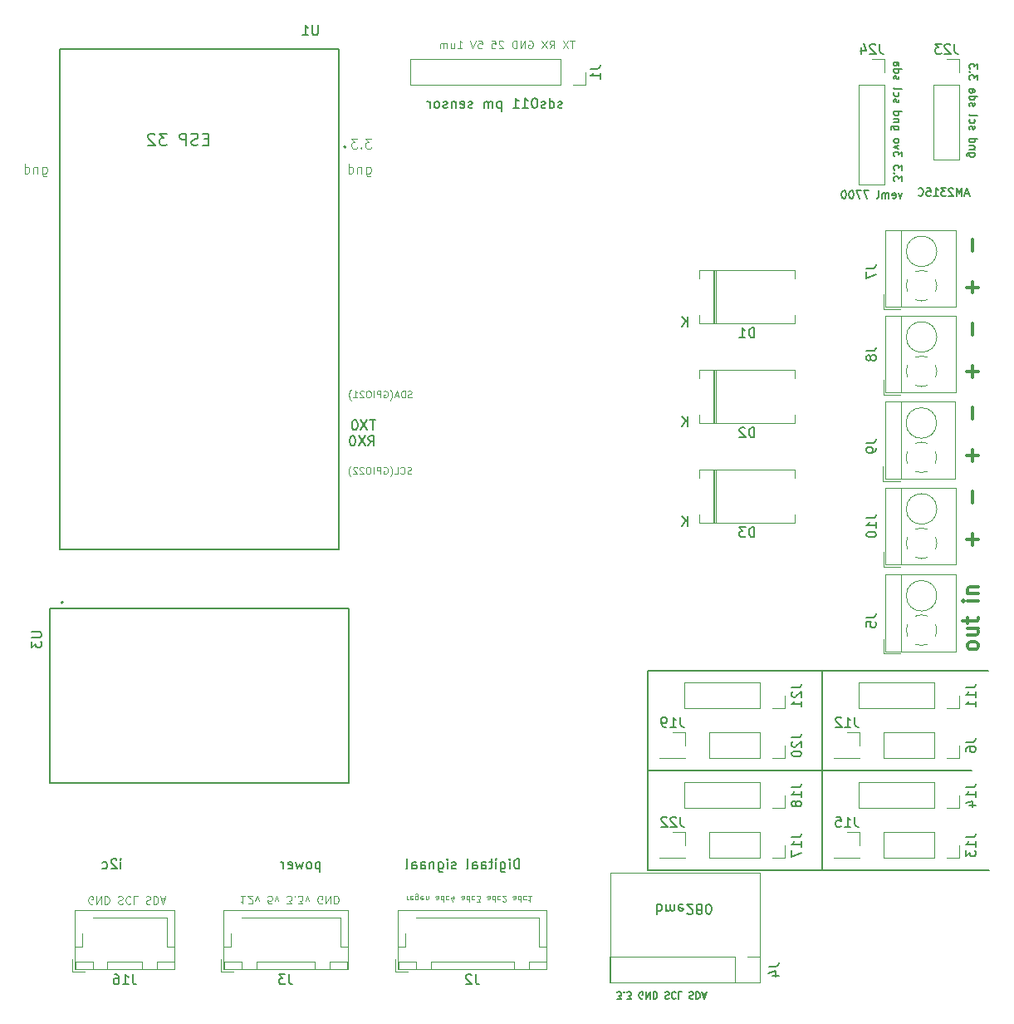
<source format=gbr>
%TF.GenerationSoftware,KiCad,Pcbnew,8.0.3*%
%TF.CreationDate,2024-07-01T16:32:00+02:00*%
%TF.ProjectId,weerstation-main,77656572-7374-4617-9469-6f6e2d6d6169,rev?*%
%TF.SameCoordinates,Original*%
%TF.FileFunction,Legend,Bot*%
%TF.FilePolarity,Positive*%
%FSLAX46Y46*%
G04 Gerber Fmt 4.6, Leading zero omitted, Abs format (unit mm)*
G04 Created by KiCad (PCBNEW 8.0.3) date 2024-07-01 16:32:00*
%MOMM*%
%LPD*%
G01*
G04 APERTURE LIST*
%ADD10C,0.150000*%
%ADD11C,0.100000*%
%ADD12C,0.300000*%
%ADD13C,0.120000*%
%ADD14C,0.200000*%
%ADD15C,0.125000*%
%ADD16C,0.175000*%
%ADD17C,0.127000*%
G04 APERTURE END LIST*
D10*
X104637317Y-28901325D02*
X104637317Y-28406087D01*
X104637317Y-28406087D02*
X104332555Y-28672753D01*
X104332555Y-28672753D02*
X104332555Y-28558468D01*
X104332555Y-28558468D02*
X104294460Y-28482277D01*
X104294460Y-28482277D02*
X104256365Y-28444182D01*
X104256365Y-28444182D02*
X104180174Y-28406087D01*
X104180174Y-28406087D02*
X103989698Y-28406087D01*
X103989698Y-28406087D02*
X103913508Y-28444182D01*
X103913508Y-28444182D02*
X103875413Y-28482277D01*
X103875413Y-28482277D02*
X103837317Y-28558468D01*
X103837317Y-28558468D02*
X103837317Y-28787039D01*
X103837317Y-28787039D02*
X103875413Y-28863230D01*
X103875413Y-28863230D02*
X103913508Y-28901325D01*
X103913508Y-28063229D02*
X103875413Y-28025134D01*
X103875413Y-28025134D02*
X103837317Y-28063229D01*
X103837317Y-28063229D02*
X103875413Y-28101325D01*
X103875413Y-28101325D02*
X103913508Y-28063229D01*
X103913508Y-28063229D02*
X103837317Y-28063229D01*
X104637317Y-27758468D02*
X104637317Y-27263230D01*
X104637317Y-27263230D02*
X104332555Y-27529896D01*
X104332555Y-27529896D02*
X104332555Y-27415611D01*
X104332555Y-27415611D02*
X104294460Y-27339420D01*
X104294460Y-27339420D02*
X104256365Y-27301325D01*
X104256365Y-27301325D02*
X104180174Y-27263230D01*
X104180174Y-27263230D02*
X103989698Y-27263230D01*
X103989698Y-27263230D02*
X103913508Y-27301325D01*
X103913508Y-27301325D02*
X103875413Y-27339420D01*
X103875413Y-27339420D02*
X103837317Y-27415611D01*
X103837317Y-27415611D02*
X103837317Y-27644182D01*
X103837317Y-27644182D02*
X103875413Y-27720373D01*
X103875413Y-27720373D02*
X103913508Y-27758468D01*
X104637317Y-26387039D02*
X104637317Y-25891801D01*
X104637317Y-25891801D02*
X104332555Y-26158467D01*
X104332555Y-26158467D02*
X104332555Y-26044182D01*
X104332555Y-26044182D02*
X104294460Y-25967991D01*
X104294460Y-25967991D02*
X104256365Y-25929896D01*
X104256365Y-25929896D02*
X104180174Y-25891801D01*
X104180174Y-25891801D02*
X103989698Y-25891801D01*
X103989698Y-25891801D02*
X103913508Y-25929896D01*
X103913508Y-25929896D02*
X103875413Y-25967991D01*
X103875413Y-25967991D02*
X103837317Y-26044182D01*
X103837317Y-26044182D02*
X103837317Y-26272753D01*
X103837317Y-26272753D02*
X103875413Y-26348944D01*
X103875413Y-26348944D02*
X103913508Y-26387039D01*
X104370651Y-25625134D02*
X103837317Y-25434658D01*
X103837317Y-25434658D02*
X104370651Y-25244181D01*
X103837317Y-24825134D02*
X103875413Y-24901324D01*
X103875413Y-24901324D02*
X103913508Y-24939419D01*
X103913508Y-24939419D02*
X103989698Y-24977515D01*
X103989698Y-24977515D02*
X104218270Y-24977515D01*
X104218270Y-24977515D02*
X104294460Y-24939419D01*
X104294460Y-24939419D02*
X104332555Y-24901324D01*
X104332555Y-24901324D02*
X104370651Y-24825134D01*
X104370651Y-24825134D02*
X104370651Y-24710848D01*
X104370651Y-24710848D02*
X104332555Y-24634657D01*
X104332555Y-24634657D02*
X104294460Y-24596562D01*
X104294460Y-24596562D02*
X104218270Y-24558467D01*
X104218270Y-24558467D02*
X103989698Y-24558467D01*
X103989698Y-24558467D02*
X103913508Y-24596562D01*
X103913508Y-24596562D02*
X103875413Y-24634657D01*
X103875413Y-24634657D02*
X103837317Y-24710848D01*
X103837317Y-24710848D02*
X103837317Y-24825134D01*
X104370651Y-23263228D02*
X103723032Y-23263228D01*
X103723032Y-23263228D02*
X103646841Y-23301323D01*
X103646841Y-23301323D02*
X103608746Y-23339419D01*
X103608746Y-23339419D02*
X103570651Y-23415609D01*
X103570651Y-23415609D02*
X103570651Y-23529895D01*
X103570651Y-23529895D02*
X103608746Y-23606085D01*
X103875413Y-23263228D02*
X103837317Y-23339419D01*
X103837317Y-23339419D02*
X103837317Y-23491800D01*
X103837317Y-23491800D02*
X103875413Y-23567990D01*
X103875413Y-23567990D02*
X103913508Y-23606085D01*
X103913508Y-23606085D02*
X103989698Y-23644181D01*
X103989698Y-23644181D02*
X104218270Y-23644181D01*
X104218270Y-23644181D02*
X104294460Y-23606085D01*
X104294460Y-23606085D02*
X104332555Y-23567990D01*
X104332555Y-23567990D02*
X104370651Y-23491800D01*
X104370651Y-23491800D02*
X104370651Y-23339419D01*
X104370651Y-23339419D02*
X104332555Y-23263228D01*
X104370651Y-22882275D02*
X103837317Y-22882275D01*
X104294460Y-22882275D02*
X104332555Y-22844180D01*
X104332555Y-22844180D02*
X104370651Y-22767990D01*
X104370651Y-22767990D02*
X104370651Y-22653704D01*
X104370651Y-22653704D02*
X104332555Y-22577513D01*
X104332555Y-22577513D02*
X104256365Y-22539418D01*
X104256365Y-22539418D02*
X103837317Y-22539418D01*
X103837317Y-21815608D02*
X104637317Y-21815608D01*
X103875413Y-21815608D02*
X103837317Y-21891799D01*
X103837317Y-21891799D02*
X103837317Y-22044180D01*
X103837317Y-22044180D02*
X103875413Y-22120370D01*
X103875413Y-22120370D02*
X103913508Y-22158465D01*
X103913508Y-22158465D02*
X103989698Y-22196561D01*
X103989698Y-22196561D02*
X104218270Y-22196561D01*
X104218270Y-22196561D02*
X104294460Y-22158465D01*
X104294460Y-22158465D02*
X104332555Y-22120370D01*
X104332555Y-22120370D02*
X104370651Y-22044180D01*
X104370651Y-22044180D02*
X104370651Y-21891799D01*
X104370651Y-21891799D02*
X104332555Y-21815608D01*
X103875413Y-20863227D02*
X103837317Y-20787036D01*
X103837317Y-20787036D02*
X103837317Y-20634655D01*
X103837317Y-20634655D02*
X103875413Y-20558465D01*
X103875413Y-20558465D02*
X103951603Y-20520369D01*
X103951603Y-20520369D02*
X103989698Y-20520369D01*
X103989698Y-20520369D02*
X104065889Y-20558465D01*
X104065889Y-20558465D02*
X104103984Y-20634655D01*
X104103984Y-20634655D02*
X104103984Y-20748941D01*
X104103984Y-20748941D02*
X104142079Y-20825131D01*
X104142079Y-20825131D02*
X104218270Y-20863227D01*
X104218270Y-20863227D02*
X104256365Y-20863227D01*
X104256365Y-20863227D02*
X104332555Y-20825131D01*
X104332555Y-20825131D02*
X104370651Y-20748941D01*
X104370651Y-20748941D02*
X104370651Y-20634655D01*
X104370651Y-20634655D02*
X104332555Y-20558465D01*
X103875413Y-19834655D02*
X103837317Y-19910846D01*
X103837317Y-19910846D02*
X103837317Y-20063227D01*
X103837317Y-20063227D02*
X103875413Y-20139417D01*
X103875413Y-20139417D02*
X103913508Y-20177512D01*
X103913508Y-20177512D02*
X103989698Y-20215608D01*
X103989698Y-20215608D02*
X104218270Y-20215608D01*
X104218270Y-20215608D02*
X104294460Y-20177512D01*
X104294460Y-20177512D02*
X104332555Y-20139417D01*
X104332555Y-20139417D02*
X104370651Y-20063227D01*
X104370651Y-20063227D02*
X104370651Y-19910846D01*
X104370651Y-19910846D02*
X104332555Y-19834655D01*
X103837317Y-19377513D02*
X103875413Y-19453703D01*
X103875413Y-19453703D02*
X103951603Y-19491798D01*
X103951603Y-19491798D02*
X104637317Y-19491798D01*
X103875413Y-18501322D02*
X103837317Y-18425131D01*
X103837317Y-18425131D02*
X103837317Y-18272750D01*
X103837317Y-18272750D02*
X103875413Y-18196560D01*
X103875413Y-18196560D02*
X103951603Y-18158464D01*
X103951603Y-18158464D02*
X103989698Y-18158464D01*
X103989698Y-18158464D02*
X104065889Y-18196560D01*
X104065889Y-18196560D02*
X104103984Y-18272750D01*
X104103984Y-18272750D02*
X104103984Y-18387036D01*
X104103984Y-18387036D02*
X104142079Y-18463226D01*
X104142079Y-18463226D02*
X104218270Y-18501322D01*
X104218270Y-18501322D02*
X104256365Y-18501322D01*
X104256365Y-18501322D02*
X104332555Y-18463226D01*
X104332555Y-18463226D02*
X104370651Y-18387036D01*
X104370651Y-18387036D02*
X104370651Y-18272750D01*
X104370651Y-18272750D02*
X104332555Y-18196560D01*
X103837317Y-17472750D02*
X104637317Y-17472750D01*
X103875413Y-17472750D02*
X103837317Y-17548941D01*
X103837317Y-17548941D02*
X103837317Y-17701322D01*
X103837317Y-17701322D02*
X103875413Y-17777512D01*
X103875413Y-17777512D02*
X103913508Y-17815607D01*
X103913508Y-17815607D02*
X103989698Y-17853703D01*
X103989698Y-17853703D02*
X104218270Y-17853703D01*
X104218270Y-17853703D02*
X104294460Y-17815607D01*
X104294460Y-17815607D02*
X104332555Y-17777512D01*
X104332555Y-17777512D02*
X104370651Y-17701322D01*
X104370651Y-17701322D02*
X104370651Y-17548941D01*
X104370651Y-17548941D02*
X104332555Y-17472750D01*
X103837317Y-16748940D02*
X104256365Y-16748940D01*
X104256365Y-16748940D02*
X104332555Y-16787035D01*
X104332555Y-16787035D02*
X104370651Y-16863226D01*
X104370651Y-16863226D02*
X104370651Y-17015607D01*
X104370651Y-17015607D02*
X104332555Y-17091797D01*
X103875413Y-16748940D02*
X103837317Y-16825131D01*
X103837317Y-16825131D02*
X103837317Y-17015607D01*
X103837317Y-17015607D02*
X103875413Y-17091797D01*
X103875413Y-17091797D02*
X103951603Y-17129893D01*
X103951603Y-17129893D02*
X104027793Y-17129893D01*
X104027793Y-17129893D02*
X104103984Y-17091797D01*
X104103984Y-17091797D02*
X104142079Y-17015607D01*
X104142079Y-17015607D02*
X104142079Y-16825131D01*
X104142079Y-16825131D02*
X104180174Y-16748940D01*
X112107773Y-26012550D02*
X111460154Y-26012550D01*
X111460154Y-26012550D02*
X111383963Y-26050645D01*
X111383963Y-26050645D02*
X111345868Y-26088741D01*
X111345868Y-26088741D02*
X111307773Y-26164931D01*
X111307773Y-26164931D02*
X111307773Y-26279217D01*
X111307773Y-26279217D02*
X111345868Y-26355407D01*
X111612535Y-26012550D02*
X111574439Y-26088741D01*
X111574439Y-26088741D02*
X111574439Y-26241122D01*
X111574439Y-26241122D02*
X111612535Y-26317312D01*
X111612535Y-26317312D02*
X111650630Y-26355407D01*
X111650630Y-26355407D02*
X111726820Y-26393503D01*
X111726820Y-26393503D02*
X111955392Y-26393503D01*
X111955392Y-26393503D02*
X112031582Y-26355407D01*
X112031582Y-26355407D02*
X112069677Y-26317312D01*
X112069677Y-26317312D02*
X112107773Y-26241122D01*
X112107773Y-26241122D02*
X112107773Y-26088741D01*
X112107773Y-26088741D02*
X112069677Y-26012550D01*
X112107773Y-25631597D02*
X111574439Y-25631597D01*
X112031582Y-25631597D02*
X112069677Y-25593502D01*
X112069677Y-25593502D02*
X112107773Y-25517312D01*
X112107773Y-25517312D02*
X112107773Y-25403026D01*
X112107773Y-25403026D02*
X112069677Y-25326835D01*
X112069677Y-25326835D02*
X111993487Y-25288740D01*
X111993487Y-25288740D02*
X111574439Y-25288740D01*
X111574439Y-24564930D02*
X112374439Y-24564930D01*
X111612535Y-24564930D02*
X111574439Y-24641121D01*
X111574439Y-24641121D02*
X111574439Y-24793502D01*
X111574439Y-24793502D02*
X111612535Y-24869692D01*
X111612535Y-24869692D02*
X111650630Y-24907787D01*
X111650630Y-24907787D02*
X111726820Y-24945883D01*
X111726820Y-24945883D02*
X111955392Y-24945883D01*
X111955392Y-24945883D02*
X112031582Y-24907787D01*
X112031582Y-24907787D02*
X112069677Y-24869692D01*
X112069677Y-24869692D02*
X112107773Y-24793502D01*
X112107773Y-24793502D02*
X112107773Y-24641121D01*
X112107773Y-24641121D02*
X112069677Y-24564930D01*
X111612535Y-23612549D02*
X111574439Y-23536358D01*
X111574439Y-23536358D02*
X111574439Y-23383977D01*
X111574439Y-23383977D02*
X111612535Y-23307787D01*
X111612535Y-23307787D02*
X111688725Y-23269691D01*
X111688725Y-23269691D02*
X111726820Y-23269691D01*
X111726820Y-23269691D02*
X111803011Y-23307787D01*
X111803011Y-23307787D02*
X111841106Y-23383977D01*
X111841106Y-23383977D02*
X111841106Y-23498263D01*
X111841106Y-23498263D02*
X111879201Y-23574453D01*
X111879201Y-23574453D02*
X111955392Y-23612549D01*
X111955392Y-23612549D02*
X111993487Y-23612549D01*
X111993487Y-23612549D02*
X112069677Y-23574453D01*
X112069677Y-23574453D02*
X112107773Y-23498263D01*
X112107773Y-23498263D02*
X112107773Y-23383977D01*
X112107773Y-23383977D02*
X112069677Y-23307787D01*
X111612535Y-22583977D02*
X111574439Y-22660168D01*
X111574439Y-22660168D02*
X111574439Y-22812549D01*
X111574439Y-22812549D02*
X111612535Y-22888739D01*
X111612535Y-22888739D02*
X111650630Y-22926834D01*
X111650630Y-22926834D02*
X111726820Y-22964930D01*
X111726820Y-22964930D02*
X111955392Y-22964930D01*
X111955392Y-22964930D02*
X112031582Y-22926834D01*
X112031582Y-22926834D02*
X112069677Y-22888739D01*
X112069677Y-22888739D02*
X112107773Y-22812549D01*
X112107773Y-22812549D02*
X112107773Y-22660168D01*
X112107773Y-22660168D02*
X112069677Y-22583977D01*
X111574439Y-22126835D02*
X111612535Y-22203025D01*
X111612535Y-22203025D02*
X111688725Y-22241120D01*
X111688725Y-22241120D02*
X112374439Y-22241120D01*
X111612535Y-21250644D02*
X111574439Y-21174453D01*
X111574439Y-21174453D02*
X111574439Y-21022072D01*
X111574439Y-21022072D02*
X111612535Y-20945882D01*
X111612535Y-20945882D02*
X111688725Y-20907786D01*
X111688725Y-20907786D02*
X111726820Y-20907786D01*
X111726820Y-20907786D02*
X111803011Y-20945882D01*
X111803011Y-20945882D02*
X111841106Y-21022072D01*
X111841106Y-21022072D02*
X111841106Y-21136358D01*
X111841106Y-21136358D02*
X111879201Y-21212548D01*
X111879201Y-21212548D02*
X111955392Y-21250644D01*
X111955392Y-21250644D02*
X111993487Y-21250644D01*
X111993487Y-21250644D02*
X112069677Y-21212548D01*
X112069677Y-21212548D02*
X112107773Y-21136358D01*
X112107773Y-21136358D02*
X112107773Y-21022072D01*
X112107773Y-21022072D02*
X112069677Y-20945882D01*
X111574439Y-20222072D02*
X112374439Y-20222072D01*
X111612535Y-20222072D02*
X111574439Y-20298263D01*
X111574439Y-20298263D02*
X111574439Y-20450644D01*
X111574439Y-20450644D02*
X111612535Y-20526834D01*
X111612535Y-20526834D02*
X111650630Y-20564929D01*
X111650630Y-20564929D02*
X111726820Y-20603025D01*
X111726820Y-20603025D02*
X111955392Y-20603025D01*
X111955392Y-20603025D02*
X112031582Y-20564929D01*
X112031582Y-20564929D02*
X112069677Y-20526834D01*
X112069677Y-20526834D02*
X112107773Y-20450644D01*
X112107773Y-20450644D02*
X112107773Y-20298263D01*
X112107773Y-20298263D02*
X112069677Y-20222072D01*
X111574439Y-19498262D02*
X111993487Y-19498262D01*
X111993487Y-19498262D02*
X112069677Y-19536357D01*
X112069677Y-19536357D02*
X112107773Y-19612548D01*
X112107773Y-19612548D02*
X112107773Y-19764929D01*
X112107773Y-19764929D02*
X112069677Y-19841119D01*
X111612535Y-19498262D02*
X111574439Y-19574453D01*
X111574439Y-19574453D02*
X111574439Y-19764929D01*
X111574439Y-19764929D02*
X111612535Y-19841119D01*
X111612535Y-19841119D02*
X111688725Y-19879215D01*
X111688725Y-19879215D02*
X111764915Y-19879215D01*
X111764915Y-19879215D02*
X111841106Y-19841119D01*
X111841106Y-19841119D02*
X111879201Y-19764929D01*
X111879201Y-19764929D02*
X111879201Y-19574453D01*
X111879201Y-19574453D02*
X111917296Y-19498262D01*
X112374439Y-18583976D02*
X112374439Y-18088738D01*
X112374439Y-18088738D02*
X112069677Y-18355404D01*
X112069677Y-18355404D02*
X112069677Y-18241119D01*
X112069677Y-18241119D02*
X112031582Y-18164928D01*
X112031582Y-18164928D02*
X111993487Y-18126833D01*
X111993487Y-18126833D02*
X111917296Y-18088738D01*
X111917296Y-18088738D02*
X111726820Y-18088738D01*
X111726820Y-18088738D02*
X111650630Y-18126833D01*
X111650630Y-18126833D02*
X111612535Y-18164928D01*
X111612535Y-18164928D02*
X111574439Y-18241119D01*
X111574439Y-18241119D02*
X111574439Y-18469690D01*
X111574439Y-18469690D02*
X111612535Y-18545881D01*
X111612535Y-18545881D02*
X111650630Y-18583976D01*
X111650630Y-17745880D02*
X111612535Y-17707785D01*
X111612535Y-17707785D02*
X111574439Y-17745880D01*
X111574439Y-17745880D02*
X111612535Y-17783976D01*
X111612535Y-17783976D02*
X111650630Y-17745880D01*
X111650630Y-17745880D02*
X111574439Y-17745880D01*
X112374439Y-17441119D02*
X112374439Y-16945881D01*
X112374439Y-16945881D02*
X112069677Y-17212547D01*
X112069677Y-17212547D02*
X112069677Y-17098262D01*
X112069677Y-17098262D02*
X112031582Y-17022071D01*
X112031582Y-17022071D02*
X111993487Y-16983976D01*
X111993487Y-16983976D02*
X111917296Y-16945881D01*
X111917296Y-16945881D02*
X111726820Y-16945881D01*
X111726820Y-16945881D02*
X111650630Y-16983976D01*
X111650630Y-16983976D02*
X111612535Y-17022071D01*
X111612535Y-17022071D02*
X111574439Y-17098262D01*
X111574439Y-17098262D02*
X111574439Y-17326833D01*
X111574439Y-17326833D02*
X111612535Y-17403024D01*
X111612535Y-17403024D02*
X111650630Y-17441119D01*
X111508935Y-30145723D02*
X111127982Y-30145723D01*
X111585125Y-30374295D02*
X111318458Y-29574295D01*
X111318458Y-29574295D02*
X111051792Y-30374295D01*
X110785125Y-30374295D02*
X110785125Y-29574295D01*
X110785125Y-29574295D02*
X110518459Y-30145723D01*
X110518459Y-30145723D02*
X110251792Y-29574295D01*
X110251792Y-29574295D02*
X110251792Y-30374295D01*
X109908935Y-29650485D02*
X109870839Y-29612390D01*
X109870839Y-29612390D02*
X109794649Y-29574295D01*
X109794649Y-29574295D02*
X109604173Y-29574295D01*
X109604173Y-29574295D02*
X109527982Y-29612390D01*
X109527982Y-29612390D02*
X109489887Y-29650485D01*
X109489887Y-29650485D02*
X109451792Y-29726676D01*
X109451792Y-29726676D02*
X109451792Y-29802866D01*
X109451792Y-29802866D02*
X109489887Y-29917152D01*
X109489887Y-29917152D02*
X109947030Y-30374295D01*
X109947030Y-30374295D02*
X109451792Y-30374295D01*
X109185125Y-29574295D02*
X108689887Y-29574295D01*
X108689887Y-29574295D02*
X108956553Y-29879057D01*
X108956553Y-29879057D02*
X108842268Y-29879057D01*
X108842268Y-29879057D02*
X108766077Y-29917152D01*
X108766077Y-29917152D02*
X108727982Y-29955247D01*
X108727982Y-29955247D02*
X108689887Y-30031438D01*
X108689887Y-30031438D02*
X108689887Y-30221914D01*
X108689887Y-30221914D02*
X108727982Y-30298104D01*
X108727982Y-30298104D02*
X108766077Y-30336200D01*
X108766077Y-30336200D02*
X108842268Y-30374295D01*
X108842268Y-30374295D02*
X109070839Y-30374295D01*
X109070839Y-30374295D02*
X109147030Y-30336200D01*
X109147030Y-30336200D02*
X109185125Y-30298104D01*
X107927982Y-30374295D02*
X108385125Y-30374295D01*
X108156553Y-30374295D02*
X108156553Y-29574295D01*
X108156553Y-29574295D02*
X108232744Y-29688580D01*
X108232744Y-29688580D02*
X108308934Y-29764771D01*
X108308934Y-29764771D02*
X108385125Y-29802866D01*
X107204172Y-29574295D02*
X107585124Y-29574295D01*
X107585124Y-29574295D02*
X107623220Y-29955247D01*
X107623220Y-29955247D02*
X107585124Y-29917152D01*
X107585124Y-29917152D02*
X107508934Y-29879057D01*
X107508934Y-29879057D02*
X107318458Y-29879057D01*
X107318458Y-29879057D02*
X107242267Y-29917152D01*
X107242267Y-29917152D02*
X107204172Y-29955247D01*
X107204172Y-29955247D02*
X107166077Y-30031438D01*
X107166077Y-30031438D02*
X107166077Y-30221914D01*
X107166077Y-30221914D02*
X107204172Y-30298104D01*
X107204172Y-30298104D02*
X107242267Y-30336200D01*
X107242267Y-30336200D02*
X107318458Y-30374295D01*
X107318458Y-30374295D02*
X107508934Y-30374295D01*
X107508934Y-30374295D02*
X107585124Y-30336200D01*
X107585124Y-30336200D02*
X107623220Y-30298104D01*
X106366076Y-30298104D02*
X106404172Y-30336200D01*
X106404172Y-30336200D02*
X106518457Y-30374295D01*
X106518457Y-30374295D02*
X106594648Y-30374295D01*
X106594648Y-30374295D02*
X106708934Y-30336200D01*
X106708934Y-30336200D02*
X106785124Y-30260009D01*
X106785124Y-30260009D02*
X106823219Y-30183819D01*
X106823219Y-30183819D02*
X106861315Y-30031438D01*
X106861315Y-30031438D02*
X106861315Y-29917152D01*
X106861315Y-29917152D02*
X106823219Y-29764771D01*
X106823219Y-29764771D02*
X106785124Y-29688580D01*
X106785124Y-29688580D02*
X106708934Y-29612390D01*
X106708934Y-29612390D02*
X106594648Y-29574295D01*
X106594648Y-29574295D02*
X106518457Y-29574295D01*
X106518457Y-29574295D02*
X106404172Y-29612390D01*
X106404172Y-29612390D02*
X106366076Y-29650485D01*
X78740000Y-78740000D02*
X78740000Y-99060000D01*
X96520000Y-78740000D02*
X78740000Y-78740000D01*
X96520000Y-78740000D02*
X113485496Y-78740000D01*
X96520000Y-99060000D02*
X113556733Y-99060000D01*
X96520000Y-99060000D02*
X78740000Y-99060000D01*
X96520000Y-88900000D02*
X96520000Y-99060000D01*
X78740000Y-88900000D02*
X111760000Y-88900000D01*
X96520000Y-88900000D02*
X96520000Y-78740000D01*
D11*
X74926141Y-99366923D02*
X90173858Y-99366923D01*
X90173858Y-110490000D01*
X74926141Y-110490000D01*
X74926141Y-99366923D01*
D12*
X112435763Y-76294881D02*
X112361954Y-76442500D01*
X112361954Y-76442500D02*
X112288144Y-76516310D01*
X112288144Y-76516310D02*
X112140525Y-76590119D01*
X112140525Y-76590119D02*
X111697668Y-76590119D01*
X111697668Y-76590119D02*
X111550049Y-76516310D01*
X111550049Y-76516310D02*
X111476239Y-76442500D01*
X111476239Y-76442500D02*
X111402430Y-76294881D01*
X111402430Y-76294881D02*
X111402430Y-76073453D01*
X111402430Y-76073453D02*
X111476239Y-75925834D01*
X111476239Y-75925834D02*
X111550049Y-75852024D01*
X111550049Y-75852024D02*
X111697668Y-75778215D01*
X111697668Y-75778215D02*
X112140525Y-75778215D01*
X112140525Y-75778215D02*
X112288144Y-75852024D01*
X112288144Y-75852024D02*
X112361954Y-75925834D01*
X112361954Y-75925834D02*
X112435763Y-76073453D01*
X112435763Y-76073453D02*
X112435763Y-76294881D01*
X111402430Y-74449643D02*
X112435763Y-74449643D01*
X111402430Y-75113929D02*
X112214334Y-75113929D01*
X112214334Y-75113929D02*
X112361954Y-75040119D01*
X112361954Y-75040119D02*
X112435763Y-74892500D01*
X112435763Y-74892500D02*
X112435763Y-74671072D01*
X112435763Y-74671072D02*
X112361954Y-74523453D01*
X112361954Y-74523453D02*
X112288144Y-74449643D01*
X111402430Y-73932976D02*
X111402430Y-73342500D01*
X110885763Y-73711548D02*
X112214334Y-73711548D01*
X112214334Y-73711548D02*
X112361954Y-73637738D01*
X112361954Y-73637738D02*
X112435763Y-73490119D01*
X112435763Y-73490119D02*
X112435763Y-73342500D01*
X112435763Y-71644882D02*
X111402430Y-71644882D01*
X110885763Y-71644882D02*
X110959573Y-71718691D01*
X110959573Y-71718691D02*
X111033382Y-71644882D01*
X111033382Y-71644882D02*
X110959573Y-71571072D01*
X110959573Y-71571072D02*
X110885763Y-71644882D01*
X110885763Y-71644882D02*
X111033382Y-71644882D01*
X111402430Y-70906787D02*
X112435763Y-70906787D01*
X111550049Y-70906787D02*
X111476239Y-70832977D01*
X111476239Y-70832977D02*
X111402430Y-70685358D01*
X111402430Y-70685358D02*
X111402430Y-70463930D01*
X111402430Y-70463930D02*
X111476239Y-70316311D01*
X111476239Y-70316311D02*
X111623858Y-70242501D01*
X111623858Y-70242501D02*
X112435763Y-70242501D01*
X111845287Y-65961550D02*
X111845287Y-64780598D01*
X112435763Y-65371074D02*
X111254811Y-65371074D01*
X111845287Y-61680598D02*
X111845287Y-60499646D01*
X111845287Y-57399646D02*
X111845287Y-56218694D01*
X112435763Y-56809170D02*
X111254811Y-56809170D01*
X111845287Y-53118694D02*
X111845287Y-51937742D01*
X111845287Y-48837742D02*
X111845287Y-47656790D01*
X112435763Y-48247266D02*
X111254811Y-48247266D01*
X111845287Y-44556790D02*
X111845287Y-43375838D01*
X111845287Y-40275838D02*
X111845287Y-39094886D01*
X112435763Y-39685362D02*
X111254811Y-39685362D01*
X111845287Y-35994886D02*
X111845287Y-34813934D01*
D10*
X70036728Y-21385326D02*
X69941490Y-21432945D01*
X69941490Y-21432945D02*
X69751014Y-21432945D01*
X69751014Y-21432945D02*
X69655776Y-21385326D01*
X69655776Y-21385326D02*
X69608157Y-21290087D01*
X69608157Y-21290087D02*
X69608157Y-21242468D01*
X69608157Y-21242468D02*
X69655776Y-21147230D01*
X69655776Y-21147230D02*
X69751014Y-21099611D01*
X69751014Y-21099611D02*
X69893871Y-21099611D01*
X69893871Y-21099611D02*
X69989109Y-21051992D01*
X69989109Y-21051992D02*
X70036728Y-20956754D01*
X70036728Y-20956754D02*
X70036728Y-20909135D01*
X70036728Y-20909135D02*
X69989109Y-20813897D01*
X69989109Y-20813897D02*
X69893871Y-20766278D01*
X69893871Y-20766278D02*
X69751014Y-20766278D01*
X69751014Y-20766278D02*
X69655776Y-20813897D01*
X68751014Y-21432945D02*
X68751014Y-20432945D01*
X68751014Y-21385326D02*
X68846252Y-21432945D01*
X68846252Y-21432945D02*
X69036728Y-21432945D01*
X69036728Y-21432945D02*
X69131966Y-21385326D01*
X69131966Y-21385326D02*
X69179585Y-21337706D01*
X69179585Y-21337706D02*
X69227204Y-21242468D01*
X69227204Y-21242468D02*
X69227204Y-20956754D01*
X69227204Y-20956754D02*
X69179585Y-20861516D01*
X69179585Y-20861516D02*
X69131966Y-20813897D01*
X69131966Y-20813897D02*
X69036728Y-20766278D01*
X69036728Y-20766278D02*
X68846252Y-20766278D01*
X68846252Y-20766278D02*
X68751014Y-20813897D01*
X68322442Y-21385326D02*
X68227204Y-21432945D01*
X68227204Y-21432945D02*
X68036728Y-21432945D01*
X68036728Y-21432945D02*
X67941490Y-21385326D01*
X67941490Y-21385326D02*
X67893871Y-21290087D01*
X67893871Y-21290087D02*
X67893871Y-21242468D01*
X67893871Y-21242468D02*
X67941490Y-21147230D01*
X67941490Y-21147230D02*
X68036728Y-21099611D01*
X68036728Y-21099611D02*
X68179585Y-21099611D01*
X68179585Y-21099611D02*
X68274823Y-21051992D01*
X68274823Y-21051992D02*
X68322442Y-20956754D01*
X68322442Y-20956754D02*
X68322442Y-20909135D01*
X68322442Y-20909135D02*
X68274823Y-20813897D01*
X68274823Y-20813897D02*
X68179585Y-20766278D01*
X68179585Y-20766278D02*
X68036728Y-20766278D01*
X68036728Y-20766278D02*
X67941490Y-20813897D01*
X67274823Y-20432945D02*
X67179585Y-20432945D01*
X67179585Y-20432945D02*
X67084347Y-20480564D01*
X67084347Y-20480564D02*
X67036728Y-20528183D01*
X67036728Y-20528183D02*
X66989109Y-20623421D01*
X66989109Y-20623421D02*
X66941490Y-20813897D01*
X66941490Y-20813897D02*
X66941490Y-21051992D01*
X66941490Y-21051992D02*
X66989109Y-21242468D01*
X66989109Y-21242468D02*
X67036728Y-21337706D01*
X67036728Y-21337706D02*
X67084347Y-21385326D01*
X67084347Y-21385326D02*
X67179585Y-21432945D01*
X67179585Y-21432945D02*
X67274823Y-21432945D01*
X67274823Y-21432945D02*
X67370061Y-21385326D01*
X67370061Y-21385326D02*
X67417680Y-21337706D01*
X67417680Y-21337706D02*
X67465299Y-21242468D01*
X67465299Y-21242468D02*
X67512918Y-21051992D01*
X67512918Y-21051992D02*
X67512918Y-20813897D01*
X67512918Y-20813897D02*
X67465299Y-20623421D01*
X67465299Y-20623421D02*
X67417680Y-20528183D01*
X67417680Y-20528183D02*
X67370061Y-20480564D01*
X67370061Y-20480564D02*
X67274823Y-20432945D01*
X65989109Y-21432945D02*
X66560537Y-21432945D01*
X66274823Y-21432945D02*
X66274823Y-20432945D01*
X66274823Y-20432945D02*
X66370061Y-20575802D01*
X66370061Y-20575802D02*
X66465299Y-20671040D01*
X66465299Y-20671040D02*
X66560537Y-20718659D01*
X65036728Y-21432945D02*
X65608156Y-21432945D01*
X65322442Y-21432945D02*
X65322442Y-20432945D01*
X65322442Y-20432945D02*
X65417680Y-20575802D01*
X65417680Y-20575802D02*
X65512918Y-20671040D01*
X65512918Y-20671040D02*
X65608156Y-20718659D01*
X63846251Y-20766278D02*
X63846251Y-21766278D01*
X63846251Y-20813897D02*
X63751013Y-20766278D01*
X63751013Y-20766278D02*
X63560537Y-20766278D01*
X63560537Y-20766278D02*
X63465299Y-20813897D01*
X63465299Y-20813897D02*
X63417680Y-20861516D01*
X63417680Y-20861516D02*
X63370061Y-20956754D01*
X63370061Y-20956754D02*
X63370061Y-21242468D01*
X63370061Y-21242468D02*
X63417680Y-21337706D01*
X63417680Y-21337706D02*
X63465299Y-21385326D01*
X63465299Y-21385326D02*
X63560537Y-21432945D01*
X63560537Y-21432945D02*
X63751013Y-21432945D01*
X63751013Y-21432945D02*
X63846251Y-21385326D01*
X62941489Y-21432945D02*
X62941489Y-20766278D01*
X62941489Y-20861516D02*
X62893870Y-20813897D01*
X62893870Y-20813897D02*
X62798632Y-20766278D01*
X62798632Y-20766278D02*
X62655775Y-20766278D01*
X62655775Y-20766278D02*
X62560537Y-20813897D01*
X62560537Y-20813897D02*
X62512918Y-20909135D01*
X62512918Y-20909135D02*
X62512918Y-21432945D01*
X62512918Y-20909135D02*
X62465299Y-20813897D01*
X62465299Y-20813897D02*
X62370061Y-20766278D01*
X62370061Y-20766278D02*
X62227204Y-20766278D01*
X62227204Y-20766278D02*
X62131965Y-20813897D01*
X62131965Y-20813897D02*
X62084346Y-20909135D01*
X62084346Y-20909135D02*
X62084346Y-21432945D01*
X60893870Y-21385326D02*
X60798632Y-21432945D01*
X60798632Y-21432945D02*
X60608156Y-21432945D01*
X60608156Y-21432945D02*
X60512918Y-21385326D01*
X60512918Y-21385326D02*
X60465299Y-21290087D01*
X60465299Y-21290087D02*
X60465299Y-21242468D01*
X60465299Y-21242468D02*
X60512918Y-21147230D01*
X60512918Y-21147230D02*
X60608156Y-21099611D01*
X60608156Y-21099611D02*
X60751013Y-21099611D01*
X60751013Y-21099611D02*
X60846251Y-21051992D01*
X60846251Y-21051992D02*
X60893870Y-20956754D01*
X60893870Y-20956754D02*
X60893870Y-20909135D01*
X60893870Y-20909135D02*
X60846251Y-20813897D01*
X60846251Y-20813897D02*
X60751013Y-20766278D01*
X60751013Y-20766278D02*
X60608156Y-20766278D01*
X60608156Y-20766278D02*
X60512918Y-20813897D01*
X59655775Y-21385326D02*
X59751013Y-21432945D01*
X59751013Y-21432945D02*
X59941489Y-21432945D01*
X59941489Y-21432945D02*
X60036727Y-21385326D01*
X60036727Y-21385326D02*
X60084346Y-21290087D01*
X60084346Y-21290087D02*
X60084346Y-20909135D01*
X60084346Y-20909135D02*
X60036727Y-20813897D01*
X60036727Y-20813897D02*
X59941489Y-20766278D01*
X59941489Y-20766278D02*
X59751013Y-20766278D01*
X59751013Y-20766278D02*
X59655775Y-20813897D01*
X59655775Y-20813897D02*
X59608156Y-20909135D01*
X59608156Y-20909135D02*
X59608156Y-21004373D01*
X59608156Y-21004373D02*
X60084346Y-21099611D01*
X59179584Y-20766278D02*
X59179584Y-21432945D01*
X59179584Y-20861516D02*
X59131965Y-20813897D01*
X59131965Y-20813897D02*
X59036727Y-20766278D01*
X59036727Y-20766278D02*
X58893870Y-20766278D01*
X58893870Y-20766278D02*
X58798632Y-20813897D01*
X58798632Y-20813897D02*
X58751013Y-20909135D01*
X58751013Y-20909135D02*
X58751013Y-21432945D01*
X58322441Y-21385326D02*
X58227203Y-21432945D01*
X58227203Y-21432945D02*
X58036727Y-21432945D01*
X58036727Y-21432945D02*
X57941489Y-21385326D01*
X57941489Y-21385326D02*
X57893870Y-21290087D01*
X57893870Y-21290087D02*
X57893870Y-21242468D01*
X57893870Y-21242468D02*
X57941489Y-21147230D01*
X57941489Y-21147230D02*
X58036727Y-21099611D01*
X58036727Y-21099611D02*
X58179584Y-21099611D01*
X58179584Y-21099611D02*
X58274822Y-21051992D01*
X58274822Y-21051992D02*
X58322441Y-20956754D01*
X58322441Y-20956754D02*
X58322441Y-20909135D01*
X58322441Y-20909135D02*
X58274822Y-20813897D01*
X58274822Y-20813897D02*
X58179584Y-20766278D01*
X58179584Y-20766278D02*
X58036727Y-20766278D01*
X58036727Y-20766278D02*
X57941489Y-20813897D01*
X57322441Y-21432945D02*
X57417679Y-21385326D01*
X57417679Y-21385326D02*
X57465298Y-21337706D01*
X57465298Y-21337706D02*
X57512917Y-21242468D01*
X57512917Y-21242468D02*
X57512917Y-20956754D01*
X57512917Y-20956754D02*
X57465298Y-20861516D01*
X57465298Y-20861516D02*
X57417679Y-20813897D01*
X57417679Y-20813897D02*
X57322441Y-20766278D01*
X57322441Y-20766278D02*
X57179584Y-20766278D01*
X57179584Y-20766278D02*
X57084346Y-20813897D01*
X57084346Y-20813897D02*
X57036727Y-20861516D01*
X57036727Y-20861516D02*
X56989108Y-20956754D01*
X56989108Y-20956754D02*
X56989108Y-21242468D01*
X56989108Y-21242468D02*
X57036727Y-21337706D01*
X57036727Y-21337706D02*
X57084346Y-21385326D01*
X57084346Y-21385326D02*
X57179584Y-21432945D01*
X57179584Y-21432945D02*
X57322441Y-21432945D01*
X56560536Y-21432945D02*
X56560536Y-20766278D01*
X56560536Y-20956754D02*
X56512917Y-20861516D01*
X56512917Y-20861516D02*
X56465298Y-20813897D01*
X56465298Y-20813897D02*
X56370060Y-20766278D01*
X56370060Y-20766278D02*
X56274822Y-20766278D01*
D11*
X37719647Y-101703104D02*
X37262504Y-101703104D01*
X37491076Y-101703104D02*
X37491076Y-102503104D01*
X37491076Y-102503104D02*
X37414885Y-102388819D01*
X37414885Y-102388819D02*
X37338695Y-102312628D01*
X37338695Y-102312628D02*
X37262504Y-102274533D01*
X38024409Y-102426914D02*
X38062505Y-102465009D01*
X38062505Y-102465009D02*
X38138695Y-102503104D01*
X38138695Y-102503104D02*
X38329171Y-102503104D01*
X38329171Y-102503104D02*
X38405362Y-102465009D01*
X38405362Y-102465009D02*
X38443457Y-102426914D01*
X38443457Y-102426914D02*
X38481552Y-102350723D01*
X38481552Y-102350723D02*
X38481552Y-102274533D01*
X38481552Y-102274533D02*
X38443457Y-102160247D01*
X38443457Y-102160247D02*
X37986314Y-101703104D01*
X37986314Y-101703104D02*
X38481552Y-101703104D01*
X38748219Y-102236438D02*
X38938695Y-101703104D01*
X38938695Y-101703104D02*
X39129172Y-102236438D01*
X40424410Y-102503104D02*
X40043458Y-102503104D01*
X40043458Y-102503104D02*
X40005362Y-102122152D01*
X40005362Y-102122152D02*
X40043458Y-102160247D01*
X40043458Y-102160247D02*
X40119648Y-102198342D01*
X40119648Y-102198342D02*
X40310124Y-102198342D01*
X40310124Y-102198342D02*
X40386315Y-102160247D01*
X40386315Y-102160247D02*
X40424410Y-102122152D01*
X40424410Y-102122152D02*
X40462505Y-102045961D01*
X40462505Y-102045961D02*
X40462505Y-101855485D01*
X40462505Y-101855485D02*
X40424410Y-101779295D01*
X40424410Y-101779295D02*
X40386315Y-101741200D01*
X40386315Y-101741200D02*
X40310124Y-101703104D01*
X40310124Y-101703104D02*
X40119648Y-101703104D01*
X40119648Y-101703104D02*
X40043458Y-101741200D01*
X40043458Y-101741200D02*
X40005362Y-101779295D01*
X40729172Y-102236438D02*
X40919648Y-101703104D01*
X40919648Y-101703104D02*
X41110125Y-102236438D01*
X41948220Y-102503104D02*
X42443458Y-102503104D01*
X42443458Y-102503104D02*
X42176792Y-102198342D01*
X42176792Y-102198342D02*
X42291077Y-102198342D01*
X42291077Y-102198342D02*
X42367268Y-102160247D01*
X42367268Y-102160247D02*
X42405363Y-102122152D01*
X42405363Y-102122152D02*
X42443458Y-102045961D01*
X42443458Y-102045961D02*
X42443458Y-101855485D01*
X42443458Y-101855485D02*
X42405363Y-101779295D01*
X42405363Y-101779295D02*
X42367268Y-101741200D01*
X42367268Y-101741200D02*
X42291077Y-101703104D01*
X42291077Y-101703104D02*
X42062506Y-101703104D01*
X42062506Y-101703104D02*
X41986315Y-101741200D01*
X41986315Y-101741200D02*
X41948220Y-101779295D01*
X42786316Y-101779295D02*
X42824411Y-101741200D01*
X42824411Y-101741200D02*
X42786316Y-101703104D01*
X42786316Y-101703104D02*
X42748220Y-101741200D01*
X42748220Y-101741200D02*
X42786316Y-101779295D01*
X42786316Y-101779295D02*
X42786316Y-101703104D01*
X43091077Y-102503104D02*
X43586315Y-102503104D01*
X43586315Y-102503104D02*
X43319649Y-102198342D01*
X43319649Y-102198342D02*
X43433934Y-102198342D01*
X43433934Y-102198342D02*
X43510125Y-102160247D01*
X43510125Y-102160247D02*
X43548220Y-102122152D01*
X43548220Y-102122152D02*
X43586315Y-102045961D01*
X43586315Y-102045961D02*
X43586315Y-101855485D01*
X43586315Y-101855485D02*
X43548220Y-101779295D01*
X43548220Y-101779295D02*
X43510125Y-101741200D01*
X43510125Y-101741200D02*
X43433934Y-101703104D01*
X43433934Y-101703104D02*
X43205363Y-101703104D01*
X43205363Y-101703104D02*
X43129172Y-101741200D01*
X43129172Y-101741200D02*
X43091077Y-101779295D01*
X43852982Y-102236438D02*
X44043458Y-101703104D01*
X44043458Y-101703104D02*
X44233935Y-102236438D01*
X45567268Y-102465009D02*
X45491078Y-102503104D01*
X45491078Y-102503104D02*
X45376792Y-102503104D01*
X45376792Y-102503104D02*
X45262506Y-102465009D01*
X45262506Y-102465009D02*
X45186316Y-102388819D01*
X45186316Y-102388819D02*
X45148221Y-102312628D01*
X45148221Y-102312628D02*
X45110125Y-102160247D01*
X45110125Y-102160247D02*
X45110125Y-102045961D01*
X45110125Y-102045961D02*
X45148221Y-101893580D01*
X45148221Y-101893580D02*
X45186316Y-101817390D01*
X45186316Y-101817390D02*
X45262506Y-101741200D01*
X45262506Y-101741200D02*
X45376792Y-101703104D01*
X45376792Y-101703104D02*
X45452983Y-101703104D01*
X45452983Y-101703104D02*
X45567268Y-101741200D01*
X45567268Y-101741200D02*
X45605364Y-101779295D01*
X45605364Y-101779295D02*
X45605364Y-102045961D01*
X45605364Y-102045961D02*
X45452983Y-102045961D01*
X45948221Y-101703104D02*
X45948221Y-102503104D01*
X45948221Y-102503104D02*
X46405364Y-101703104D01*
X46405364Y-101703104D02*
X46405364Y-102503104D01*
X46786316Y-101703104D02*
X46786316Y-102503104D01*
X46786316Y-102503104D02*
X46976792Y-102503104D01*
X46976792Y-102503104D02*
X47091078Y-102465009D01*
X47091078Y-102465009D02*
X47167268Y-102388819D01*
X47167268Y-102388819D02*
X47205363Y-102312628D01*
X47205363Y-102312628D02*
X47243459Y-102160247D01*
X47243459Y-102160247D02*
X47243459Y-102045961D01*
X47243459Y-102045961D02*
X47205363Y-101893580D01*
X47205363Y-101893580D02*
X47167268Y-101817390D01*
X47167268Y-101817390D02*
X47091078Y-101741200D01*
X47091078Y-101741200D02*
X46976792Y-101703104D01*
X46976792Y-101703104D02*
X46786316Y-101703104D01*
D13*
X71304862Y-14555855D02*
X70847719Y-14555855D01*
X71076291Y-15355855D02*
X71076291Y-14555855D01*
X70657243Y-14555855D02*
X70123909Y-15355855D01*
X70123909Y-14555855D02*
X70657243Y-15355855D01*
X68752480Y-15355855D02*
X69019147Y-14974902D01*
X69209623Y-15355855D02*
X69209623Y-14555855D01*
X69209623Y-14555855D02*
X68904861Y-14555855D01*
X68904861Y-14555855D02*
X68828671Y-14593950D01*
X68828671Y-14593950D02*
X68790576Y-14632045D01*
X68790576Y-14632045D02*
X68752480Y-14708236D01*
X68752480Y-14708236D02*
X68752480Y-14822521D01*
X68752480Y-14822521D02*
X68790576Y-14898712D01*
X68790576Y-14898712D02*
X68828671Y-14936807D01*
X68828671Y-14936807D02*
X68904861Y-14974902D01*
X68904861Y-14974902D02*
X69209623Y-14974902D01*
X68485814Y-14555855D02*
X67952480Y-15355855D01*
X67952480Y-14555855D02*
X68485814Y-15355855D01*
X66619147Y-14593950D02*
X66695337Y-14555855D01*
X66695337Y-14555855D02*
X66809623Y-14555855D01*
X66809623Y-14555855D02*
X66923909Y-14593950D01*
X66923909Y-14593950D02*
X67000099Y-14670140D01*
X67000099Y-14670140D02*
X67038194Y-14746331D01*
X67038194Y-14746331D02*
X67076290Y-14898712D01*
X67076290Y-14898712D02*
X67076290Y-15012998D01*
X67076290Y-15012998D02*
X67038194Y-15165379D01*
X67038194Y-15165379D02*
X67000099Y-15241569D01*
X67000099Y-15241569D02*
X66923909Y-15317760D01*
X66923909Y-15317760D02*
X66809623Y-15355855D01*
X66809623Y-15355855D02*
X66733432Y-15355855D01*
X66733432Y-15355855D02*
X66619147Y-15317760D01*
X66619147Y-15317760D02*
X66581051Y-15279664D01*
X66581051Y-15279664D02*
X66581051Y-15012998D01*
X66581051Y-15012998D02*
X66733432Y-15012998D01*
X66238194Y-15355855D02*
X66238194Y-14555855D01*
X66238194Y-14555855D02*
X65781051Y-15355855D01*
X65781051Y-15355855D02*
X65781051Y-14555855D01*
X65400099Y-15355855D02*
X65400099Y-14555855D01*
X65400099Y-14555855D02*
X65209623Y-14555855D01*
X65209623Y-14555855D02*
X65095337Y-14593950D01*
X65095337Y-14593950D02*
X65019147Y-14670140D01*
X65019147Y-14670140D02*
X64981052Y-14746331D01*
X64981052Y-14746331D02*
X64942956Y-14898712D01*
X64942956Y-14898712D02*
X64942956Y-15012998D01*
X64942956Y-15012998D02*
X64981052Y-15165379D01*
X64981052Y-15165379D02*
X65019147Y-15241569D01*
X65019147Y-15241569D02*
X65095337Y-15317760D01*
X65095337Y-15317760D02*
X65209623Y-15355855D01*
X65209623Y-15355855D02*
X65400099Y-15355855D01*
X64028671Y-14632045D02*
X63990575Y-14593950D01*
X63990575Y-14593950D02*
X63914385Y-14555855D01*
X63914385Y-14555855D02*
X63723909Y-14555855D01*
X63723909Y-14555855D02*
X63647718Y-14593950D01*
X63647718Y-14593950D02*
X63609623Y-14632045D01*
X63609623Y-14632045D02*
X63571528Y-14708236D01*
X63571528Y-14708236D02*
X63571528Y-14784426D01*
X63571528Y-14784426D02*
X63609623Y-14898712D01*
X63609623Y-14898712D02*
X64066766Y-15355855D01*
X64066766Y-15355855D02*
X63571528Y-15355855D01*
X62847718Y-14555855D02*
X63228670Y-14555855D01*
X63228670Y-14555855D02*
X63266766Y-14936807D01*
X63266766Y-14936807D02*
X63228670Y-14898712D01*
X63228670Y-14898712D02*
X63152480Y-14860617D01*
X63152480Y-14860617D02*
X62962004Y-14860617D01*
X62962004Y-14860617D02*
X62885813Y-14898712D01*
X62885813Y-14898712D02*
X62847718Y-14936807D01*
X62847718Y-14936807D02*
X62809623Y-15012998D01*
X62809623Y-15012998D02*
X62809623Y-15203474D01*
X62809623Y-15203474D02*
X62847718Y-15279664D01*
X62847718Y-15279664D02*
X62885813Y-15317760D01*
X62885813Y-15317760D02*
X62962004Y-15355855D01*
X62962004Y-15355855D02*
X63152480Y-15355855D01*
X63152480Y-15355855D02*
X63228670Y-15317760D01*
X63228670Y-15317760D02*
X63266766Y-15279664D01*
X61476289Y-14555855D02*
X61857241Y-14555855D01*
X61857241Y-14555855D02*
X61895337Y-14936807D01*
X61895337Y-14936807D02*
X61857241Y-14898712D01*
X61857241Y-14898712D02*
X61781051Y-14860617D01*
X61781051Y-14860617D02*
X61590575Y-14860617D01*
X61590575Y-14860617D02*
X61514384Y-14898712D01*
X61514384Y-14898712D02*
X61476289Y-14936807D01*
X61476289Y-14936807D02*
X61438194Y-15012998D01*
X61438194Y-15012998D02*
X61438194Y-15203474D01*
X61438194Y-15203474D02*
X61476289Y-15279664D01*
X61476289Y-15279664D02*
X61514384Y-15317760D01*
X61514384Y-15317760D02*
X61590575Y-15355855D01*
X61590575Y-15355855D02*
X61781051Y-15355855D01*
X61781051Y-15355855D02*
X61857241Y-15317760D01*
X61857241Y-15317760D02*
X61895337Y-15279664D01*
X61209622Y-14555855D02*
X60942955Y-15355855D01*
X60942955Y-15355855D02*
X60676289Y-14555855D01*
X59381051Y-15355855D02*
X59838194Y-15355855D01*
X59609622Y-15355855D02*
X59609622Y-14555855D01*
X59609622Y-14555855D02*
X59685813Y-14670140D01*
X59685813Y-14670140D02*
X59762003Y-14746331D01*
X59762003Y-14746331D02*
X59838194Y-14784426D01*
X58695336Y-14822521D02*
X58695336Y-15355855D01*
X59038193Y-14822521D02*
X59038193Y-15241569D01*
X59038193Y-15241569D02*
X59000098Y-15317760D01*
X59000098Y-15317760D02*
X58923908Y-15355855D01*
X58923908Y-15355855D02*
X58809622Y-15355855D01*
X58809622Y-15355855D02*
X58733431Y-15317760D01*
X58733431Y-15317760D02*
X58695336Y-15279664D01*
X58314383Y-15355855D02*
X58314383Y-14822521D01*
X58314383Y-14898712D02*
X58276288Y-14860617D01*
X58276288Y-14860617D02*
X58200098Y-14822521D01*
X58200098Y-14822521D02*
X58085812Y-14822521D01*
X58085812Y-14822521D02*
X58009621Y-14860617D01*
X58009621Y-14860617D02*
X57971526Y-14936807D01*
X57971526Y-14936807D02*
X57971526Y-15355855D01*
X57971526Y-14936807D02*
X57933431Y-14860617D01*
X57933431Y-14860617D02*
X57857240Y-14822521D01*
X57857240Y-14822521D02*
X57742955Y-14822521D01*
X57742955Y-14822521D02*
X57666764Y-14860617D01*
X57666764Y-14860617D02*
X57628669Y-14936807D01*
X57628669Y-14936807D02*
X57628669Y-15355855D01*
D11*
X54657711Y-58676087D02*
X54557711Y-58709420D01*
X54557711Y-58709420D02*
X54391045Y-58709420D01*
X54391045Y-58709420D02*
X54324378Y-58676087D01*
X54324378Y-58676087D02*
X54291045Y-58642753D01*
X54291045Y-58642753D02*
X54257711Y-58576087D01*
X54257711Y-58576087D02*
X54257711Y-58509420D01*
X54257711Y-58509420D02*
X54291045Y-58442753D01*
X54291045Y-58442753D02*
X54324378Y-58409420D01*
X54324378Y-58409420D02*
X54391045Y-58376087D01*
X54391045Y-58376087D02*
X54524378Y-58342753D01*
X54524378Y-58342753D02*
X54591045Y-58309420D01*
X54591045Y-58309420D02*
X54624378Y-58276087D01*
X54624378Y-58276087D02*
X54657711Y-58209420D01*
X54657711Y-58209420D02*
X54657711Y-58142753D01*
X54657711Y-58142753D02*
X54624378Y-58076087D01*
X54624378Y-58076087D02*
X54591045Y-58042753D01*
X54591045Y-58042753D02*
X54524378Y-58009420D01*
X54524378Y-58009420D02*
X54357711Y-58009420D01*
X54357711Y-58009420D02*
X54257711Y-58042753D01*
X53557711Y-58642753D02*
X53591044Y-58676087D01*
X53591044Y-58676087D02*
X53691044Y-58709420D01*
X53691044Y-58709420D02*
X53757711Y-58709420D01*
X53757711Y-58709420D02*
X53857711Y-58676087D01*
X53857711Y-58676087D02*
X53924378Y-58609420D01*
X53924378Y-58609420D02*
X53957711Y-58542753D01*
X53957711Y-58542753D02*
X53991044Y-58409420D01*
X53991044Y-58409420D02*
X53991044Y-58309420D01*
X53991044Y-58309420D02*
X53957711Y-58176087D01*
X53957711Y-58176087D02*
X53924378Y-58109420D01*
X53924378Y-58109420D02*
X53857711Y-58042753D01*
X53857711Y-58042753D02*
X53757711Y-58009420D01*
X53757711Y-58009420D02*
X53691044Y-58009420D01*
X53691044Y-58009420D02*
X53591044Y-58042753D01*
X53591044Y-58042753D02*
X53557711Y-58076087D01*
X52924378Y-58709420D02*
X53257711Y-58709420D01*
X53257711Y-58709420D02*
X53257711Y-58009420D01*
X52491044Y-58976087D02*
X52524377Y-58942753D01*
X52524377Y-58942753D02*
X52591044Y-58842753D01*
X52591044Y-58842753D02*
X52624377Y-58776087D01*
X52624377Y-58776087D02*
X52657711Y-58676087D01*
X52657711Y-58676087D02*
X52691044Y-58509420D01*
X52691044Y-58509420D02*
X52691044Y-58376087D01*
X52691044Y-58376087D02*
X52657711Y-58209420D01*
X52657711Y-58209420D02*
X52624377Y-58109420D01*
X52624377Y-58109420D02*
X52591044Y-58042753D01*
X52591044Y-58042753D02*
X52524377Y-57942753D01*
X52524377Y-57942753D02*
X52491044Y-57909420D01*
X51857710Y-58042753D02*
X51924377Y-58009420D01*
X51924377Y-58009420D02*
X52024377Y-58009420D01*
X52024377Y-58009420D02*
X52124377Y-58042753D01*
X52124377Y-58042753D02*
X52191044Y-58109420D01*
X52191044Y-58109420D02*
X52224377Y-58176087D01*
X52224377Y-58176087D02*
X52257710Y-58309420D01*
X52257710Y-58309420D02*
X52257710Y-58409420D01*
X52257710Y-58409420D02*
X52224377Y-58542753D01*
X52224377Y-58542753D02*
X52191044Y-58609420D01*
X52191044Y-58609420D02*
X52124377Y-58676087D01*
X52124377Y-58676087D02*
X52024377Y-58709420D01*
X52024377Y-58709420D02*
X51957710Y-58709420D01*
X51957710Y-58709420D02*
X51857710Y-58676087D01*
X51857710Y-58676087D02*
X51824377Y-58642753D01*
X51824377Y-58642753D02*
X51824377Y-58409420D01*
X51824377Y-58409420D02*
X51957710Y-58409420D01*
X51524377Y-58709420D02*
X51524377Y-58009420D01*
X51524377Y-58009420D02*
X51257710Y-58009420D01*
X51257710Y-58009420D02*
X51191044Y-58042753D01*
X51191044Y-58042753D02*
X51157710Y-58076087D01*
X51157710Y-58076087D02*
X51124377Y-58142753D01*
X51124377Y-58142753D02*
X51124377Y-58242753D01*
X51124377Y-58242753D02*
X51157710Y-58309420D01*
X51157710Y-58309420D02*
X51191044Y-58342753D01*
X51191044Y-58342753D02*
X51257710Y-58376087D01*
X51257710Y-58376087D02*
X51524377Y-58376087D01*
X50824377Y-58709420D02*
X50824377Y-58009420D01*
X50357711Y-58009420D02*
X50224377Y-58009420D01*
X50224377Y-58009420D02*
X50157711Y-58042753D01*
X50157711Y-58042753D02*
X50091044Y-58109420D01*
X50091044Y-58109420D02*
X50057711Y-58242753D01*
X50057711Y-58242753D02*
X50057711Y-58476087D01*
X50057711Y-58476087D02*
X50091044Y-58609420D01*
X50091044Y-58609420D02*
X50157711Y-58676087D01*
X50157711Y-58676087D02*
X50224377Y-58709420D01*
X50224377Y-58709420D02*
X50357711Y-58709420D01*
X50357711Y-58709420D02*
X50424377Y-58676087D01*
X50424377Y-58676087D02*
X50491044Y-58609420D01*
X50491044Y-58609420D02*
X50524377Y-58476087D01*
X50524377Y-58476087D02*
X50524377Y-58242753D01*
X50524377Y-58242753D02*
X50491044Y-58109420D01*
X50491044Y-58109420D02*
X50424377Y-58042753D01*
X50424377Y-58042753D02*
X50357711Y-58009420D01*
X49791044Y-58076087D02*
X49757711Y-58042753D01*
X49757711Y-58042753D02*
X49691044Y-58009420D01*
X49691044Y-58009420D02*
X49524378Y-58009420D01*
X49524378Y-58009420D02*
X49457711Y-58042753D01*
X49457711Y-58042753D02*
X49424378Y-58076087D01*
X49424378Y-58076087D02*
X49391044Y-58142753D01*
X49391044Y-58142753D02*
X49391044Y-58209420D01*
X49391044Y-58209420D02*
X49424378Y-58309420D01*
X49424378Y-58309420D02*
X49824378Y-58709420D01*
X49824378Y-58709420D02*
X49391044Y-58709420D01*
X49124377Y-58076087D02*
X49091044Y-58042753D01*
X49091044Y-58042753D02*
X49024377Y-58009420D01*
X49024377Y-58009420D02*
X48857711Y-58009420D01*
X48857711Y-58009420D02*
X48791044Y-58042753D01*
X48791044Y-58042753D02*
X48757711Y-58076087D01*
X48757711Y-58076087D02*
X48724377Y-58142753D01*
X48724377Y-58142753D02*
X48724377Y-58209420D01*
X48724377Y-58209420D02*
X48757711Y-58309420D01*
X48757711Y-58309420D02*
X49157711Y-58709420D01*
X49157711Y-58709420D02*
X48724377Y-58709420D01*
X48491044Y-58976087D02*
X48457710Y-58942753D01*
X48457710Y-58942753D02*
X48391044Y-58842753D01*
X48391044Y-58842753D02*
X48357710Y-58776087D01*
X48357710Y-58776087D02*
X48324377Y-58676087D01*
X48324377Y-58676087D02*
X48291044Y-58509420D01*
X48291044Y-58509420D02*
X48291044Y-58376087D01*
X48291044Y-58376087D02*
X48324377Y-58209420D01*
X48324377Y-58209420D02*
X48357710Y-58109420D01*
X48357710Y-58109420D02*
X48391044Y-58042753D01*
X48391044Y-58042753D02*
X48457710Y-57942753D01*
X48457710Y-57942753D02*
X48491044Y-57909420D01*
D10*
X50986059Y-53218339D02*
X50414631Y-53218339D01*
X50700345Y-54218339D02*
X50700345Y-53218339D01*
X50176535Y-53218339D02*
X49509869Y-54218339D01*
X49509869Y-53218339D02*
X50176535Y-54218339D01*
X48938440Y-53218339D02*
X48843202Y-53218339D01*
X48843202Y-53218339D02*
X48747964Y-53265958D01*
X48747964Y-53265958D02*
X48700345Y-53313577D01*
X48700345Y-53313577D02*
X48652726Y-53408815D01*
X48652726Y-53408815D02*
X48605107Y-53599291D01*
X48605107Y-53599291D02*
X48605107Y-53837386D01*
X48605107Y-53837386D02*
X48652726Y-54027862D01*
X48652726Y-54027862D02*
X48700345Y-54123100D01*
X48700345Y-54123100D02*
X48747964Y-54170720D01*
X48747964Y-54170720D02*
X48843202Y-54218339D01*
X48843202Y-54218339D02*
X48938440Y-54218339D01*
X48938440Y-54218339D02*
X49033678Y-54170720D01*
X49033678Y-54170720D02*
X49081297Y-54123100D01*
X49081297Y-54123100D02*
X49128916Y-54027862D01*
X49128916Y-54027862D02*
X49176535Y-53837386D01*
X49176535Y-53837386D02*
X49176535Y-53599291D01*
X49176535Y-53599291D02*
X49128916Y-53408815D01*
X49128916Y-53408815D02*
X49081297Y-53313577D01*
X49081297Y-53313577D02*
X49033678Y-53265958D01*
X49033678Y-53265958D02*
X48938440Y-53218339D01*
X50271774Y-55828283D02*
X50605107Y-55352092D01*
X50843202Y-55828283D02*
X50843202Y-54828283D01*
X50843202Y-54828283D02*
X50462250Y-54828283D01*
X50462250Y-54828283D02*
X50367012Y-54875902D01*
X50367012Y-54875902D02*
X50319393Y-54923521D01*
X50319393Y-54923521D02*
X50271774Y-55018759D01*
X50271774Y-55018759D02*
X50271774Y-55161616D01*
X50271774Y-55161616D02*
X50319393Y-55256854D01*
X50319393Y-55256854D02*
X50367012Y-55304473D01*
X50367012Y-55304473D02*
X50462250Y-55352092D01*
X50462250Y-55352092D02*
X50843202Y-55352092D01*
X49938440Y-54828283D02*
X49271774Y-55828283D01*
X49271774Y-54828283D02*
X49938440Y-55828283D01*
X48700345Y-54828283D02*
X48605107Y-54828283D01*
X48605107Y-54828283D02*
X48509869Y-54875902D01*
X48509869Y-54875902D02*
X48462250Y-54923521D01*
X48462250Y-54923521D02*
X48414631Y-55018759D01*
X48414631Y-55018759D02*
X48367012Y-55209235D01*
X48367012Y-55209235D02*
X48367012Y-55447330D01*
X48367012Y-55447330D02*
X48414631Y-55637806D01*
X48414631Y-55637806D02*
X48462250Y-55733044D01*
X48462250Y-55733044D02*
X48509869Y-55780664D01*
X48509869Y-55780664D02*
X48605107Y-55828283D01*
X48605107Y-55828283D02*
X48700345Y-55828283D01*
X48700345Y-55828283D02*
X48795583Y-55780664D01*
X48795583Y-55780664D02*
X48843202Y-55733044D01*
X48843202Y-55733044D02*
X48890821Y-55637806D01*
X48890821Y-55637806D02*
X48938440Y-55447330D01*
X48938440Y-55447330D02*
X48938440Y-55209235D01*
X48938440Y-55209235D02*
X48890821Y-55018759D01*
X48890821Y-55018759D02*
X48843202Y-54923521D01*
X48843202Y-54923521D02*
X48795583Y-54875902D01*
X48795583Y-54875902D02*
X48700345Y-54828283D01*
D14*
X65670326Y-98927219D02*
X65670326Y-97927219D01*
X65670326Y-97927219D02*
X65432231Y-97927219D01*
X65432231Y-97927219D02*
X65289374Y-97974838D01*
X65289374Y-97974838D02*
X65194136Y-98070076D01*
X65194136Y-98070076D02*
X65146517Y-98165314D01*
X65146517Y-98165314D02*
X65098898Y-98355790D01*
X65098898Y-98355790D02*
X65098898Y-98498647D01*
X65098898Y-98498647D02*
X65146517Y-98689123D01*
X65146517Y-98689123D02*
X65194136Y-98784361D01*
X65194136Y-98784361D02*
X65289374Y-98879600D01*
X65289374Y-98879600D02*
X65432231Y-98927219D01*
X65432231Y-98927219D02*
X65670326Y-98927219D01*
X64670326Y-98927219D02*
X64670326Y-98260552D01*
X64670326Y-97927219D02*
X64717945Y-97974838D01*
X64717945Y-97974838D02*
X64670326Y-98022457D01*
X64670326Y-98022457D02*
X64622707Y-97974838D01*
X64622707Y-97974838D02*
X64670326Y-97927219D01*
X64670326Y-97927219D02*
X64670326Y-98022457D01*
X63765565Y-98260552D02*
X63765565Y-99070076D01*
X63765565Y-99070076D02*
X63813184Y-99165314D01*
X63813184Y-99165314D02*
X63860803Y-99212933D01*
X63860803Y-99212933D02*
X63956041Y-99260552D01*
X63956041Y-99260552D02*
X64098898Y-99260552D01*
X64098898Y-99260552D02*
X64194136Y-99212933D01*
X63765565Y-98879600D02*
X63860803Y-98927219D01*
X63860803Y-98927219D02*
X64051279Y-98927219D01*
X64051279Y-98927219D02*
X64146517Y-98879600D01*
X64146517Y-98879600D02*
X64194136Y-98831980D01*
X64194136Y-98831980D02*
X64241755Y-98736742D01*
X64241755Y-98736742D02*
X64241755Y-98451028D01*
X64241755Y-98451028D02*
X64194136Y-98355790D01*
X64194136Y-98355790D02*
X64146517Y-98308171D01*
X64146517Y-98308171D02*
X64051279Y-98260552D01*
X64051279Y-98260552D02*
X63860803Y-98260552D01*
X63860803Y-98260552D02*
X63765565Y-98308171D01*
X63289374Y-98927219D02*
X63289374Y-98260552D01*
X63289374Y-97927219D02*
X63336993Y-97974838D01*
X63336993Y-97974838D02*
X63289374Y-98022457D01*
X63289374Y-98022457D02*
X63241755Y-97974838D01*
X63241755Y-97974838D02*
X63289374Y-97927219D01*
X63289374Y-97927219D02*
X63289374Y-98022457D01*
X62956041Y-98260552D02*
X62575089Y-98260552D01*
X62813184Y-97927219D02*
X62813184Y-98784361D01*
X62813184Y-98784361D02*
X62765565Y-98879600D01*
X62765565Y-98879600D02*
X62670327Y-98927219D01*
X62670327Y-98927219D02*
X62575089Y-98927219D01*
X61813184Y-98927219D02*
X61813184Y-98403409D01*
X61813184Y-98403409D02*
X61860803Y-98308171D01*
X61860803Y-98308171D02*
X61956041Y-98260552D01*
X61956041Y-98260552D02*
X62146517Y-98260552D01*
X62146517Y-98260552D02*
X62241755Y-98308171D01*
X61813184Y-98879600D02*
X61908422Y-98927219D01*
X61908422Y-98927219D02*
X62146517Y-98927219D01*
X62146517Y-98927219D02*
X62241755Y-98879600D01*
X62241755Y-98879600D02*
X62289374Y-98784361D01*
X62289374Y-98784361D02*
X62289374Y-98689123D01*
X62289374Y-98689123D02*
X62241755Y-98593885D01*
X62241755Y-98593885D02*
X62146517Y-98546266D01*
X62146517Y-98546266D02*
X61908422Y-98546266D01*
X61908422Y-98546266D02*
X61813184Y-98498647D01*
X60908422Y-98927219D02*
X60908422Y-98403409D01*
X60908422Y-98403409D02*
X60956041Y-98308171D01*
X60956041Y-98308171D02*
X61051279Y-98260552D01*
X61051279Y-98260552D02*
X61241755Y-98260552D01*
X61241755Y-98260552D02*
X61336993Y-98308171D01*
X60908422Y-98879600D02*
X61003660Y-98927219D01*
X61003660Y-98927219D02*
X61241755Y-98927219D01*
X61241755Y-98927219D02*
X61336993Y-98879600D01*
X61336993Y-98879600D02*
X61384612Y-98784361D01*
X61384612Y-98784361D02*
X61384612Y-98689123D01*
X61384612Y-98689123D02*
X61336993Y-98593885D01*
X61336993Y-98593885D02*
X61241755Y-98546266D01*
X61241755Y-98546266D02*
X61003660Y-98546266D01*
X61003660Y-98546266D02*
X60908422Y-98498647D01*
X60289374Y-98927219D02*
X60384612Y-98879600D01*
X60384612Y-98879600D02*
X60432231Y-98784361D01*
X60432231Y-98784361D02*
X60432231Y-97927219D01*
X59194135Y-98879600D02*
X59098897Y-98927219D01*
X59098897Y-98927219D02*
X58908421Y-98927219D01*
X58908421Y-98927219D02*
X58813183Y-98879600D01*
X58813183Y-98879600D02*
X58765564Y-98784361D01*
X58765564Y-98784361D02*
X58765564Y-98736742D01*
X58765564Y-98736742D02*
X58813183Y-98641504D01*
X58813183Y-98641504D02*
X58908421Y-98593885D01*
X58908421Y-98593885D02*
X59051278Y-98593885D01*
X59051278Y-98593885D02*
X59146516Y-98546266D01*
X59146516Y-98546266D02*
X59194135Y-98451028D01*
X59194135Y-98451028D02*
X59194135Y-98403409D01*
X59194135Y-98403409D02*
X59146516Y-98308171D01*
X59146516Y-98308171D02*
X59051278Y-98260552D01*
X59051278Y-98260552D02*
X58908421Y-98260552D01*
X58908421Y-98260552D02*
X58813183Y-98308171D01*
X58336992Y-98927219D02*
X58336992Y-98260552D01*
X58336992Y-97927219D02*
X58384611Y-97974838D01*
X58384611Y-97974838D02*
X58336992Y-98022457D01*
X58336992Y-98022457D02*
X58289373Y-97974838D01*
X58289373Y-97974838D02*
X58336992Y-97927219D01*
X58336992Y-97927219D02*
X58336992Y-98022457D01*
X57432231Y-98260552D02*
X57432231Y-99070076D01*
X57432231Y-99070076D02*
X57479850Y-99165314D01*
X57479850Y-99165314D02*
X57527469Y-99212933D01*
X57527469Y-99212933D02*
X57622707Y-99260552D01*
X57622707Y-99260552D02*
X57765564Y-99260552D01*
X57765564Y-99260552D02*
X57860802Y-99212933D01*
X57432231Y-98879600D02*
X57527469Y-98927219D01*
X57527469Y-98927219D02*
X57717945Y-98927219D01*
X57717945Y-98927219D02*
X57813183Y-98879600D01*
X57813183Y-98879600D02*
X57860802Y-98831980D01*
X57860802Y-98831980D02*
X57908421Y-98736742D01*
X57908421Y-98736742D02*
X57908421Y-98451028D01*
X57908421Y-98451028D02*
X57860802Y-98355790D01*
X57860802Y-98355790D02*
X57813183Y-98308171D01*
X57813183Y-98308171D02*
X57717945Y-98260552D01*
X57717945Y-98260552D02*
X57527469Y-98260552D01*
X57527469Y-98260552D02*
X57432231Y-98308171D01*
X56956040Y-98260552D02*
X56956040Y-98927219D01*
X56956040Y-98355790D02*
X56908421Y-98308171D01*
X56908421Y-98308171D02*
X56813183Y-98260552D01*
X56813183Y-98260552D02*
X56670326Y-98260552D01*
X56670326Y-98260552D02*
X56575088Y-98308171D01*
X56575088Y-98308171D02*
X56527469Y-98403409D01*
X56527469Y-98403409D02*
X56527469Y-98927219D01*
X55622707Y-98927219D02*
X55622707Y-98403409D01*
X55622707Y-98403409D02*
X55670326Y-98308171D01*
X55670326Y-98308171D02*
X55765564Y-98260552D01*
X55765564Y-98260552D02*
X55956040Y-98260552D01*
X55956040Y-98260552D02*
X56051278Y-98308171D01*
X55622707Y-98879600D02*
X55717945Y-98927219D01*
X55717945Y-98927219D02*
X55956040Y-98927219D01*
X55956040Y-98927219D02*
X56051278Y-98879600D01*
X56051278Y-98879600D02*
X56098897Y-98784361D01*
X56098897Y-98784361D02*
X56098897Y-98689123D01*
X56098897Y-98689123D02*
X56051278Y-98593885D01*
X56051278Y-98593885D02*
X55956040Y-98546266D01*
X55956040Y-98546266D02*
X55717945Y-98546266D01*
X55717945Y-98546266D02*
X55622707Y-98498647D01*
X54717945Y-98927219D02*
X54717945Y-98403409D01*
X54717945Y-98403409D02*
X54765564Y-98308171D01*
X54765564Y-98308171D02*
X54860802Y-98260552D01*
X54860802Y-98260552D02*
X55051278Y-98260552D01*
X55051278Y-98260552D02*
X55146516Y-98308171D01*
X54717945Y-98879600D02*
X54813183Y-98927219D01*
X54813183Y-98927219D02*
X55051278Y-98927219D01*
X55051278Y-98927219D02*
X55146516Y-98879600D01*
X55146516Y-98879600D02*
X55194135Y-98784361D01*
X55194135Y-98784361D02*
X55194135Y-98689123D01*
X55194135Y-98689123D02*
X55146516Y-98593885D01*
X55146516Y-98593885D02*
X55051278Y-98546266D01*
X55051278Y-98546266D02*
X54813183Y-98546266D01*
X54813183Y-98546266D02*
X54717945Y-98498647D01*
X54098897Y-98927219D02*
X54194135Y-98879600D01*
X54194135Y-98879600D02*
X54241754Y-98784361D01*
X54241754Y-98784361D02*
X54241754Y-97927219D01*
D11*
X54704049Y-50903170D02*
X54604049Y-50936503D01*
X54604049Y-50936503D02*
X54437383Y-50936503D01*
X54437383Y-50936503D02*
X54370716Y-50903170D01*
X54370716Y-50903170D02*
X54337383Y-50869836D01*
X54337383Y-50869836D02*
X54304049Y-50803170D01*
X54304049Y-50803170D02*
X54304049Y-50736503D01*
X54304049Y-50736503D02*
X54337383Y-50669836D01*
X54337383Y-50669836D02*
X54370716Y-50636503D01*
X54370716Y-50636503D02*
X54437383Y-50603170D01*
X54437383Y-50603170D02*
X54570716Y-50569836D01*
X54570716Y-50569836D02*
X54637383Y-50536503D01*
X54637383Y-50536503D02*
X54670716Y-50503170D01*
X54670716Y-50503170D02*
X54704049Y-50436503D01*
X54704049Y-50436503D02*
X54704049Y-50369836D01*
X54704049Y-50369836D02*
X54670716Y-50303170D01*
X54670716Y-50303170D02*
X54637383Y-50269836D01*
X54637383Y-50269836D02*
X54570716Y-50236503D01*
X54570716Y-50236503D02*
X54404049Y-50236503D01*
X54404049Y-50236503D02*
X54304049Y-50269836D01*
X54004049Y-50936503D02*
X54004049Y-50236503D01*
X54004049Y-50236503D02*
X53837382Y-50236503D01*
X53837382Y-50236503D02*
X53737382Y-50269836D01*
X53737382Y-50269836D02*
X53670716Y-50336503D01*
X53670716Y-50336503D02*
X53637382Y-50403170D01*
X53637382Y-50403170D02*
X53604049Y-50536503D01*
X53604049Y-50536503D02*
X53604049Y-50636503D01*
X53604049Y-50636503D02*
X53637382Y-50769836D01*
X53637382Y-50769836D02*
X53670716Y-50836503D01*
X53670716Y-50836503D02*
X53737382Y-50903170D01*
X53737382Y-50903170D02*
X53837382Y-50936503D01*
X53837382Y-50936503D02*
X54004049Y-50936503D01*
X53337382Y-50736503D02*
X53004049Y-50736503D01*
X53404049Y-50936503D02*
X53170716Y-50236503D01*
X53170716Y-50236503D02*
X52937382Y-50936503D01*
X52504049Y-51203170D02*
X52537382Y-51169836D01*
X52537382Y-51169836D02*
X52604049Y-51069836D01*
X52604049Y-51069836D02*
X52637382Y-51003170D01*
X52637382Y-51003170D02*
X52670716Y-50903170D01*
X52670716Y-50903170D02*
X52704049Y-50736503D01*
X52704049Y-50736503D02*
X52704049Y-50603170D01*
X52704049Y-50603170D02*
X52670716Y-50436503D01*
X52670716Y-50436503D02*
X52637382Y-50336503D01*
X52637382Y-50336503D02*
X52604049Y-50269836D01*
X52604049Y-50269836D02*
X52537382Y-50169836D01*
X52537382Y-50169836D02*
X52504049Y-50136503D01*
X51870715Y-50269836D02*
X51937382Y-50236503D01*
X51937382Y-50236503D02*
X52037382Y-50236503D01*
X52037382Y-50236503D02*
X52137382Y-50269836D01*
X52137382Y-50269836D02*
X52204049Y-50336503D01*
X52204049Y-50336503D02*
X52237382Y-50403170D01*
X52237382Y-50403170D02*
X52270715Y-50536503D01*
X52270715Y-50536503D02*
X52270715Y-50636503D01*
X52270715Y-50636503D02*
X52237382Y-50769836D01*
X52237382Y-50769836D02*
X52204049Y-50836503D01*
X52204049Y-50836503D02*
X52137382Y-50903170D01*
X52137382Y-50903170D02*
X52037382Y-50936503D01*
X52037382Y-50936503D02*
X51970715Y-50936503D01*
X51970715Y-50936503D02*
X51870715Y-50903170D01*
X51870715Y-50903170D02*
X51837382Y-50869836D01*
X51837382Y-50869836D02*
X51837382Y-50636503D01*
X51837382Y-50636503D02*
X51970715Y-50636503D01*
X51537382Y-50936503D02*
X51537382Y-50236503D01*
X51537382Y-50236503D02*
X51270715Y-50236503D01*
X51270715Y-50236503D02*
X51204049Y-50269836D01*
X51204049Y-50269836D02*
X51170715Y-50303170D01*
X51170715Y-50303170D02*
X51137382Y-50369836D01*
X51137382Y-50369836D02*
X51137382Y-50469836D01*
X51137382Y-50469836D02*
X51170715Y-50536503D01*
X51170715Y-50536503D02*
X51204049Y-50569836D01*
X51204049Y-50569836D02*
X51270715Y-50603170D01*
X51270715Y-50603170D02*
X51537382Y-50603170D01*
X50837382Y-50936503D02*
X50837382Y-50236503D01*
X50370716Y-50236503D02*
X50237382Y-50236503D01*
X50237382Y-50236503D02*
X50170716Y-50269836D01*
X50170716Y-50269836D02*
X50104049Y-50336503D01*
X50104049Y-50336503D02*
X50070716Y-50469836D01*
X50070716Y-50469836D02*
X50070716Y-50703170D01*
X50070716Y-50703170D02*
X50104049Y-50836503D01*
X50104049Y-50836503D02*
X50170716Y-50903170D01*
X50170716Y-50903170D02*
X50237382Y-50936503D01*
X50237382Y-50936503D02*
X50370716Y-50936503D01*
X50370716Y-50936503D02*
X50437382Y-50903170D01*
X50437382Y-50903170D02*
X50504049Y-50836503D01*
X50504049Y-50836503D02*
X50537382Y-50703170D01*
X50537382Y-50703170D02*
X50537382Y-50469836D01*
X50537382Y-50469836D02*
X50504049Y-50336503D01*
X50504049Y-50336503D02*
X50437382Y-50269836D01*
X50437382Y-50269836D02*
X50370716Y-50236503D01*
X49804049Y-50303170D02*
X49770716Y-50269836D01*
X49770716Y-50269836D02*
X49704049Y-50236503D01*
X49704049Y-50236503D02*
X49537383Y-50236503D01*
X49537383Y-50236503D02*
X49470716Y-50269836D01*
X49470716Y-50269836D02*
X49437383Y-50303170D01*
X49437383Y-50303170D02*
X49404049Y-50369836D01*
X49404049Y-50369836D02*
X49404049Y-50436503D01*
X49404049Y-50436503D02*
X49437383Y-50536503D01*
X49437383Y-50536503D02*
X49837383Y-50936503D01*
X49837383Y-50936503D02*
X49404049Y-50936503D01*
X48737382Y-50936503D02*
X49137382Y-50936503D01*
X48937382Y-50936503D02*
X48937382Y-50236503D01*
X48937382Y-50236503D02*
X49004049Y-50336503D01*
X49004049Y-50336503D02*
X49070716Y-50403170D01*
X49070716Y-50403170D02*
X49137382Y-50436503D01*
X48504049Y-51203170D02*
X48470715Y-51169836D01*
X48470715Y-51169836D02*
X48404049Y-51069836D01*
X48404049Y-51069836D02*
X48370715Y-51003170D01*
X48370715Y-51003170D02*
X48337382Y-50903170D01*
X48337382Y-50903170D02*
X48304049Y-50736503D01*
X48304049Y-50736503D02*
X48304049Y-50603170D01*
X48304049Y-50603170D02*
X48337382Y-50436503D01*
X48337382Y-50436503D02*
X48370715Y-50336503D01*
X48370715Y-50336503D02*
X48404049Y-50269836D01*
X48404049Y-50269836D02*
X48470715Y-50169836D01*
X48470715Y-50169836D02*
X48504049Y-50136503D01*
X22184417Y-102489747D02*
X22108227Y-102527842D01*
X22108227Y-102527842D02*
X21993941Y-102527842D01*
X21993941Y-102527842D02*
X21879655Y-102489747D01*
X21879655Y-102489747D02*
X21803465Y-102413557D01*
X21803465Y-102413557D02*
X21765370Y-102337366D01*
X21765370Y-102337366D02*
X21727274Y-102184985D01*
X21727274Y-102184985D02*
X21727274Y-102070699D01*
X21727274Y-102070699D02*
X21765370Y-101918318D01*
X21765370Y-101918318D02*
X21803465Y-101842128D01*
X21803465Y-101842128D02*
X21879655Y-101765938D01*
X21879655Y-101765938D02*
X21993941Y-101727842D01*
X21993941Y-101727842D02*
X22070132Y-101727842D01*
X22070132Y-101727842D02*
X22184417Y-101765938D01*
X22184417Y-101765938D02*
X22222513Y-101804033D01*
X22222513Y-101804033D02*
X22222513Y-102070699D01*
X22222513Y-102070699D02*
X22070132Y-102070699D01*
X22565370Y-101727842D02*
X22565370Y-102527842D01*
X22565370Y-102527842D02*
X23022513Y-101727842D01*
X23022513Y-101727842D02*
X23022513Y-102527842D01*
X23403465Y-101727842D02*
X23403465Y-102527842D01*
X23403465Y-102527842D02*
X23593941Y-102527842D01*
X23593941Y-102527842D02*
X23708227Y-102489747D01*
X23708227Y-102489747D02*
X23784417Y-102413557D01*
X23784417Y-102413557D02*
X23822512Y-102337366D01*
X23822512Y-102337366D02*
X23860608Y-102184985D01*
X23860608Y-102184985D02*
X23860608Y-102070699D01*
X23860608Y-102070699D02*
X23822512Y-101918318D01*
X23822512Y-101918318D02*
X23784417Y-101842128D01*
X23784417Y-101842128D02*
X23708227Y-101765938D01*
X23708227Y-101765938D02*
X23593941Y-101727842D01*
X23593941Y-101727842D02*
X23403465Y-101727842D01*
X24774893Y-101765938D02*
X24889179Y-101727842D01*
X24889179Y-101727842D02*
X25079655Y-101727842D01*
X25079655Y-101727842D02*
X25155846Y-101765938D01*
X25155846Y-101765938D02*
X25193941Y-101804033D01*
X25193941Y-101804033D02*
X25232036Y-101880223D01*
X25232036Y-101880223D02*
X25232036Y-101956414D01*
X25232036Y-101956414D02*
X25193941Y-102032604D01*
X25193941Y-102032604D02*
X25155846Y-102070699D01*
X25155846Y-102070699D02*
X25079655Y-102108795D01*
X25079655Y-102108795D02*
X24927274Y-102146890D01*
X24927274Y-102146890D02*
X24851084Y-102184985D01*
X24851084Y-102184985D02*
X24812989Y-102223080D01*
X24812989Y-102223080D02*
X24774893Y-102299271D01*
X24774893Y-102299271D02*
X24774893Y-102375461D01*
X24774893Y-102375461D02*
X24812989Y-102451652D01*
X24812989Y-102451652D02*
X24851084Y-102489747D01*
X24851084Y-102489747D02*
X24927274Y-102527842D01*
X24927274Y-102527842D02*
X25117751Y-102527842D01*
X25117751Y-102527842D02*
X25232036Y-102489747D01*
X26032037Y-101804033D02*
X25993941Y-101765938D01*
X25993941Y-101765938D02*
X25879656Y-101727842D01*
X25879656Y-101727842D02*
X25803465Y-101727842D01*
X25803465Y-101727842D02*
X25689179Y-101765938D01*
X25689179Y-101765938D02*
X25612989Y-101842128D01*
X25612989Y-101842128D02*
X25574894Y-101918318D01*
X25574894Y-101918318D02*
X25536798Y-102070699D01*
X25536798Y-102070699D02*
X25536798Y-102184985D01*
X25536798Y-102184985D02*
X25574894Y-102337366D01*
X25574894Y-102337366D02*
X25612989Y-102413557D01*
X25612989Y-102413557D02*
X25689179Y-102489747D01*
X25689179Y-102489747D02*
X25803465Y-102527842D01*
X25803465Y-102527842D02*
X25879656Y-102527842D01*
X25879656Y-102527842D02*
X25993941Y-102489747D01*
X25993941Y-102489747D02*
X26032037Y-102451652D01*
X26755846Y-101727842D02*
X26374894Y-101727842D01*
X26374894Y-101727842D02*
X26374894Y-102527842D01*
X27593941Y-101765938D02*
X27708227Y-101727842D01*
X27708227Y-101727842D02*
X27898703Y-101727842D01*
X27898703Y-101727842D02*
X27974894Y-101765938D01*
X27974894Y-101765938D02*
X28012989Y-101804033D01*
X28012989Y-101804033D02*
X28051084Y-101880223D01*
X28051084Y-101880223D02*
X28051084Y-101956414D01*
X28051084Y-101956414D02*
X28012989Y-102032604D01*
X28012989Y-102032604D02*
X27974894Y-102070699D01*
X27974894Y-102070699D02*
X27898703Y-102108795D01*
X27898703Y-102108795D02*
X27746322Y-102146890D01*
X27746322Y-102146890D02*
X27670132Y-102184985D01*
X27670132Y-102184985D02*
X27632037Y-102223080D01*
X27632037Y-102223080D02*
X27593941Y-102299271D01*
X27593941Y-102299271D02*
X27593941Y-102375461D01*
X27593941Y-102375461D02*
X27632037Y-102451652D01*
X27632037Y-102451652D02*
X27670132Y-102489747D01*
X27670132Y-102489747D02*
X27746322Y-102527842D01*
X27746322Y-102527842D02*
X27936799Y-102527842D01*
X27936799Y-102527842D02*
X28051084Y-102489747D01*
X28393942Y-101727842D02*
X28393942Y-102527842D01*
X28393942Y-102527842D02*
X28584418Y-102527842D01*
X28584418Y-102527842D02*
X28698704Y-102489747D01*
X28698704Y-102489747D02*
X28774894Y-102413557D01*
X28774894Y-102413557D02*
X28812989Y-102337366D01*
X28812989Y-102337366D02*
X28851085Y-102184985D01*
X28851085Y-102184985D02*
X28851085Y-102070699D01*
X28851085Y-102070699D02*
X28812989Y-101918318D01*
X28812989Y-101918318D02*
X28774894Y-101842128D01*
X28774894Y-101842128D02*
X28698704Y-101765938D01*
X28698704Y-101765938D02*
X28584418Y-101727842D01*
X28584418Y-101727842D02*
X28393942Y-101727842D01*
X29155846Y-101956414D02*
X29536799Y-101956414D01*
X29079656Y-101727842D02*
X29346323Y-102527842D01*
X29346323Y-102527842D02*
X29612989Y-101727842D01*
D15*
X54192358Y-101679928D02*
X54192358Y-102079928D01*
X54192358Y-101965642D02*
X54220929Y-102022785D01*
X54220929Y-102022785D02*
X54249501Y-102051357D01*
X54249501Y-102051357D02*
X54306643Y-102079928D01*
X54306643Y-102079928D02*
X54363786Y-102079928D01*
X54792358Y-101708500D02*
X54735215Y-101679928D01*
X54735215Y-101679928D02*
X54620930Y-101679928D01*
X54620930Y-101679928D02*
X54563787Y-101708500D01*
X54563787Y-101708500D02*
X54535215Y-101765642D01*
X54535215Y-101765642D02*
X54535215Y-101994214D01*
X54535215Y-101994214D02*
X54563787Y-102051357D01*
X54563787Y-102051357D02*
X54620930Y-102079928D01*
X54620930Y-102079928D02*
X54735215Y-102079928D01*
X54735215Y-102079928D02*
X54792358Y-102051357D01*
X54792358Y-102051357D02*
X54820930Y-101994214D01*
X54820930Y-101994214D02*
X54820930Y-101937071D01*
X54820930Y-101937071D02*
X54535215Y-101879928D01*
X55335216Y-102079928D02*
X55335216Y-101594214D01*
X55335216Y-101594214D02*
X55306644Y-101537071D01*
X55306644Y-101537071D02*
X55278073Y-101508500D01*
X55278073Y-101508500D02*
X55220930Y-101479928D01*
X55220930Y-101479928D02*
X55135216Y-101479928D01*
X55135216Y-101479928D02*
X55078073Y-101508500D01*
X55335216Y-101708500D02*
X55278073Y-101679928D01*
X55278073Y-101679928D02*
X55163787Y-101679928D01*
X55163787Y-101679928D02*
X55106644Y-101708500D01*
X55106644Y-101708500D02*
X55078073Y-101737071D01*
X55078073Y-101737071D02*
X55049501Y-101794214D01*
X55049501Y-101794214D02*
X55049501Y-101965642D01*
X55049501Y-101965642D02*
X55078073Y-102022785D01*
X55078073Y-102022785D02*
X55106644Y-102051357D01*
X55106644Y-102051357D02*
X55163787Y-102079928D01*
X55163787Y-102079928D02*
X55278073Y-102079928D01*
X55278073Y-102079928D02*
X55335216Y-102051357D01*
X55849501Y-101708500D02*
X55792358Y-101679928D01*
X55792358Y-101679928D02*
X55678073Y-101679928D01*
X55678073Y-101679928D02*
X55620930Y-101708500D01*
X55620930Y-101708500D02*
X55592358Y-101765642D01*
X55592358Y-101765642D02*
X55592358Y-101994214D01*
X55592358Y-101994214D02*
X55620930Y-102051357D01*
X55620930Y-102051357D02*
X55678073Y-102079928D01*
X55678073Y-102079928D02*
X55792358Y-102079928D01*
X55792358Y-102079928D02*
X55849501Y-102051357D01*
X55849501Y-102051357D02*
X55878073Y-101994214D01*
X55878073Y-101994214D02*
X55878073Y-101937071D01*
X55878073Y-101937071D02*
X55592358Y-101879928D01*
X56135216Y-102079928D02*
X56135216Y-101679928D01*
X56135216Y-102022785D02*
X56163787Y-102051357D01*
X56163787Y-102051357D02*
X56220930Y-102079928D01*
X56220930Y-102079928D02*
X56306644Y-102079928D01*
X56306644Y-102079928D02*
X56363787Y-102051357D01*
X56363787Y-102051357D02*
X56392359Y-101994214D01*
X56392359Y-101994214D02*
X56392359Y-101679928D01*
X57392359Y-101679928D02*
X57392359Y-101994214D01*
X57392359Y-101994214D02*
X57363787Y-102051357D01*
X57363787Y-102051357D02*
X57306644Y-102079928D01*
X57306644Y-102079928D02*
X57192359Y-102079928D01*
X57192359Y-102079928D02*
X57135216Y-102051357D01*
X57392359Y-101708500D02*
X57335216Y-101679928D01*
X57335216Y-101679928D02*
X57192359Y-101679928D01*
X57192359Y-101679928D02*
X57135216Y-101708500D01*
X57135216Y-101708500D02*
X57106644Y-101765642D01*
X57106644Y-101765642D02*
X57106644Y-101822785D01*
X57106644Y-101822785D02*
X57135216Y-101879928D01*
X57135216Y-101879928D02*
X57192359Y-101908500D01*
X57192359Y-101908500D02*
X57335216Y-101908500D01*
X57335216Y-101908500D02*
X57392359Y-101937071D01*
X57935216Y-101679928D02*
X57935216Y-102279928D01*
X57935216Y-101708500D02*
X57878073Y-101679928D01*
X57878073Y-101679928D02*
X57763787Y-101679928D01*
X57763787Y-101679928D02*
X57706644Y-101708500D01*
X57706644Y-101708500D02*
X57678073Y-101737071D01*
X57678073Y-101737071D02*
X57649501Y-101794214D01*
X57649501Y-101794214D02*
X57649501Y-101965642D01*
X57649501Y-101965642D02*
X57678073Y-102022785D01*
X57678073Y-102022785D02*
X57706644Y-102051357D01*
X57706644Y-102051357D02*
X57763787Y-102079928D01*
X57763787Y-102079928D02*
X57878073Y-102079928D01*
X57878073Y-102079928D02*
X57935216Y-102051357D01*
X58478073Y-101708500D02*
X58420930Y-101679928D01*
X58420930Y-101679928D02*
X58306644Y-101679928D01*
X58306644Y-101679928D02*
X58249501Y-101708500D01*
X58249501Y-101708500D02*
X58220930Y-101737071D01*
X58220930Y-101737071D02*
X58192358Y-101794214D01*
X58192358Y-101794214D02*
X58192358Y-101965642D01*
X58192358Y-101965642D02*
X58220930Y-102022785D01*
X58220930Y-102022785D02*
X58249501Y-102051357D01*
X58249501Y-102051357D02*
X58306644Y-102079928D01*
X58306644Y-102079928D02*
X58420930Y-102079928D01*
X58420930Y-102079928D02*
X58478073Y-102051357D01*
X58992359Y-102079928D02*
X58992359Y-101679928D01*
X58849501Y-102308500D02*
X58706644Y-101879928D01*
X58706644Y-101879928D02*
X59078073Y-101879928D01*
X60020931Y-101679928D02*
X60020931Y-101994214D01*
X60020931Y-101994214D02*
X59992359Y-102051357D01*
X59992359Y-102051357D02*
X59935216Y-102079928D01*
X59935216Y-102079928D02*
X59820931Y-102079928D01*
X59820931Y-102079928D02*
X59763788Y-102051357D01*
X60020931Y-101708500D02*
X59963788Y-101679928D01*
X59963788Y-101679928D02*
X59820931Y-101679928D01*
X59820931Y-101679928D02*
X59763788Y-101708500D01*
X59763788Y-101708500D02*
X59735216Y-101765642D01*
X59735216Y-101765642D02*
X59735216Y-101822785D01*
X59735216Y-101822785D02*
X59763788Y-101879928D01*
X59763788Y-101879928D02*
X59820931Y-101908500D01*
X59820931Y-101908500D02*
X59963788Y-101908500D01*
X59963788Y-101908500D02*
X60020931Y-101937071D01*
X60563788Y-101679928D02*
X60563788Y-102279928D01*
X60563788Y-101708500D02*
X60506645Y-101679928D01*
X60506645Y-101679928D02*
X60392359Y-101679928D01*
X60392359Y-101679928D02*
X60335216Y-101708500D01*
X60335216Y-101708500D02*
X60306645Y-101737071D01*
X60306645Y-101737071D02*
X60278073Y-101794214D01*
X60278073Y-101794214D02*
X60278073Y-101965642D01*
X60278073Y-101965642D02*
X60306645Y-102022785D01*
X60306645Y-102022785D02*
X60335216Y-102051357D01*
X60335216Y-102051357D02*
X60392359Y-102079928D01*
X60392359Y-102079928D02*
X60506645Y-102079928D01*
X60506645Y-102079928D02*
X60563788Y-102051357D01*
X61106645Y-101708500D02*
X61049502Y-101679928D01*
X61049502Y-101679928D02*
X60935216Y-101679928D01*
X60935216Y-101679928D02*
X60878073Y-101708500D01*
X60878073Y-101708500D02*
X60849502Y-101737071D01*
X60849502Y-101737071D02*
X60820930Y-101794214D01*
X60820930Y-101794214D02*
X60820930Y-101965642D01*
X60820930Y-101965642D02*
X60849502Y-102022785D01*
X60849502Y-102022785D02*
X60878073Y-102051357D01*
X60878073Y-102051357D02*
X60935216Y-102079928D01*
X60935216Y-102079928D02*
X61049502Y-102079928D01*
X61049502Y-102079928D02*
X61106645Y-102051357D01*
X61306645Y-102279928D02*
X61678073Y-102279928D01*
X61678073Y-102279928D02*
X61478073Y-102051357D01*
X61478073Y-102051357D02*
X61563788Y-102051357D01*
X61563788Y-102051357D02*
X61620931Y-102022785D01*
X61620931Y-102022785D02*
X61649502Y-101994214D01*
X61649502Y-101994214D02*
X61678073Y-101937071D01*
X61678073Y-101937071D02*
X61678073Y-101794214D01*
X61678073Y-101794214D02*
X61649502Y-101737071D01*
X61649502Y-101737071D02*
X61620931Y-101708500D01*
X61620931Y-101708500D02*
X61563788Y-101679928D01*
X61563788Y-101679928D02*
X61392359Y-101679928D01*
X61392359Y-101679928D02*
X61335216Y-101708500D01*
X61335216Y-101708500D02*
X61306645Y-101737071D01*
X62649503Y-101679928D02*
X62649503Y-101994214D01*
X62649503Y-101994214D02*
X62620931Y-102051357D01*
X62620931Y-102051357D02*
X62563788Y-102079928D01*
X62563788Y-102079928D02*
X62449503Y-102079928D01*
X62449503Y-102079928D02*
X62392360Y-102051357D01*
X62649503Y-101708500D02*
X62592360Y-101679928D01*
X62592360Y-101679928D02*
X62449503Y-101679928D01*
X62449503Y-101679928D02*
X62392360Y-101708500D01*
X62392360Y-101708500D02*
X62363788Y-101765642D01*
X62363788Y-101765642D02*
X62363788Y-101822785D01*
X62363788Y-101822785D02*
X62392360Y-101879928D01*
X62392360Y-101879928D02*
X62449503Y-101908500D01*
X62449503Y-101908500D02*
X62592360Y-101908500D01*
X62592360Y-101908500D02*
X62649503Y-101937071D01*
X63192360Y-101679928D02*
X63192360Y-102279928D01*
X63192360Y-101708500D02*
X63135217Y-101679928D01*
X63135217Y-101679928D02*
X63020931Y-101679928D01*
X63020931Y-101679928D02*
X62963788Y-101708500D01*
X62963788Y-101708500D02*
X62935217Y-101737071D01*
X62935217Y-101737071D02*
X62906645Y-101794214D01*
X62906645Y-101794214D02*
X62906645Y-101965642D01*
X62906645Y-101965642D02*
X62935217Y-102022785D01*
X62935217Y-102022785D02*
X62963788Y-102051357D01*
X62963788Y-102051357D02*
X63020931Y-102079928D01*
X63020931Y-102079928D02*
X63135217Y-102079928D01*
X63135217Y-102079928D02*
X63192360Y-102051357D01*
X63735217Y-101708500D02*
X63678074Y-101679928D01*
X63678074Y-101679928D02*
X63563788Y-101679928D01*
X63563788Y-101679928D02*
X63506645Y-101708500D01*
X63506645Y-101708500D02*
X63478074Y-101737071D01*
X63478074Y-101737071D02*
X63449502Y-101794214D01*
X63449502Y-101794214D02*
X63449502Y-101965642D01*
X63449502Y-101965642D02*
X63478074Y-102022785D01*
X63478074Y-102022785D02*
X63506645Y-102051357D01*
X63506645Y-102051357D02*
X63563788Y-102079928D01*
X63563788Y-102079928D02*
X63678074Y-102079928D01*
X63678074Y-102079928D02*
X63735217Y-102051357D01*
X63963788Y-102222785D02*
X63992360Y-102251357D01*
X63992360Y-102251357D02*
X64049503Y-102279928D01*
X64049503Y-102279928D02*
X64192360Y-102279928D01*
X64192360Y-102279928D02*
X64249503Y-102251357D01*
X64249503Y-102251357D02*
X64278074Y-102222785D01*
X64278074Y-102222785D02*
X64306645Y-102165642D01*
X64306645Y-102165642D02*
X64306645Y-102108500D01*
X64306645Y-102108500D02*
X64278074Y-102022785D01*
X64278074Y-102022785D02*
X63935217Y-101679928D01*
X63935217Y-101679928D02*
X64306645Y-101679928D01*
X65278075Y-101679928D02*
X65278075Y-101994214D01*
X65278075Y-101994214D02*
X65249503Y-102051357D01*
X65249503Y-102051357D02*
X65192360Y-102079928D01*
X65192360Y-102079928D02*
X65078075Y-102079928D01*
X65078075Y-102079928D02*
X65020932Y-102051357D01*
X65278075Y-101708500D02*
X65220932Y-101679928D01*
X65220932Y-101679928D02*
X65078075Y-101679928D01*
X65078075Y-101679928D02*
X65020932Y-101708500D01*
X65020932Y-101708500D02*
X64992360Y-101765642D01*
X64992360Y-101765642D02*
X64992360Y-101822785D01*
X64992360Y-101822785D02*
X65020932Y-101879928D01*
X65020932Y-101879928D02*
X65078075Y-101908500D01*
X65078075Y-101908500D02*
X65220932Y-101908500D01*
X65220932Y-101908500D02*
X65278075Y-101937071D01*
X65820932Y-101679928D02*
X65820932Y-102279928D01*
X65820932Y-101708500D02*
X65763789Y-101679928D01*
X65763789Y-101679928D02*
X65649503Y-101679928D01*
X65649503Y-101679928D02*
X65592360Y-101708500D01*
X65592360Y-101708500D02*
X65563789Y-101737071D01*
X65563789Y-101737071D02*
X65535217Y-101794214D01*
X65535217Y-101794214D02*
X65535217Y-101965642D01*
X65535217Y-101965642D02*
X65563789Y-102022785D01*
X65563789Y-102022785D02*
X65592360Y-102051357D01*
X65592360Y-102051357D02*
X65649503Y-102079928D01*
X65649503Y-102079928D02*
X65763789Y-102079928D01*
X65763789Y-102079928D02*
X65820932Y-102051357D01*
X66363789Y-101708500D02*
X66306646Y-101679928D01*
X66306646Y-101679928D02*
X66192360Y-101679928D01*
X66192360Y-101679928D02*
X66135217Y-101708500D01*
X66135217Y-101708500D02*
X66106646Y-101737071D01*
X66106646Y-101737071D02*
X66078074Y-101794214D01*
X66078074Y-101794214D02*
X66078074Y-101965642D01*
X66078074Y-101965642D02*
X66106646Y-102022785D01*
X66106646Y-102022785D02*
X66135217Y-102051357D01*
X66135217Y-102051357D02*
X66192360Y-102079928D01*
X66192360Y-102079928D02*
X66306646Y-102079928D01*
X66306646Y-102079928D02*
X66363789Y-102051357D01*
X66935217Y-101679928D02*
X66592360Y-101679928D01*
X66763789Y-101679928D02*
X66763789Y-102279928D01*
X66763789Y-102279928D02*
X66706646Y-102194214D01*
X66706646Y-102194214D02*
X66649503Y-102137071D01*
X66649503Y-102137071D02*
X66592360Y-102108500D01*
D14*
X25030326Y-98927219D02*
X25030326Y-98260552D01*
X25030326Y-97927219D02*
X25077945Y-97974838D01*
X25077945Y-97974838D02*
X25030326Y-98022457D01*
X25030326Y-98022457D02*
X24982707Y-97974838D01*
X24982707Y-97974838D02*
X25030326Y-97927219D01*
X25030326Y-97927219D02*
X25030326Y-98022457D01*
X24601755Y-98022457D02*
X24554136Y-97974838D01*
X24554136Y-97974838D02*
X24458898Y-97927219D01*
X24458898Y-97927219D02*
X24220803Y-97927219D01*
X24220803Y-97927219D02*
X24125565Y-97974838D01*
X24125565Y-97974838D02*
X24077946Y-98022457D01*
X24077946Y-98022457D02*
X24030327Y-98117695D01*
X24030327Y-98117695D02*
X24030327Y-98212933D01*
X24030327Y-98212933D02*
X24077946Y-98355790D01*
X24077946Y-98355790D02*
X24649374Y-98927219D01*
X24649374Y-98927219D02*
X24030327Y-98927219D01*
X23173184Y-98879600D02*
X23268422Y-98927219D01*
X23268422Y-98927219D02*
X23458898Y-98927219D01*
X23458898Y-98927219D02*
X23554136Y-98879600D01*
X23554136Y-98879600D02*
X23601755Y-98831980D01*
X23601755Y-98831980D02*
X23649374Y-98736742D01*
X23649374Y-98736742D02*
X23649374Y-98451028D01*
X23649374Y-98451028D02*
X23601755Y-98355790D01*
X23601755Y-98355790D02*
X23554136Y-98308171D01*
X23554136Y-98308171D02*
X23458898Y-98260552D01*
X23458898Y-98260552D02*
X23268422Y-98260552D01*
X23268422Y-98260552D02*
X23173184Y-98308171D01*
D10*
X79724941Y-102544317D02*
X79724941Y-103544317D01*
X79724941Y-103163365D02*
X79820179Y-103210984D01*
X79820179Y-103210984D02*
X80010655Y-103210984D01*
X80010655Y-103210984D02*
X80105893Y-103163365D01*
X80105893Y-103163365D02*
X80153512Y-103115746D01*
X80153512Y-103115746D02*
X80201131Y-103020508D01*
X80201131Y-103020508D02*
X80201131Y-102734794D01*
X80201131Y-102734794D02*
X80153512Y-102639556D01*
X80153512Y-102639556D02*
X80105893Y-102591937D01*
X80105893Y-102591937D02*
X80010655Y-102544317D01*
X80010655Y-102544317D02*
X79820179Y-102544317D01*
X79820179Y-102544317D02*
X79724941Y-102591937D01*
X80629703Y-102544317D02*
X80629703Y-103210984D01*
X80629703Y-103115746D02*
X80677322Y-103163365D01*
X80677322Y-103163365D02*
X80772560Y-103210984D01*
X80772560Y-103210984D02*
X80915417Y-103210984D01*
X80915417Y-103210984D02*
X81010655Y-103163365D01*
X81010655Y-103163365D02*
X81058274Y-103068127D01*
X81058274Y-103068127D02*
X81058274Y-102544317D01*
X81058274Y-103068127D02*
X81105893Y-103163365D01*
X81105893Y-103163365D02*
X81201131Y-103210984D01*
X81201131Y-103210984D02*
X81343988Y-103210984D01*
X81343988Y-103210984D02*
X81439227Y-103163365D01*
X81439227Y-103163365D02*
X81486846Y-103068127D01*
X81486846Y-103068127D02*
X81486846Y-102544317D01*
X82343988Y-102591937D02*
X82248750Y-102544317D01*
X82248750Y-102544317D02*
X82058274Y-102544317D01*
X82058274Y-102544317D02*
X81963036Y-102591937D01*
X81963036Y-102591937D02*
X81915417Y-102687175D01*
X81915417Y-102687175D02*
X81915417Y-103068127D01*
X81915417Y-103068127D02*
X81963036Y-103163365D01*
X81963036Y-103163365D02*
X82058274Y-103210984D01*
X82058274Y-103210984D02*
X82248750Y-103210984D01*
X82248750Y-103210984D02*
X82343988Y-103163365D01*
X82343988Y-103163365D02*
X82391607Y-103068127D01*
X82391607Y-103068127D02*
X82391607Y-102972889D01*
X82391607Y-102972889D02*
X81915417Y-102877651D01*
X82772560Y-103449079D02*
X82820179Y-103496698D01*
X82820179Y-103496698D02*
X82915417Y-103544317D01*
X82915417Y-103544317D02*
X83153512Y-103544317D01*
X83153512Y-103544317D02*
X83248750Y-103496698D01*
X83248750Y-103496698D02*
X83296369Y-103449079D01*
X83296369Y-103449079D02*
X83343988Y-103353841D01*
X83343988Y-103353841D02*
X83343988Y-103258603D01*
X83343988Y-103258603D02*
X83296369Y-103115746D01*
X83296369Y-103115746D02*
X82724941Y-102544317D01*
X82724941Y-102544317D02*
X83343988Y-102544317D01*
X83915417Y-103115746D02*
X83820179Y-103163365D01*
X83820179Y-103163365D02*
X83772560Y-103210984D01*
X83772560Y-103210984D02*
X83724941Y-103306222D01*
X83724941Y-103306222D02*
X83724941Y-103353841D01*
X83724941Y-103353841D02*
X83772560Y-103449079D01*
X83772560Y-103449079D02*
X83820179Y-103496698D01*
X83820179Y-103496698D02*
X83915417Y-103544317D01*
X83915417Y-103544317D02*
X84105893Y-103544317D01*
X84105893Y-103544317D02*
X84201131Y-103496698D01*
X84201131Y-103496698D02*
X84248750Y-103449079D01*
X84248750Y-103449079D02*
X84296369Y-103353841D01*
X84296369Y-103353841D02*
X84296369Y-103306222D01*
X84296369Y-103306222D02*
X84248750Y-103210984D01*
X84248750Y-103210984D02*
X84201131Y-103163365D01*
X84201131Y-103163365D02*
X84105893Y-103115746D01*
X84105893Y-103115746D02*
X83915417Y-103115746D01*
X83915417Y-103115746D02*
X83820179Y-103068127D01*
X83820179Y-103068127D02*
X83772560Y-103020508D01*
X83772560Y-103020508D02*
X83724941Y-102925270D01*
X83724941Y-102925270D02*
X83724941Y-102734794D01*
X83724941Y-102734794D02*
X83772560Y-102639556D01*
X83772560Y-102639556D02*
X83820179Y-102591937D01*
X83820179Y-102591937D02*
X83915417Y-102544317D01*
X83915417Y-102544317D02*
X84105893Y-102544317D01*
X84105893Y-102544317D02*
X84201131Y-102591937D01*
X84201131Y-102591937D02*
X84248750Y-102639556D01*
X84248750Y-102639556D02*
X84296369Y-102734794D01*
X84296369Y-102734794D02*
X84296369Y-102925270D01*
X84296369Y-102925270D02*
X84248750Y-103020508D01*
X84248750Y-103020508D02*
X84201131Y-103068127D01*
X84201131Y-103068127D02*
X84105893Y-103115746D01*
X84915417Y-103544317D02*
X85010655Y-103544317D01*
X85010655Y-103544317D02*
X85105893Y-103496698D01*
X85105893Y-103496698D02*
X85153512Y-103449079D01*
X85153512Y-103449079D02*
X85201131Y-103353841D01*
X85201131Y-103353841D02*
X85248750Y-103163365D01*
X85248750Y-103163365D02*
X85248750Y-102925270D01*
X85248750Y-102925270D02*
X85201131Y-102734794D01*
X85201131Y-102734794D02*
X85153512Y-102639556D01*
X85153512Y-102639556D02*
X85105893Y-102591937D01*
X85105893Y-102591937D02*
X85010655Y-102544317D01*
X85010655Y-102544317D02*
X84915417Y-102544317D01*
X84915417Y-102544317D02*
X84820179Y-102591937D01*
X84820179Y-102591937D02*
X84772560Y-102639556D01*
X84772560Y-102639556D02*
X84724941Y-102734794D01*
X84724941Y-102734794D02*
X84677322Y-102925270D01*
X84677322Y-102925270D02*
X84677322Y-103163365D01*
X84677322Y-103163365D02*
X84724941Y-103353841D01*
X84724941Y-103353841D02*
X84772560Y-103449079D01*
X84772560Y-103449079D02*
X84820179Y-103496698D01*
X84820179Y-103496698D02*
X84915417Y-103544317D01*
D14*
X45350326Y-98260552D02*
X45350326Y-99260552D01*
X45350326Y-98308171D02*
X45255088Y-98260552D01*
X45255088Y-98260552D02*
X45064612Y-98260552D01*
X45064612Y-98260552D02*
X44969374Y-98308171D01*
X44969374Y-98308171D02*
X44921755Y-98355790D01*
X44921755Y-98355790D02*
X44874136Y-98451028D01*
X44874136Y-98451028D02*
X44874136Y-98736742D01*
X44874136Y-98736742D02*
X44921755Y-98831980D01*
X44921755Y-98831980D02*
X44969374Y-98879600D01*
X44969374Y-98879600D02*
X45064612Y-98927219D01*
X45064612Y-98927219D02*
X45255088Y-98927219D01*
X45255088Y-98927219D02*
X45350326Y-98879600D01*
X44302707Y-98927219D02*
X44397945Y-98879600D01*
X44397945Y-98879600D02*
X44445564Y-98831980D01*
X44445564Y-98831980D02*
X44493183Y-98736742D01*
X44493183Y-98736742D02*
X44493183Y-98451028D01*
X44493183Y-98451028D02*
X44445564Y-98355790D01*
X44445564Y-98355790D02*
X44397945Y-98308171D01*
X44397945Y-98308171D02*
X44302707Y-98260552D01*
X44302707Y-98260552D02*
X44159850Y-98260552D01*
X44159850Y-98260552D02*
X44064612Y-98308171D01*
X44064612Y-98308171D02*
X44016993Y-98355790D01*
X44016993Y-98355790D02*
X43969374Y-98451028D01*
X43969374Y-98451028D02*
X43969374Y-98736742D01*
X43969374Y-98736742D02*
X44016993Y-98831980D01*
X44016993Y-98831980D02*
X44064612Y-98879600D01*
X44064612Y-98879600D02*
X44159850Y-98927219D01*
X44159850Y-98927219D02*
X44302707Y-98927219D01*
X43636040Y-98260552D02*
X43445564Y-98927219D01*
X43445564Y-98927219D02*
X43255088Y-98451028D01*
X43255088Y-98451028D02*
X43064612Y-98927219D01*
X43064612Y-98927219D02*
X42874136Y-98260552D01*
X42112231Y-98879600D02*
X42207469Y-98927219D01*
X42207469Y-98927219D02*
X42397945Y-98927219D01*
X42397945Y-98927219D02*
X42493183Y-98879600D01*
X42493183Y-98879600D02*
X42540802Y-98784361D01*
X42540802Y-98784361D02*
X42540802Y-98403409D01*
X42540802Y-98403409D02*
X42493183Y-98308171D01*
X42493183Y-98308171D02*
X42397945Y-98260552D01*
X42397945Y-98260552D02*
X42207469Y-98260552D01*
X42207469Y-98260552D02*
X42112231Y-98308171D01*
X42112231Y-98308171D02*
X42064612Y-98403409D01*
X42064612Y-98403409D02*
X42064612Y-98498647D01*
X42064612Y-98498647D02*
X42540802Y-98593885D01*
X41636040Y-98927219D02*
X41636040Y-98260552D01*
X41636040Y-98451028D02*
X41588421Y-98355790D01*
X41588421Y-98355790D02*
X41540802Y-98308171D01*
X41540802Y-98308171D02*
X41445564Y-98260552D01*
X41445564Y-98260552D02*
X41350326Y-98260552D01*
X33941593Y-24614171D02*
X33541593Y-24614171D01*
X33370165Y-25242742D02*
X33941593Y-25242742D01*
X33941593Y-25242742D02*
X33941593Y-24042742D01*
X33941593Y-24042742D02*
X33370165Y-24042742D01*
X32913022Y-25185600D02*
X32741594Y-25242742D01*
X32741594Y-25242742D02*
X32455879Y-25242742D01*
X32455879Y-25242742D02*
X32341594Y-25185600D01*
X32341594Y-25185600D02*
X32284451Y-25128457D01*
X32284451Y-25128457D02*
X32227308Y-25014171D01*
X32227308Y-25014171D02*
X32227308Y-24899885D01*
X32227308Y-24899885D02*
X32284451Y-24785600D01*
X32284451Y-24785600D02*
X32341594Y-24728457D01*
X32341594Y-24728457D02*
X32455879Y-24671314D01*
X32455879Y-24671314D02*
X32684451Y-24614171D01*
X32684451Y-24614171D02*
X32798736Y-24557028D01*
X32798736Y-24557028D02*
X32855879Y-24499885D01*
X32855879Y-24499885D02*
X32913022Y-24385600D01*
X32913022Y-24385600D02*
X32913022Y-24271314D01*
X32913022Y-24271314D02*
X32855879Y-24157028D01*
X32855879Y-24157028D02*
X32798736Y-24099885D01*
X32798736Y-24099885D02*
X32684451Y-24042742D01*
X32684451Y-24042742D02*
X32398736Y-24042742D01*
X32398736Y-24042742D02*
X32227308Y-24099885D01*
X31713022Y-25242742D02*
X31713022Y-24042742D01*
X31713022Y-24042742D02*
X31255879Y-24042742D01*
X31255879Y-24042742D02*
X31141594Y-24099885D01*
X31141594Y-24099885D02*
X31084451Y-24157028D01*
X31084451Y-24157028D02*
X31027308Y-24271314D01*
X31027308Y-24271314D02*
X31027308Y-24442742D01*
X31027308Y-24442742D02*
X31084451Y-24557028D01*
X31084451Y-24557028D02*
X31141594Y-24614171D01*
X31141594Y-24614171D02*
X31255879Y-24671314D01*
X31255879Y-24671314D02*
X31713022Y-24671314D01*
X29713022Y-24042742D02*
X28970165Y-24042742D01*
X28970165Y-24042742D02*
X29370165Y-24499885D01*
X29370165Y-24499885D02*
X29198736Y-24499885D01*
X29198736Y-24499885D02*
X29084451Y-24557028D01*
X29084451Y-24557028D02*
X29027308Y-24614171D01*
X29027308Y-24614171D02*
X28970165Y-24728457D01*
X28970165Y-24728457D02*
X28970165Y-25014171D01*
X28970165Y-25014171D02*
X29027308Y-25128457D01*
X29027308Y-25128457D02*
X29084451Y-25185600D01*
X29084451Y-25185600D02*
X29198736Y-25242742D01*
X29198736Y-25242742D02*
X29541593Y-25242742D01*
X29541593Y-25242742D02*
X29655879Y-25185600D01*
X29655879Y-25185600D02*
X29713022Y-25128457D01*
X28513022Y-24157028D02*
X28455879Y-24099885D01*
X28455879Y-24099885D02*
X28341594Y-24042742D01*
X28341594Y-24042742D02*
X28055879Y-24042742D01*
X28055879Y-24042742D02*
X27941594Y-24099885D01*
X27941594Y-24099885D02*
X27884451Y-24157028D01*
X27884451Y-24157028D02*
X27827308Y-24271314D01*
X27827308Y-24271314D02*
X27827308Y-24385600D01*
X27827308Y-24385600D02*
X27884451Y-24557028D01*
X27884451Y-24557028D02*
X28570165Y-25242742D01*
X28570165Y-25242742D02*
X27827308Y-25242742D01*
D16*
X75629839Y-112171079D02*
X76063172Y-112171079D01*
X76063172Y-112171079D02*
X75829839Y-111904413D01*
X75829839Y-111904413D02*
X75929839Y-111904413D01*
X75929839Y-111904413D02*
X75996505Y-111871079D01*
X75996505Y-111871079D02*
X76029839Y-111837746D01*
X76029839Y-111837746D02*
X76063172Y-111771079D01*
X76063172Y-111771079D02*
X76063172Y-111604413D01*
X76063172Y-111604413D02*
X76029839Y-111537746D01*
X76029839Y-111537746D02*
X75996505Y-111504413D01*
X75996505Y-111504413D02*
X75929839Y-111471079D01*
X75929839Y-111471079D02*
X75729839Y-111471079D01*
X75729839Y-111471079D02*
X75663172Y-111504413D01*
X75663172Y-111504413D02*
X75629839Y-111537746D01*
X76363172Y-111537746D02*
X76396506Y-111504413D01*
X76396506Y-111504413D02*
X76363172Y-111471079D01*
X76363172Y-111471079D02*
X76329839Y-111504413D01*
X76329839Y-111504413D02*
X76363172Y-111537746D01*
X76363172Y-111537746D02*
X76363172Y-111471079D01*
X76629839Y-112171079D02*
X77063172Y-112171079D01*
X77063172Y-112171079D02*
X76829839Y-111904413D01*
X76829839Y-111904413D02*
X76929839Y-111904413D01*
X76929839Y-111904413D02*
X76996505Y-111871079D01*
X76996505Y-111871079D02*
X77029839Y-111837746D01*
X77029839Y-111837746D02*
X77063172Y-111771079D01*
X77063172Y-111771079D02*
X77063172Y-111604413D01*
X77063172Y-111604413D02*
X77029839Y-111537746D01*
X77029839Y-111537746D02*
X76996505Y-111504413D01*
X76996505Y-111504413D02*
X76929839Y-111471079D01*
X76929839Y-111471079D02*
X76729839Y-111471079D01*
X76729839Y-111471079D02*
X76663172Y-111504413D01*
X76663172Y-111504413D02*
X76629839Y-111537746D01*
X78263172Y-112137746D02*
X78196505Y-112171079D01*
X78196505Y-112171079D02*
X78096505Y-112171079D01*
X78096505Y-112171079D02*
X77996505Y-112137746D01*
X77996505Y-112137746D02*
X77929839Y-112071079D01*
X77929839Y-112071079D02*
X77896505Y-112004413D01*
X77896505Y-112004413D02*
X77863172Y-111871079D01*
X77863172Y-111871079D02*
X77863172Y-111771079D01*
X77863172Y-111771079D02*
X77896505Y-111637746D01*
X77896505Y-111637746D02*
X77929839Y-111571079D01*
X77929839Y-111571079D02*
X77996505Y-111504413D01*
X77996505Y-111504413D02*
X78096505Y-111471079D01*
X78096505Y-111471079D02*
X78163172Y-111471079D01*
X78163172Y-111471079D02*
X78263172Y-111504413D01*
X78263172Y-111504413D02*
X78296505Y-111537746D01*
X78296505Y-111537746D02*
X78296505Y-111771079D01*
X78296505Y-111771079D02*
X78163172Y-111771079D01*
X78596505Y-111471079D02*
X78596505Y-112171079D01*
X78596505Y-112171079D02*
X78996505Y-111471079D01*
X78996505Y-111471079D02*
X78996505Y-112171079D01*
X79329838Y-111471079D02*
X79329838Y-112171079D01*
X79329838Y-112171079D02*
X79496505Y-112171079D01*
X79496505Y-112171079D02*
X79596505Y-112137746D01*
X79596505Y-112137746D02*
X79663172Y-112071079D01*
X79663172Y-112071079D02*
X79696505Y-112004413D01*
X79696505Y-112004413D02*
X79729838Y-111871079D01*
X79729838Y-111871079D02*
X79729838Y-111771079D01*
X79729838Y-111771079D02*
X79696505Y-111637746D01*
X79696505Y-111637746D02*
X79663172Y-111571079D01*
X79663172Y-111571079D02*
X79596505Y-111504413D01*
X79596505Y-111504413D02*
X79496505Y-111471079D01*
X79496505Y-111471079D02*
X79329838Y-111471079D01*
X80529838Y-111504413D02*
X80629838Y-111471079D01*
X80629838Y-111471079D02*
X80796505Y-111471079D01*
X80796505Y-111471079D02*
X80863171Y-111504413D01*
X80863171Y-111504413D02*
X80896505Y-111537746D01*
X80896505Y-111537746D02*
X80929838Y-111604413D01*
X80929838Y-111604413D02*
X80929838Y-111671079D01*
X80929838Y-111671079D02*
X80896505Y-111737746D01*
X80896505Y-111737746D02*
X80863171Y-111771079D01*
X80863171Y-111771079D02*
X80796505Y-111804413D01*
X80796505Y-111804413D02*
X80663171Y-111837746D01*
X80663171Y-111837746D02*
X80596505Y-111871079D01*
X80596505Y-111871079D02*
X80563171Y-111904413D01*
X80563171Y-111904413D02*
X80529838Y-111971079D01*
X80529838Y-111971079D02*
X80529838Y-112037746D01*
X80529838Y-112037746D02*
X80563171Y-112104413D01*
X80563171Y-112104413D02*
X80596505Y-112137746D01*
X80596505Y-112137746D02*
X80663171Y-112171079D01*
X80663171Y-112171079D02*
X80829838Y-112171079D01*
X80829838Y-112171079D02*
X80929838Y-112137746D01*
X81629838Y-111537746D02*
X81596505Y-111504413D01*
X81596505Y-111504413D02*
X81496505Y-111471079D01*
X81496505Y-111471079D02*
X81429838Y-111471079D01*
X81429838Y-111471079D02*
X81329838Y-111504413D01*
X81329838Y-111504413D02*
X81263172Y-111571079D01*
X81263172Y-111571079D02*
X81229838Y-111637746D01*
X81229838Y-111637746D02*
X81196505Y-111771079D01*
X81196505Y-111771079D02*
X81196505Y-111871079D01*
X81196505Y-111871079D02*
X81229838Y-112004413D01*
X81229838Y-112004413D02*
X81263172Y-112071079D01*
X81263172Y-112071079D02*
X81329838Y-112137746D01*
X81329838Y-112137746D02*
X81429838Y-112171079D01*
X81429838Y-112171079D02*
X81496505Y-112171079D01*
X81496505Y-112171079D02*
X81596505Y-112137746D01*
X81596505Y-112137746D02*
X81629838Y-112104413D01*
X82263172Y-111471079D02*
X81929838Y-111471079D01*
X81929838Y-111471079D02*
X81929838Y-112171079D01*
X82996505Y-111504413D02*
X83096505Y-111471079D01*
X83096505Y-111471079D02*
X83263172Y-111471079D01*
X83263172Y-111471079D02*
X83329838Y-111504413D01*
X83329838Y-111504413D02*
X83363172Y-111537746D01*
X83363172Y-111537746D02*
X83396505Y-111604413D01*
X83396505Y-111604413D02*
X83396505Y-111671079D01*
X83396505Y-111671079D02*
X83363172Y-111737746D01*
X83363172Y-111737746D02*
X83329838Y-111771079D01*
X83329838Y-111771079D02*
X83263172Y-111804413D01*
X83263172Y-111804413D02*
X83129838Y-111837746D01*
X83129838Y-111837746D02*
X83063172Y-111871079D01*
X83063172Y-111871079D02*
X83029838Y-111904413D01*
X83029838Y-111904413D02*
X82996505Y-111971079D01*
X82996505Y-111971079D02*
X82996505Y-112037746D01*
X82996505Y-112037746D02*
X83029838Y-112104413D01*
X83029838Y-112104413D02*
X83063172Y-112137746D01*
X83063172Y-112137746D02*
X83129838Y-112171079D01*
X83129838Y-112171079D02*
X83296505Y-112171079D01*
X83296505Y-112171079D02*
X83396505Y-112137746D01*
X83696505Y-111471079D02*
X83696505Y-112171079D01*
X83696505Y-112171079D02*
X83863172Y-112171079D01*
X83863172Y-112171079D02*
X83963172Y-112137746D01*
X83963172Y-112137746D02*
X84029839Y-112071079D01*
X84029839Y-112071079D02*
X84063172Y-112004413D01*
X84063172Y-112004413D02*
X84096505Y-111871079D01*
X84096505Y-111871079D02*
X84096505Y-111771079D01*
X84096505Y-111771079D02*
X84063172Y-111637746D01*
X84063172Y-111637746D02*
X84029839Y-111571079D01*
X84029839Y-111571079D02*
X83963172Y-111504413D01*
X83963172Y-111504413D02*
X83863172Y-111471079D01*
X83863172Y-111471079D02*
X83696505Y-111471079D01*
X84363172Y-111671079D02*
X84696505Y-111671079D01*
X84296505Y-111471079D02*
X84529839Y-112171079D01*
X84529839Y-112171079D02*
X84763172Y-111471079D01*
D10*
X102409523Y-14904819D02*
X102409523Y-15619104D01*
X102409523Y-15619104D02*
X102457142Y-15761961D01*
X102457142Y-15761961D02*
X102552380Y-15857200D01*
X102552380Y-15857200D02*
X102695237Y-15904819D01*
X102695237Y-15904819D02*
X102790475Y-15904819D01*
X101980951Y-15000057D02*
X101933332Y-14952438D01*
X101933332Y-14952438D02*
X101838094Y-14904819D01*
X101838094Y-14904819D02*
X101599999Y-14904819D01*
X101599999Y-14904819D02*
X101504761Y-14952438D01*
X101504761Y-14952438D02*
X101457142Y-15000057D01*
X101457142Y-15000057D02*
X101409523Y-15095295D01*
X101409523Y-15095295D02*
X101409523Y-15190533D01*
X101409523Y-15190533D02*
X101457142Y-15333390D01*
X101457142Y-15333390D02*
X102028570Y-15904819D01*
X102028570Y-15904819D02*
X101409523Y-15904819D01*
X100552380Y-15238152D02*
X100552380Y-15904819D01*
X100790475Y-14857200D02*
X101028570Y-15571485D01*
X101028570Y-15571485D02*
X100409523Y-15571485D01*
X104704762Y-30098961D02*
X104514286Y-30632295D01*
X104514286Y-30632295D02*
X104323809Y-30098961D01*
X103714285Y-30594200D02*
X103790476Y-30632295D01*
X103790476Y-30632295D02*
X103942857Y-30632295D01*
X103942857Y-30632295D02*
X104019047Y-30594200D01*
X104019047Y-30594200D02*
X104057143Y-30518009D01*
X104057143Y-30518009D02*
X104057143Y-30213247D01*
X104057143Y-30213247D02*
X104019047Y-30137057D01*
X104019047Y-30137057D02*
X103942857Y-30098961D01*
X103942857Y-30098961D02*
X103790476Y-30098961D01*
X103790476Y-30098961D02*
X103714285Y-30137057D01*
X103714285Y-30137057D02*
X103676190Y-30213247D01*
X103676190Y-30213247D02*
X103676190Y-30289438D01*
X103676190Y-30289438D02*
X104057143Y-30365628D01*
X103333333Y-30632295D02*
X103333333Y-30098961D01*
X103333333Y-30175152D02*
X103295238Y-30137057D01*
X103295238Y-30137057D02*
X103219048Y-30098961D01*
X103219048Y-30098961D02*
X103104762Y-30098961D01*
X103104762Y-30098961D02*
X103028571Y-30137057D01*
X103028571Y-30137057D02*
X102990476Y-30213247D01*
X102990476Y-30213247D02*
X102990476Y-30632295D01*
X102990476Y-30213247D02*
X102952381Y-30137057D01*
X102952381Y-30137057D02*
X102876190Y-30098961D01*
X102876190Y-30098961D02*
X102761905Y-30098961D01*
X102761905Y-30098961D02*
X102685714Y-30137057D01*
X102685714Y-30137057D02*
X102647619Y-30213247D01*
X102647619Y-30213247D02*
X102647619Y-30632295D01*
X102152381Y-30632295D02*
X102228571Y-30594200D01*
X102228571Y-30594200D02*
X102266666Y-30518009D01*
X102266666Y-30518009D02*
X102266666Y-29832295D01*
X101314285Y-29832295D02*
X100780951Y-29832295D01*
X100780951Y-29832295D02*
X101123809Y-30632295D01*
X100552380Y-29832295D02*
X100019046Y-29832295D01*
X100019046Y-29832295D02*
X100361904Y-30632295D01*
X99561903Y-29832295D02*
X99485713Y-29832295D01*
X99485713Y-29832295D02*
X99409522Y-29870390D01*
X99409522Y-29870390D02*
X99371427Y-29908485D01*
X99371427Y-29908485D02*
X99333332Y-29984676D01*
X99333332Y-29984676D02*
X99295237Y-30137057D01*
X99295237Y-30137057D02*
X99295237Y-30327533D01*
X99295237Y-30327533D02*
X99333332Y-30479914D01*
X99333332Y-30479914D02*
X99371427Y-30556104D01*
X99371427Y-30556104D02*
X99409522Y-30594200D01*
X99409522Y-30594200D02*
X99485713Y-30632295D01*
X99485713Y-30632295D02*
X99561903Y-30632295D01*
X99561903Y-30632295D02*
X99638094Y-30594200D01*
X99638094Y-30594200D02*
X99676189Y-30556104D01*
X99676189Y-30556104D02*
X99714284Y-30479914D01*
X99714284Y-30479914D02*
X99752380Y-30327533D01*
X99752380Y-30327533D02*
X99752380Y-30137057D01*
X99752380Y-30137057D02*
X99714284Y-29984676D01*
X99714284Y-29984676D02*
X99676189Y-29908485D01*
X99676189Y-29908485D02*
X99638094Y-29870390D01*
X99638094Y-29870390D02*
X99561903Y-29832295D01*
X98799998Y-29832295D02*
X98723808Y-29832295D01*
X98723808Y-29832295D02*
X98647617Y-29870390D01*
X98647617Y-29870390D02*
X98609522Y-29908485D01*
X98609522Y-29908485D02*
X98571427Y-29984676D01*
X98571427Y-29984676D02*
X98533332Y-30137057D01*
X98533332Y-30137057D02*
X98533332Y-30327533D01*
X98533332Y-30327533D02*
X98571427Y-30479914D01*
X98571427Y-30479914D02*
X98609522Y-30556104D01*
X98609522Y-30556104D02*
X98647617Y-30594200D01*
X98647617Y-30594200D02*
X98723808Y-30632295D01*
X98723808Y-30632295D02*
X98799998Y-30632295D01*
X98799998Y-30632295D02*
X98876189Y-30594200D01*
X98876189Y-30594200D02*
X98914284Y-30556104D01*
X98914284Y-30556104D02*
X98952379Y-30479914D01*
X98952379Y-30479914D02*
X98990475Y-30327533D01*
X98990475Y-30327533D02*
X98990475Y-30137057D01*
X98990475Y-30137057D02*
X98952379Y-29984676D01*
X98952379Y-29984676D02*
X98914284Y-29908485D01*
X98914284Y-29908485D02*
X98876189Y-29870390D01*
X98876189Y-29870390D02*
X98799998Y-29832295D01*
X110029523Y-14904819D02*
X110029523Y-15619104D01*
X110029523Y-15619104D02*
X110077142Y-15761961D01*
X110077142Y-15761961D02*
X110172380Y-15857200D01*
X110172380Y-15857200D02*
X110315237Y-15904819D01*
X110315237Y-15904819D02*
X110410475Y-15904819D01*
X109600951Y-15000057D02*
X109553332Y-14952438D01*
X109553332Y-14952438D02*
X109458094Y-14904819D01*
X109458094Y-14904819D02*
X109219999Y-14904819D01*
X109219999Y-14904819D02*
X109124761Y-14952438D01*
X109124761Y-14952438D02*
X109077142Y-15000057D01*
X109077142Y-15000057D02*
X109029523Y-15095295D01*
X109029523Y-15095295D02*
X109029523Y-15190533D01*
X109029523Y-15190533D02*
X109077142Y-15333390D01*
X109077142Y-15333390D02*
X109648570Y-15904819D01*
X109648570Y-15904819D02*
X109029523Y-15904819D01*
X108696189Y-14904819D02*
X108077142Y-14904819D01*
X108077142Y-14904819D02*
X108410475Y-15285771D01*
X108410475Y-15285771D02*
X108267618Y-15285771D01*
X108267618Y-15285771D02*
X108172380Y-15333390D01*
X108172380Y-15333390D02*
X108124761Y-15381009D01*
X108124761Y-15381009D02*
X108077142Y-15476247D01*
X108077142Y-15476247D02*
X108077142Y-15714342D01*
X108077142Y-15714342D02*
X108124761Y-15809580D01*
X108124761Y-15809580D02*
X108172380Y-15857200D01*
X108172380Y-15857200D02*
X108267618Y-15904819D01*
X108267618Y-15904819D02*
X108553332Y-15904819D01*
X108553332Y-15904819D02*
X108648570Y-15857200D01*
X108648570Y-15857200D02*
X108696189Y-15809580D01*
X93434819Y-85550476D02*
X94149104Y-85550476D01*
X94149104Y-85550476D02*
X94291961Y-85502857D01*
X94291961Y-85502857D02*
X94387200Y-85407619D01*
X94387200Y-85407619D02*
X94434819Y-85264762D01*
X94434819Y-85264762D02*
X94434819Y-85169524D01*
X93530057Y-85979048D02*
X93482438Y-86026667D01*
X93482438Y-86026667D02*
X93434819Y-86121905D01*
X93434819Y-86121905D02*
X93434819Y-86360000D01*
X93434819Y-86360000D02*
X93482438Y-86455238D01*
X93482438Y-86455238D02*
X93530057Y-86502857D01*
X93530057Y-86502857D02*
X93625295Y-86550476D01*
X93625295Y-86550476D02*
X93720533Y-86550476D01*
X93720533Y-86550476D02*
X93863390Y-86502857D01*
X93863390Y-86502857D02*
X94434819Y-85931429D01*
X94434819Y-85931429D02*
X94434819Y-86550476D01*
X93434819Y-87169524D02*
X93434819Y-87264762D01*
X93434819Y-87264762D02*
X93482438Y-87360000D01*
X93482438Y-87360000D02*
X93530057Y-87407619D01*
X93530057Y-87407619D02*
X93625295Y-87455238D01*
X93625295Y-87455238D02*
X93815771Y-87502857D01*
X93815771Y-87502857D02*
X94053866Y-87502857D01*
X94053866Y-87502857D02*
X94244342Y-87455238D01*
X94244342Y-87455238D02*
X94339580Y-87407619D01*
X94339580Y-87407619D02*
X94387200Y-87360000D01*
X94387200Y-87360000D02*
X94434819Y-87264762D01*
X94434819Y-87264762D02*
X94434819Y-87169524D01*
X94434819Y-87169524D02*
X94387200Y-87074286D01*
X94387200Y-87074286D02*
X94339580Y-87026667D01*
X94339580Y-87026667D02*
X94244342Y-86979048D01*
X94244342Y-86979048D02*
X94053866Y-86931429D01*
X94053866Y-86931429D02*
X93815771Y-86931429D01*
X93815771Y-86931429D02*
X93625295Y-86979048D01*
X93625295Y-86979048D02*
X93530057Y-87026667D01*
X93530057Y-87026667D02*
X93482438Y-87074286D01*
X93482438Y-87074286D02*
X93434819Y-87169524D01*
X82089523Y-83484819D02*
X82089523Y-84199104D01*
X82089523Y-84199104D02*
X82137142Y-84341961D01*
X82137142Y-84341961D02*
X82232380Y-84437200D01*
X82232380Y-84437200D02*
X82375237Y-84484819D01*
X82375237Y-84484819D02*
X82470475Y-84484819D01*
X81089523Y-84484819D02*
X81660951Y-84484819D01*
X81375237Y-84484819D02*
X81375237Y-83484819D01*
X81375237Y-83484819D02*
X81470475Y-83627676D01*
X81470475Y-83627676D02*
X81565713Y-83722914D01*
X81565713Y-83722914D02*
X81660951Y-83770533D01*
X80613332Y-84484819D02*
X80422856Y-84484819D01*
X80422856Y-84484819D02*
X80327618Y-84437200D01*
X80327618Y-84437200D02*
X80279999Y-84389580D01*
X80279999Y-84389580D02*
X80184761Y-84246723D01*
X80184761Y-84246723D02*
X80137142Y-84056247D01*
X80137142Y-84056247D02*
X80137142Y-83675295D01*
X80137142Y-83675295D02*
X80184761Y-83580057D01*
X80184761Y-83580057D02*
X80232380Y-83532438D01*
X80232380Y-83532438D02*
X80327618Y-83484819D01*
X80327618Y-83484819D02*
X80518094Y-83484819D01*
X80518094Y-83484819D02*
X80613332Y-83532438D01*
X80613332Y-83532438D02*
X80660951Y-83580057D01*
X80660951Y-83580057D02*
X80708570Y-83675295D01*
X80708570Y-83675295D02*
X80708570Y-83913390D01*
X80708570Y-83913390D02*
X80660951Y-84008628D01*
X80660951Y-84008628D02*
X80613332Y-84056247D01*
X80613332Y-84056247D02*
X80518094Y-84103866D01*
X80518094Y-84103866D02*
X80327618Y-84103866D01*
X80327618Y-84103866D02*
X80232380Y-84056247D01*
X80232380Y-84056247D02*
X80184761Y-84008628D01*
X80184761Y-84008628D02*
X80137142Y-83913390D01*
X93434819Y-80470476D02*
X94149104Y-80470476D01*
X94149104Y-80470476D02*
X94291961Y-80422857D01*
X94291961Y-80422857D02*
X94387200Y-80327619D01*
X94387200Y-80327619D02*
X94434819Y-80184762D01*
X94434819Y-80184762D02*
X94434819Y-80089524D01*
X93530057Y-80899048D02*
X93482438Y-80946667D01*
X93482438Y-80946667D02*
X93434819Y-81041905D01*
X93434819Y-81041905D02*
X93434819Y-81280000D01*
X93434819Y-81280000D02*
X93482438Y-81375238D01*
X93482438Y-81375238D02*
X93530057Y-81422857D01*
X93530057Y-81422857D02*
X93625295Y-81470476D01*
X93625295Y-81470476D02*
X93720533Y-81470476D01*
X93720533Y-81470476D02*
X93863390Y-81422857D01*
X93863390Y-81422857D02*
X94434819Y-80851429D01*
X94434819Y-80851429D02*
X94434819Y-81470476D01*
X94434819Y-82422857D02*
X94434819Y-81851429D01*
X94434819Y-82137143D02*
X93434819Y-82137143D01*
X93434819Y-82137143D02*
X93577676Y-82041905D01*
X93577676Y-82041905D02*
X93672914Y-81946667D01*
X93672914Y-81946667D02*
X93720533Y-81851429D01*
X93434819Y-95710476D02*
X94149104Y-95710476D01*
X94149104Y-95710476D02*
X94291961Y-95662857D01*
X94291961Y-95662857D02*
X94387200Y-95567619D01*
X94387200Y-95567619D02*
X94434819Y-95424762D01*
X94434819Y-95424762D02*
X94434819Y-95329524D01*
X94434819Y-96710476D02*
X94434819Y-96139048D01*
X94434819Y-96424762D02*
X93434819Y-96424762D01*
X93434819Y-96424762D02*
X93577676Y-96329524D01*
X93577676Y-96329524D02*
X93672914Y-96234286D01*
X93672914Y-96234286D02*
X93720533Y-96139048D01*
X93434819Y-97043810D02*
X93434819Y-97710476D01*
X93434819Y-97710476D02*
X94434819Y-97281905D01*
X93434819Y-90630476D02*
X94149104Y-90630476D01*
X94149104Y-90630476D02*
X94291961Y-90582857D01*
X94291961Y-90582857D02*
X94387200Y-90487619D01*
X94387200Y-90487619D02*
X94434819Y-90344762D01*
X94434819Y-90344762D02*
X94434819Y-90249524D01*
X94434819Y-91630476D02*
X94434819Y-91059048D01*
X94434819Y-91344762D02*
X93434819Y-91344762D01*
X93434819Y-91344762D02*
X93577676Y-91249524D01*
X93577676Y-91249524D02*
X93672914Y-91154286D01*
X93672914Y-91154286D02*
X93720533Y-91059048D01*
X93863390Y-92201905D02*
X93815771Y-92106667D01*
X93815771Y-92106667D02*
X93768152Y-92059048D01*
X93768152Y-92059048D02*
X93672914Y-92011429D01*
X93672914Y-92011429D02*
X93625295Y-92011429D01*
X93625295Y-92011429D02*
X93530057Y-92059048D01*
X93530057Y-92059048D02*
X93482438Y-92106667D01*
X93482438Y-92106667D02*
X93434819Y-92201905D01*
X93434819Y-92201905D02*
X93434819Y-92392381D01*
X93434819Y-92392381D02*
X93482438Y-92487619D01*
X93482438Y-92487619D02*
X93530057Y-92535238D01*
X93530057Y-92535238D02*
X93625295Y-92582857D01*
X93625295Y-92582857D02*
X93672914Y-92582857D01*
X93672914Y-92582857D02*
X93768152Y-92535238D01*
X93768152Y-92535238D02*
X93815771Y-92487619D01*
X93815771Y-92487619D02*
X93863390Y-92392381D01*
X93863390Y-92392381D02*
X93863390Y-92201905D01*
X93863390Y-92201905D02*
X93911009Y-92106667D01*
X93911009Y-92106667D02*
X93958628Y-92059048D01*
X93958628Y-92059048D02*
X94053866Y-92011429D01*
X94053866Y-92011429D02*
X94244342Y-92011429D01*
X94244342Y-92011429D02*
X94339580Y-92059048D01*
X94339580Y-92059048D02*
X94387200Y-92106667D01*
X94387200Y-92106667D02*
X94434819Y-92201905D01*
X94434819Y-92201905D02*
X94434819Y-92392381D01*
X94434819Y-92392381D02*
X94387200Y-92487619D01*
X94387200Y-92487619D02*
X94339580Y-92535238D01*
X94339580Y-92535238D02*
X94244342Y-92582857D01*
X94244342Y-92582857D02*
X94053866Y-92582857D01*
X94053866Y-92582857D02*
X93958628Y-92535238D01*
X93958628Y-92535238D02*
X93911009Y-92487619D01*
X93911009Y-92487619D02*
X93863390Y-92392381D01*
X82089523Y-93644819D02*
X82089523Y-94359104D01*
X82089523Y-94359104D02*
X82137142Y-94501961D01*
X82137142Y-94501961D02*
X82232380Y-94597200D01*
X82232380Y-94597200D02*
X82375237Y-94644819D01*
X82375237Y-94644819D02*
X82470475Y-94644819D01*
X81660951Y-93740057D02*
X81613332Y-93692438D01*
X81613332Y-93692438D02*
X81518094Y-93644819D01*
X81518094Y-93644819D02*
X81279999Y-93644819D01*
X81279999Y-93644819D02*
X81184761Y-93692438D01*
X81184761Y-93692438D02*
X81137142Y-93740057D01*
X81137142Y-93740057D02*
X81089523Y-93835295D01*
X81089523Y-93835295D02*
X81089523Y-93930533D01*
X81089523Y-93930533D02*
X81137142Y-94073390D01*
X81137142Y-94073390D02*
X81708570Y-94644819D01*
X81708570Y-94644819D02*
X81089523Y-94644819D01*
X80708570Y-93740057D02*
X80660951Y-93692438D01*
X80660951Y-93692438D02*
X80565713Y-93644819D01*
X80565713Y-93644819D02*
X80327618Y-93644819D01*
X80327618Y-93644819D02*
X80232380Y-93692438D01*
X80232380Y-93692438D02*
X80184761Y-93740057D01*
X80184761Y-93740057D02*
X80137142Y-93835295D01*
X80137142Y-93835295D02*
X80137142Y-93930533D01*
X80137142Y-93930533D02*
X80184761Y-94073390D01*
X80184761Y-94073390D02*
X80756189Y-94644819D01*
X80756189Y-94644819D02*
X80137142Y-94644819D01*
X99869523Y-93644819D02*
X99869523Y-94359104D01*
X99869523Y-94359104D02*
X99917142Y-94501961D01*
X99917142Y-94501961D02*
X100012380Y-94597200D01*
X100012380Y-94597200D02*
X100155237Y-94644819D01*
X100155237Y-94644819D02*
X100250475Y-94644819D01*
X98869523Y-94644819D02*
X99440951Y-94644819D01*
X99155237Y-94644819D02*
X99155237Y-93644819D01*
X99155237Y-93644819D02*
X99250475Y-93787676D01*
X99250475Y-93787676D02*
X99345713Y-93882914D01*
X99345713Y-93882914D02*
X99440951Y-93930533D01*
X97964761Y-93644819D02*
X98440951Y-93644819D01*
X98440951Y-93644819D02*
X98488570Y-94121009D01*
X98488570Y-94121009D02*
X98440951Y-94073390D01*
X98440951Y-94073390D02*
X98345713Y-94025771D01*
X98345713Y-94025771D02*
X98107618Y-94025771D01*
X98107618Y-94025771D02*
X98012380Y-94073390D01*
X98012380Y-94073390D02*
X97964761Y-94121009D01*
X97964761Y-94121009D02*
X97917142Y-94216247D01*
X97917142Y-94216247D02*
X97917142Y-94454342D01*
X97917142Y-94454342D02*
X97964761Y-94549580D01*
X97964761Y-94549580D02*
X98012380Y-94597200D01*
X98012380Y-94597200D02*
X98107618Y-94644819D01*
X98107618Y-94644819D02*
X98345713Y-94644819D01*
X98345713Y-94644819D02*
X98440951Y-94597200D01*
X98440951Y-94597200D02*
X98488570Y-94549580D01*
X111214819Y-90630476D02*
X111929104Y-90630476D01*
X111929104Y-90630476D02*
X112071961Y-90582857D01*
X112071961Y-90582857D02*
X112167200Y-90487619D01*
X112167200Y-90487619D02*
X112214819Y-90344762D01*
X112214819Y-90344762D02*
X112214819Y-90249524D01*
X112214819Y-91630476D02*
X112214819Y-91059048D01*
X112214819Y-91344762D02*
X111214819Y-91344762D01*
X111214819Y-91344762D02*
X111357676Y-91249524D01*
X111357676Y-91249524D02*
X111452914Y-91154286D01*
X111452914Y-91154286D02*
X111500533Y-91059048D01*
X111548152Y-92487619D02*
X112214819Y-92487619D01*
X111167200Y-92249524D02*
X111881485Y-92011429D01*
X111881485Y-92011429D02*
X111881485Y-92630476D01*
X111214819Y-95710476D02*
X111929104Y-95710476D01*
X111929104Y-95710476D02*
X112071961Y-95662857D01*
X112071961Y-95662857D02*
X112167200Y-95567619D01*
X112167200Y-95567619D02*
X112214819Y-95424762D01*
X112214819Y-95424762D02*
X112214819Y-95329524D01*
X112214819Y-96710476D02*
X112214819Y-96139048D01*
X112214819Y-96424762D02*
X111214819Y-96424762D01*
X111214819Y-96424762D02*
X111357676Y-96329524D01*
X111357676Y-96329524D02*
X111452914Y-96234286D01*
X111452914Y-96234286D02*
X111500533Y-96139048D01*
X111214819Y-97043810D02*
X111214819Y-97662857D01*
X111214819Y-97662857D02*
X111595771Y-97329524D01*
X111595771Y-97329524D02*
X111595771Y-97472381D01*
X111595771Y-97472381D02*
X111643390Y-97567619D01*
X111643390Y-97567619D02*
X111691009Y-97615238D01*
X111691009Y-97615238D02*
X111786247Y-97662857D01*
X111786247Y-97662857D02*
X112024342Y-97662857D01*
X112024342Y-97662857D02*
X112119580Y-97615238D01*
X112119580Y-97615238D02*
X112167200Y-97567619D01*
X112167200Y-97567619D02*
X112214819Y-97472381D01*
X112214819Y-97472381D02*
X112214819Y-97186667D01*
X112214819Y-97186667D02*
X112167200Y-97091429D01*
X112167200Y-97091429D02*
X112119580Y-97043810D01*
X99869523Y-83484819D02*
X99869523Y-84199104D01*
X99869523Y-84199104D02*
X99917142Y-84341961D01*
X99917142Y-84341961D02*
X100012380Y-84437200D01*
X100012380Y-84437200D02*
X100155237Y-84484819D01*
X100155237Y-84484819D02*
X100250475Y-84484819D01*
X98869523Y-84484819D02*
X99440951Y-84484819D01*
X99155237Y-84484819D02*
X99155237Y-83484819D01*
X99155237Y-83484819D02*
X99250475Y-83627676D01*
X99250475Y-83627676D02*
X99345713Y-83722914D01*
X99345713Y-83722914D02*
X99440951Y-83770533D01*
X98488570Y-83580057D02*
X98440951Y-83532438D01*
X98440951Y-83532438D02*
X98345713Y-83484819D01*
X98345713Y-83484819D02*
X98107618Y-83484819D01*
X98107618Y-83484819D02*
X98012380Y-83532438D01*
X98012380Y-83532438D02*
X97964761Y-83580057D01*
X97964761Y-83580057D02*
X97917142Y-83675295D01*
X97917142Y-83675295D02*
X97917142Y-83770533D01*
X97917142Y-83770533D02*
X97964761Y-83913390D01*
X97964761Y-83913390D02*
X98536189Y-84484819D01*
X98536189Y-84484819D02*
X97917142Y-84484819D01*
X111214819Y-80470476D02*
X111929104Y-80470476D01*
X111929104Y-80470476D02*
X112071961Y-80422857D01*
X112071961Y-80422857D02*
X112167200Y-80327619D01*
X112167200Y-80327619D02*
X112214819Y-80184762D01*
X112214819Y-80184762D02*
X112214819Y-80089524D01*
X112214819Y-81470476D02*
X112214819Y-80899048D01*
X112214819Y-81184762D02*
X111214819Y-81184762D01*
X111214819Y-81184762D02*
X111357676Y-81089524D01*
X111357676Y-81089524D02*
X111452914Y-80994286D01*
X111452914Y-80994286D02*
X111500533Y-80899048D01*
X112214819Y-82422857D02*
X112214819Y-81851429D01*
X112214819Y-82137143D02*
X111214819Y-82137143D01*
X111214819Y-82137143D02*
X111357676Y-82041905D01*
X111357676Y-82041905D02*
X111452914Y-81946667D01*
X111452914Y-81946667D02*
X111500533Y-81851429D01*
X111214819Y-86026666D02*
X111929104Y-86026666D01*
X111929104Y-86026666D02*
X112071961Y-85979047D01*
X112071961Y-85979047D02*
X112167200Y-85883809D01*
X112167200Y-85883809D02*
X112214819Y-85740952D01*
X112214819Y-85740952D02*
X112214819Y-85645714D01*
X111214819Y-86931428D02*
X111214819Y-86740952D01*
X111214819Y-86740952D02*
X111262438Y-86645714D01*
X111262438Y-86645714D02*
X111310057Y-86598095D01*
X111310057Y-86598095D02*
X111452914Y-86502857D01*
X111452914Y-86502857D02*
X111643390Y-86455238D01*
X111643390Y-86455238D02*
X112024342Y-86455238D01*
X112024342Y-86455238D02*
X112119580Y-86502857D01*
X112119580Y-86502857D02*
X112167200Y-86550476D01*
X112167200Y-86550476D02*
X112214819Y-86645714D01*
X112214819Y-86645714D02*
X112214819Y-86836190D01*
X112214819Y-86836190D02*
X112167200Y-86931428D01*
X112167200Y-86931428D02*
X112119580Y-86979047D01*
X112119580Y-86979047D02*
X112024342Y-87026666D01*
X112024342Y-87026666D02*
X111786247Y-87026666D01*
X111786247Y-87026666D02*
X111691009Y-86979047D01*
X111691009Y-86979047D02*
X111643390Y-86931428D01*
X111643390Y-86931428D02*
X111595771Y-86836190D01*
X111595771Y-86836190D02*
X111595771Y-86645714D01*
X111595771Y-86645714D02*
X111643390Y-86550476D01*
X111643390Y-86550476D02*
X111691009Y-86502857D01*
X111691009Y-86502857D02*
X111786247Y-86455238D01*
X61213333Y-109684819D02*
X61213333Y-110399104D01*
X61213333Y-110399104D02*
X61260952Y-110541961D01*
X61260952Y-110541961D02*
X61356190Y-110637200D01*
X61356190Y-110637200D02*
X61499047Y-110684819D01*
X61499047Y-110684819D02*
X61594285Y-110684819D01*
X60784761Y-109780057D02*
X60737142Y-109732438D01*
X60737142Y-109732438D02*
X60641904Y-109684819D01*
X60641904Y-109684819D02*
X60403809Y-109684819D01*
X60403809Y-109684819D02*
X60308571Y-109732438D01*
X60308571Y-109732438D02*
X60260952Y-109780057D01*
X60260952Y-109780057D02*
X60213333Y-109875295D01*
X60213333Y-109875295D02*
X60213333Y-109970533D01*
X60213333Y-109970533D02*
X60260952Y-110113390D01*
X60260952Y-110113390D02*
X60832380Y-110684819D01*
X60832380Y-110684819D02*
X60213333Y-110684819D01*
X89638094Y-54974819D02*
X89638094Y-53974819D01*
X89638094Y-53974819D02*
X89399999Y-53974819D01*
X89399999Y-53974819D02*
X89257142Y-54022438D01*
X89257142Y-54022438D02*
X89161904Y-54117676D01*
X89161904Y-54117676D02*
X89114285Y-54212914D01*
X89114285Y-54212914D02*
X89066666Y-54403390D01*
X89066666Y-54403390D02*
X89066666Y-54546247D01*
X89066666Y-54546247D02*
X89114285Y-54736723D01*
X89114285Y-54736723D02*
X89161904Y-54831961D01*
X89161904Y-54831961D02*
X89257142Y-54927200D01*
X89257142Y-54927200D02*
X89399999Y-54974819D01*
X89399999Y-54974819D02*
X89638094Y-54974819D01*
X88685713Y-54070057D02*
X88638094Y-54022438D01*
X88638094Y-54022438D02*
X88542856Y-53974819D01*
X88542856Y-53974819D02*
X88304761Y-53974819D01*
X88304761Y-53974819D02*
X88209523Y-54022438D01*
X88209523Y-54022438D02*
X88161904Y-54070057D01*
X88161904Y-54070057D02*
X88114285Y-54165295D01*
X88114285Y-54165295D02*
X88114285Y-54260533D01*
X88114285Y-54260533D02*
X88161904Y-54403390D01*
X88161904Y-54403390D02*
X88733332Y-54974819D01*
X88733332Y-54974819D02*
X88114285Y-54974819D01*
X82811904Y-53854819D02*
X82811904Y-52854819D01*
X82240476Y-53854819D02*
X82669047Y-53283390D01*
X82240476Y-52854819D02*
X82811904Y-53426247D01*
X91124819Y-108886666D02*
X91839104Y-108886666D01*
X91839104Y-108886666D02*
X91981961Y-108839047D01*
X91981961Y-108839047D02*
X92077200Y-108743809D01*
X92077200Y-108743809D02*
X92124819Y-108600952D01*
X92124819Y-108600952D02*
X92124819Y-108505714D01*
X91458152Y-109791428D02*
X92124819Y-109791428D01*
X91077200Y-109553333D02*
X91791485Y-109315238D01*
X91791485Y-109315238D02*
X91791485Y-109934285D01*
X101054819Y-55546666D02*
X101769104Y-55546666D01*
X101769104Y-55546666D02*
X101911961Y-55499047D01*
X101911961Y-55499047D02*
X102007200Y-55403809D01*
X102007200Y-55403809D02*
X102054819Y-55260952D01*
X102054819Y-55260952D02*
X102054819Y-55165714D01*
X102054819Y-56070476D02*
X102054819Y-56260952D01*
X102054819Y-56260952D02*
X102007200Y-56356190D01*
X102007200Y-56356190D02*
X101959580Y-56403809D01*
X101959580Y-56403809D02*
X101816723Y-56499047D01*
X101816723Y-56499047D02*
X101626247Y-56546666D01*
X101626247Y-56546666D02*
X101245295Y-56546666D01*
X101245295Y-56546666D02*
X101150057Y-56499047D01*
X101150057Y-56499047D02*
X101102438Y-56451428D01*
X101102438Y-56451428D02*
X101054819Y-56356190D01*
X101054819Y-56356190D02*
X101054819Y-56165714D01*
X101054819Y-56165714D02*
X101102438Y-56070476D01*
X101102438Y-56070476D02*
X101150057Y-56022857D01*
X101150057Y-56022857D02*
X101245295Y-55975238D01*
X101245295Y-55975238D02*
X101483390Y-55975238D01*
X101483390Y-55975238D02*
X101578628Y-56022857D01*
X101578628Y-56022857D02*
X101626247Y-56070476D01*
X101626247Y-56070476D02*
X101673866Y-56165714D01*
X101673866Y-56165714D02*
X101673866Y-56356190D01*
X101673866Y-56356190D02*
X101626247Y-56451428D01*
X101626247Y-56451428D02*
X101578628Y-56499047D01*
X101578628Y-56499047D02*
X101483390Y-56546666D01*
X89638094Y-65134819D02*
X89638094Y-64134819D01*
X89638094Y-64134819D02*
X89399999Y-64134819D01*
X89399999Y-64134819D02*
X89257142Y-64182438D01*
X89257142Y-64182438D02*
X89161904Y-64277676D01*
X89161904Y-64277676D02*
X89114285Y-64372914D01*
X89114285Y-64372914D02*
X89066666Y-64563390D01*
X89066666Y-64563390D02*
X89066666Y-64706247D01*
X89066666Y-64706247D02*
X89114285Y-64896723D01*
X89114285Y-64896723D02*
X89161904Y-64991961D01*
X89161904Y-64991961D02*
X89257142Y-65087200D01*
X89257142Y-65087200D02*
X89399999Y-65134819D01*
X89399999Y-65134819D02*
X89638094Y-65134819D01*
X88733332Y-64134819D02*
X88114285Y-64134819D01*
X88114285Y-64134819D02*
X88447618Y-64515771D01*
X88447618Y-64515771D02*
X88304761Y-64515771D01*
X88304761Y-64515771D02*
X88209523Y-64563390D01*
X88209523Y-64563390D02*
X88161904Y-64611009D01*
X88161904Y-64611009D02*
X88114285Y-64706247D01*
X88114285Y-64706247D02*
X88114285Y-64944342D01*
X88114285Y-64944342D02*
X88161904Y-65039580D01*
X88161904Y-65039580D02*
X88209523Y-65087200D01*
X88209523Y-65087200D02*
X88304761Y-65134819D01*
X88304761Y-65134819D02*
X88590475Y-65134819D01*
X88590475Y-65134819D02*
X88685713Y-65087200D01*
X88685713Y-65087200D02*
X88733332Y-65039580D01*
X82811904Y-64014819D02*
X82811904Y-63014819D01*
X82240476Y-64014819D02*
X82669047Y-63443390D01*
X82240476Y-63014819D02*
X82811904Y-63586247D01*
X42183333Y-109684819D02*
X42183333Y-110399104D01*
X42183333Y-110399104D02*
X42230952Y-110541961D01*
X42230952Y-110541961D02*
X42326190Y-110637200D01*
X42326190Y-110637200D02*
X42469047Y-110684819D01*
X42469047Y-110684819D02*
X42564285Y-110684819D01*
X41802380Y-109684819D02*
X41183333Y-109684819D01*
X41183333Y-109684819D02*
X41516666Y-110065771D01*
X41516666Y-110065771D02*
X41373809Y-110065771D01*
X41373809Y-110065771D02*
X41278571Y-110113390D01*
X41278571Y-110113390D02*
X41230952Y-110161009D01*
X41230952Y-110161009D02*
X41183333Y-110256247D01*
X41183333Y-110256247D02*
X41183333Y-110494342D01*
X41183333Y-110494342D02*
X41230952Y-110589580D01*
X41230952Y-110589580D02*
X41278571Y-110637200D01*
X41278571Y-110637200D02*
X41373809Y-110684819D01*
X41373809Y-110684819D02*
X41659523Y-110684819D01*
X41659523Y-110684819D02*
X41754761Y-110637200D01*
X41754761Y-110637200D02*
X41802380Y-110589580D01*
X101054819Y-63216866D02*
X101769104Y-63216866D01*
X101769104Y-63216866D02*
X101911961Y-63169247D01*
X101911961Y-63169247D02*
X102007200Y-63074009D01*
X102007200Y-63074009D02*
X102054819Y-62931152D01*
X102054819Y-62931152D02*
X102054819Y-62835914D01*
X102054819Y-64216866D02*
X102054819Y-63645438D01*
X102054819Y-63931152D02*
X101054819Y-63931152D01*
X101054819Y-63931152D02*
X101197676Y-63835914D01*
X101197676Y-63835914D02*
X101292914Y-63740676D01*
X101292914Y-63740676D02*
X101340533Y-63645438D01*
X101054819Y-64835914D02*
X101054819Y-64931152D01*
X101054819Y-64931152D02*
X101102438Y-65026390D01*
X101102438Y-65026390D02*
X101150057Y-65074009D01*
X101150057Y-65074009D02*
X101245295Y-65121628D01*
X101245295Y-65121628D02*
X101435771Y-65169247D01*
X101435771Y-65169247D02*
X101673866Y-65169247D01*
X101673866Y-65169247D02*
X101864342Y-65121628D01*
X101864342Y-65121628D02*
X101959580Y-65074009D01*
X101959580Y-65074009D02*
X102007200Y-65026390D01*
X102007200Y-65026390D02*
X102054819Y-64931152D01*
X102054819Y-64931152D02*
X102054819Y-64835914D01*
X102054819Y-64835914D02*
X102007200Y-64740676D01*
X102007200Y-64740676D02*
X101959580Y-64693057D01*
X101959580Y-64693057D02*
X101864342Y-64645438D01*
X101864342Y-64645438D02*
X101673866Y-64597819D01*
X101673866Y-64597819D02*
X101435771Y-64597819D01*
X101435771Y-64597819D02*
X101245295Y-64645438D01*
X101245295Y-64645438D02*
X101150057Y-64693057D01*
X101150057Y-64693057D02*
X101102438Y-64740676D01*
X101102438Y-64740676D02*
X101054819Y-64835914D01*
X72904819Y-17446666D02*
X73619104Y-17446666D01*
X73619104Y-17446666D02*
X73761961Y-17399047D01*
X73761961Y-17399047D02*
X73857200Y-17303809D01*
X73857200Y-17303809D02*
X73904819Y-17160952D01*
X73904819Y-17160952D02*
X73904819Y-17065714D01*
X73904819Y-18446666D02*
X73904819Y-17875238D01*
X73904819Y-18160952D02*
X72904819Y-18160952D01*
X72904819Y-18160952D02*
X73047676Y-18065714D01*
X73047676Y-18065714D02*
X73142914Y-17970476D01*
X73142914Y-17970476D02*
X73190533Y-17875238D01*
X15964819Y-74803095D02*
X16774342Y-74803095D01*
X16774342Y-74803095D02*
X16869580Y-74850714D01*
X16869580Y-74850714D02*
X16917200Y-74898333D01*
X16917200Y-74898333D02*
X16964819Y-74993571D01*
X16964819Y-74993571D02*
X16964819Y-75184047D01*
X16964819Y-75184047D02*
X16917200Y-75279285D01*
X16917200Y-75279285D02*
X16869580Y-75326904D01*
X16869580Y-75326904D02*
X16774342Y-75374523D01*
X16774342Y-75374523D02*
X15964819Y-75374523D01*
X15964819Y-75755476D02*
X15964819Y-76374523D01*
X15964819Y-76374523D02*
X16345771Y-76041190D01*
X16345771Y-76041190D02*
X16345771Y-76184047D01*
X16345771Y-76184047D02*
X16393390Y-76279285D01*
X16393390Y-76279285D02*
X16441009Y-76326904D01*
X16441009Y-76326904D02*
X16536247Y-76374523D01*
X16536247Y-76374523D02*
X16774342Y-76374523D01*
X16774342Y-76374523D02*
X16869580Y-76326904D01*
X16869580Y-76326904D02*
X16917200Y-76279285D01*
X16917200Y-76279285D02*
X16964819Y-76184047D01*
X16964819Y-76184047D02*
X16964819Y-75898333D01*
X16964819Y-75898333D02*
X16917200Y-75803095D01*
X16917200Y-75803095D02*
X16869580Y-75755476D01*
X89638094Y-44814819D02*
X89638094Y-43814819D01*
X89638094Y-43814819D02*
X89399999Y-43814819D01*
X89399999Y-43814819D02*
X89257142Y-43862438D01*
X89257142Y-43862438D02*
X89161904Y-43957676D01*
X89161904Y-43957676D02*
X89114285Y-44052914D01*
X89114285Y-44052914D02*
X89066666Y-44243390D01*
X89066666Y-44243390D02*
X89066666Y-44386247D01*
X89066666Y-44386247D02*
X89114285Y-44576723D01*
X89114285Y-44576723D02*
X89161904Y-44671961D01*
X89161904Y-44671961D02*
X89257142Y-44767200D01*
X89257142Y-44767200D02*
X89399999Y-44814819D01*
X89399999Y-44814819D02*
X89638094Y-44814819D01*
X88114285Y-44814819D02*
X88685713Y-44814819D01*
X88399999Y-44814819D02*
X88399999Y-43814819D01*
X88399999Y-43814819D02*
X88495237Y-43957676D01*
X88495237Y-43957676D02*
X88590475Y-44052914D01*
X88590475Y-44052914D02*
X88685713Y-44100533D01*
X82811904Y-43694819D02*
X82811904Y-42694819D01*
X82240476Y-43694819D02*
X82669047Y-43123390D01*
X82240476Y-42694819D02*
X82811904Y-43266247D01*
X26249523Y-109684819D02*
X26249523Y-110399104D01*
X26249523Y-110399104D02*
X26297142Y-110541961D01*
X26297142Y-110541961D02*
X26392380Y-110637200D01*
X26392380Y-110637200D02*
X26535237Y-110684819D01*
X26535237Y-110684819D02*
X26630475Y-110684819D01*
X25249523Y-110684819D02*
X25820951Y-110684819D01*
X25535237Y-110684819D02*
X25535237Y-109684819D01*
X25535237Y-109684819D02*
X25630475Y-109827676D01*
X25630475Y-109827676D02*
X25725713Y-109922914D01*
X25725713Y-109922914D02*
X25820951Y-109970533D01*
X24392380Y-109684819D02*
X24582856Y-109684819D01*
X24582856Y-109684819D02*
X24678094Y-109732438D01*
X24678094Y-109732438D02*
X24725713Y-109780057D01*
X24725713Y-109780057D02*
X24820951Y-109922914D01*
X24820951Y-109922914D02*
X24868570Y-110113390D01*
X24868570Y-110113390D02*
X24868570Y-110494342D01*
X24868570Y-110494342D02*
X24820951Y-110589580D01*
X24820951Y-110589580D02*
X24773332Y-110637200D01*
X24773332Y-110637200D02*
X24678094Y-110684819D01*
X24678094Y-110684819D02*
X24487618Y-110684819D01*
X24487618Y-110684819D02*
X24392380Y-110637200D01*
X24392380Y-110637200D02*
X24344761Y-110589580D01*
X24344761Y-110589580D02*
X24297142Y-110494342D01*
X24297142Y-110494342D02*
X24297142Y-110256247D01*
X24297142Y-110256247D02*
X24344761Y-110161009D01*
X24344761Y-110161009D02*
X24392380Y-110113390D01*
X24392380Y-110113390D02*
X24487618Y-110065771D01*
X24487618Y-110065771D02*
X24678094Y-110065771D01*
X24678094Y-110065771D02*
X24773332Y-110113390D01*
X24773332Y-110113390D02*
X24820951Y-110161009D01*
X24820951Y-110161009D02*
X24868570Y-110256247D01*
X101054819Y-46176666D02*
X101769104Y-46176666D01*
X101769104Y-46176666D02*
X101911961Y-46129047D01*
X101911961Y-46129047D02*
X102007200Y-46033809D01*
X102007200Y-46033809D02*
X102054819Y-45890952D01*
X102054819Y-45890952D02*
X102054819Y-45795714D01*
X101483390Y-46795714D02*
X101435771Y-46700476D01*
X101435771Y-46700476D02*
X101388152Y-46652857D01*
X101388152Y-46652857D02*
X101292914Y-46605238D01*
X101292914Y-46605238D02*
X101245295Y-46605238D01*
X101245295Y-46605238D02*
X101150057Y-46652857D01*
X101150057Y-46652857D02*
X101102438Y-46700476D01*
X101102438Y-46700476D02*
X101054819Y-46795714D01*
X101054819Y-46795714D02*
X101054819Y-46986190D01*
X101054819Y-46986190D02*
X101102438Y-47081428D01*
X101102438Y-47081428D02*
X101150057Y-47129047D01*
X101150057Y-47129047D02*
X101245295Y-47176666D01*
X101245295Y-47176666D02*
X101292914Y-47176666D01*
X101292914Y-47176666D02*
X101388152Y-47129047D01*
X101388152Y-47129047D02*
X101435771Y-47081428D01*
X101435771Y-47081428D02*
X101483390Y-46986190D01*
X101483390Y-46986190D02*
X101483390Y-46795714D01*
X101483390Y-46795714D02*
X101531009Y-46700476D01*
X101531009Y-46700476D02*
X101578628Y-46652857D01*
X101578628Y-46652857D02*
X101673866Y-46605238D01*
X101673866Y-46605238D02*
X101864342Y-46605238D01*
X101864342Y-46605238D02*
X101959580Y-46652857D01*
X101959580Y-46652857D02*
X102007200Y-46700476D01*
X102007200Y-46700476D02*
X102054819Y-46795714D01*
X102054819Y-46795714D02*
X102054819Y-46986190D01*
X102054819Y-46986190D02*
X102007200Y-47081428D01*
X102007200Y-47081428D02*
X101959580Y-47129047D01*
X101959580Y-47129047D02*
X101864342Y-47176666D01*
X101864342Y-47176666D02*
X101673866Y-47176666D01*
X101673866Y-47176666D02*
X101578628Y-47129047D01*
X101578628Y-47129047D02*
X101531009Y-47081428D01*
X101531009Y-47081428D02*
X101483390Y-46986190D01*
X101054819Y-73326666D02*
X101769104Y-73326666D01*
X101769104Y-73326666D02*
X101911961Y-73279047D01*
X101911961Y-73279047D02*
X102007200Y-73183809D01*
X102007200Y-73183809D02*
X102054819Y-73040952D01*
X102054819Y-73040952D02*
X102054819Y-72945714D01*
X101054819Y-74279047D02*
X101054819Y-73802857D01*
X101054819Y-73802857D02*
X101531009Y-73755238D01*
X101531009Y-73755238D02*
X101483390Y-73802857D01*
X101483390Y-73802857D02*
X101435771Y-73898095D01*
X101435771Y-73898095D02*
X101435771Y-74136190D01*
X101435771Y-74136190D02*
X101483390Y-74231428D01*
X101483390Y-74231428D02*
X101531009Y-74279047D01*
X101531009Y-74279047D02*
X101626247Y-74326666D01*
X101626247Y-74326666D02*
X101864342Y-74326666D01*
X101864342Y-74326666D02*
X101959580Y-74279047D01*
X101959580Y-74279047D02*
X102007200Y-74231428D01*
X102007200Y-74231428D02*
X102054819Y-74136190D01*
X102054819Y-74136190D02*
X102054819Y-73898095D01*
X102054819Y-73898095D02*
X102007200Y-73802857D01*
X102007200Y-73802857D02*
X101959580Y-73755238D01*
X45136904Y-13009819D02*
X45136904Y-13819342D01*
X45136904Y-13819342D02*
X45089285Y-13914580D01*
X45089285Y-13914580D02*
X45041666Y-13962200D01*
X45041666Y-13962200D02*
X44946428Y-14009819D01*
X44946428Y-14009819D02*
X44755952Y-14009819D01*
X44755952Y-14009819D02*
X44660714Y-13962200D01*
X44660714Y-13962200D02*
X44613095Y-13914580D01*
X44613095Y-13914580D02*
X44565476Y-13819342D01*
X44565476Y-13819342D02*
X44565476Y-13009819D01*
X43565476Y-14009819D02*
X44136904Y-14009819D01*
X43851190Y-14009819D02*
X43851190Y-13009819D01*
X43851190Y-13009819D02*
X43946428Y-13152676D01*
X43946428Y-13152676D02*
X44041666Y-13247914D01*
X44041666Y-13247914D02*
X44136904Y-13295533D01*
D11*
X50067544Y-27420752D02*
X50067544Y-28230276D01*
X50067544Y-28230276D02*
X50115163Y-28325514D01*
X50115163Y-28325514D02*
X50162782Y-28373133D01*
X50162782Y-28373133D02*
X50258020Y-28420752D01*
X50258020Y-28420752D02*
X50400877Y-28420752D01*
X50400877Y-28420752D02*
X50496115Y-28373133D01*
X50067544Y-28039800D02*
X50162782Y-28087419D01*
X50162782Y-28087419D02*
X50353258Y-28087419D01*
X50353258Y-28087419D02*
X50448496Y-28039800D01*
X50448496Y-28039800D02*
X50496115Y-27992180D01*
X50496115Y-27992180D02*
X50543734Y-27896942D01*
X50543734Y-27896942D02*
X50543734Y-27611228D01*
X50543734Y-27611228D02*
X50496115Y-27515990D01*
X50496115Y-27515990D02*
X50448496Y-27468371D01*
X50448496Y-27468371D02*
X50353258Y-27420752D01*
X50353258Y-27420752D02*
X50162782Y-27420752D01*
X50162782Y-27420752D02*
X50067544Y-27468371D01*
X49591353Y-27420752D02*
X49591353Y-28087419D01*
X49591353Y-27515990D02*
X49543734Y-27468371D01*
X49543734Y-27468371D02*
X49448496Y-27420752D01*
X49448496Y-27420752D02*
X49305639Y-27420752D01*
X49305639Y-27420752D02*
X49210401Y-27468371D01*
X49210401Y-27468371D02*
X49162782Y-27563609D01*
X49162782Y-27563609D02*
X49162782Y-28087419D01*
X48258020Y-28087419D02*
X48258020Y-27087419D01*
X48258020Y-28039800D02*
X48353258Y-28087419D01*
X48353258Y-28087419D02*
X48543734Y-28087419D01*
X48543734Y-28087419D02*
X48638972Y-28039800D01*
X48638972Y-28039800D02*
X48686591Y-27992180D01*
X48686591Y-27992180D02*
X48734210Y-27896942D01*
X48734210Y-27896942D02*
X48734210Y-27611228D01*
X48734210Y-27611228D02*
X48686591Y-27515990D01*
X48686591Y-27515990D02*
X48638972Y-27468371D01*
X48638972Y-27468371D02*
X48543734Y-27420752D01*
X48543734Y-27420752D02*
X48353258Y-27420752D01*
X48353258Y-27420752D02*
X48258020Y-27468371D01*
X50591353Y-24547419D02*
X49972306Y-24547419D01*
X49972306Y-24547419D02*
X50305639Y-24928371D01*
X50305639Y-24928371D02*
X50162782Y-24928371D01*
X50162782Y-24928371D02*
X50067544Y-24975990D01*
X50067544Y-24975990D02*
X50019925Y-25023609D01*
X50019925Y-25023609D02*
X49972306Y-25118847D01*
X49972306Y-25118847D02*
X49972306Y-25356942D01*
X49972306Y-25356942D02*
X50019925Y-25452180D01*
X50019925Y-25452180D02*
X50067544Y-25499800D01*
X50067544Y-25499800D02*
X50162782Y-25547419D01*
X50162782Y-25547419D02*
X50448496Y-25547419D01*
X50448496Y-25547419D02*
X50543734Y-25499800D01*
X50543734Y-25499800D02*
X50591353Y-25452180D01*
X49543734Y-25452180D02*
X49496115Y-25499800D01*
X49496115Y-25499800D02*
X49543734Y-25547419D01*
X49543734Y-25547419D02*
X49591353Y-25499800D01*
X49591353Y-25499800D02*
X49543734Y-25452180D01*
X49543734Y-25452180D02*
X49543734Y-25547419D01*
X49162782Y-24547419D02*
X48543735Y-24547419D01*
X48543735Y-24547419D02*
X48877068Y-24928371D01*
X48877068Y-24928371D02*
X48734211Y-24928371D01*
X48734211Y-24928371D02*
X48638973Y-24975990D01*
X48638973Y-24975990D02*
X48591354Y-25023609D01*
X48591354Y-25023609D02*
X48543735Y-25118847D01*
X48543735Y-25118847D02*
X48543735Y-25356942D01*
X48543735Y-25356942D02*
X48591354Y-25452180D01*
X48591354Y-25452180D02*
X48638973Y-25499800D01*
X48638973Y-25499800D02*
X48734211Y-25547419D01*
X48734211Y-25547419D02*
X49019925Y-25547419D01*
X49019925Y-25547419D02*
X49115163Y-25499800D01*
X49115163Y-25499800D02*
X49162782Y-25452180D01*
X17047544Y-27420752D02*
X17047544Y-28230276D01*
X17047544Y-28230276D02*
X17095163Y-28325514D01*
X17095163Y-28325514D02*
X17142782Y-28373133D01*
X17142782Y-28373133D02*
X17238020Y-28420752D01*
X17238020Y-28420752D02*
X17380877Y-28420752D01*
X17380877Y-28420752D02*
X17476115Y-28373133D01*
X17047544Y-28039800D02*
X17142782Y-28087419D01*
X17142782Y-28087419D02*
X17333258Y-28087419D01*
X17333258Y-28087419D02*
X17428496Y-28039800D01*
X17428496Y-28039800D02*
X17476115Y-27992180D01*
X17476115Y-27992180D02*
X17523734Y-27896942D01*
X17523734Y-27896942D02*
X17523734Y-27611228D01*
X17523734Y-27611228D02*
X17476115Y-27515990D01*
X17476115Y-27515990D02*
X17428496Y-27468371D01*
X17428496Y-27468371D02*
X17333258Y-27420752D01*
X17333258Y-27420752D02*
X17142782Y-27420752D01*
X17142782Y-27420752D02*
X17047544Y-27468371D01*
X16571353Y-27420752D02*
X16571353Y-28087419D01*
X16571353Y-27515990D02*
X16523734Y-27468371D01*
X16523734Y-27468371D02*
X16428496Y-27420752D01*
X16428496Y-27420752D02*
X16285639Y-27420752D01*
X16285639Y-27420752D02*
X16190401Y-27468371D01*
X16190401Y-27468371D02*
X16142782Y-27563609D01*
X16142782Y-27563609D02*
X16142782Y-28087419D01*
X15238020Y-28087419D02*
X15238020Y-27087419D01*
X15238020Y-28039800D02*
X15333258Y-28087419D01*
X15333258Y-28087419D02*
X15523734Y-28087419D01*
X15523734Y-28087419D02*
X15618972Y-28039800D01*
X15618972Y-28039800D02*
X15666591Y-27992180D01*
X15666591Y-27992180D02*
X15714210Y-27896942D01*
X15714210Y-27896942D02*
X15714210Y-27611228D01*
X15714210Y-27611228D02*
X15666591Y-27515990D01*
X15666591Y-27515990D02*
X15618972Y-27468371D01*
X15618972Y-27468371D02*
X15523734Y-27420752D01*
X15523734Y-27420752D02*
X15333258Y-27420752D01*
X15333258Y-27420752D02*
X15238020Y-27468371D01*
D10*
X101054819Y-37766666D02*
X101769104Y-37766666D01*
X101769104Y-37766666D02*
X101911961Y-37719047D01*
X101911961Y-37719047D02*
X102007200Y-37623809D01*
X102007200Y-37623809D02*
X102054819Y-37480952D01*
X102054819Y-37480952D02*
X102054819Y-37385714D01*
X101054819Y-38147619D02*
X101054819Y-38814285D01*
X101054819Y-38814285D02*
X102054819Y-38385714D01*
D13*
%TO.C,J24*%
X101600000Y-16450000D02*
X102930000Y-16450000D01*
X102930000Y-16450000D02*
X102930000Y-17780000D01*
X102930000Y-29270000D02*
X102930000Y-19050000D01*
X100270000Y-19050000D02*
X102930000Y-19050000D01*
X100270000Y-29270000D02*
X102930000Y-29270000D01*
X100270000Y-29270000D02*
X100270000Y-19050000D01*
%TO.C,J23*%
X109220000Y-16450000D02*
X110550000Y-16450000D01*
X110550000Y-16450000D02*
X110550000Y-17780000D01*
X110550000Y-26730000D02*
X110550000Y-19050000D01*
X107890000Y-19050000D02*
X110550000Y-19050000D01*
X107890000Y-26730000D02*
X110550000Y-26730000D01*
X107890000Y-26730000D02*
X107890000Y-19050000D01*
%TO.C,J20*%
X85030000Y-85030000D02*
X85030000Y-87690000D01*
X85030000Y-85030000D02*
X90170000Y-85030000D01*
X85030000Y-87690000D02*
X90170000Y-87690000D01*
X90170000Y-85030000D02*
X90170000Y-87690000D01*
X92770000Y-86360000D02*
X92770000Y-87690000D01*
X92770000Y-87690000D02*
X91440000Y-87690000D01*
%TO.C,J19*%
X79950000Y-87630000D02*
X82610000Y-87630000D01*
X79950000Y-87690000D02*
X79950000Y-87630000D01*
X79950000Y-87690000D02*
X82610000Y-87690000D01*
X81280000Y-85030000D02*
X82610000Y-85030000D01*
X82610000Y-85030000D02*
X82610000Y-86360000D01*
X82610000Y-87690000D02*
X82610000Y-87630000D01*
%TO.C,J21*%
X82490000Y-79950000D02*
X82490000Y-82610000D01*
X82490000Y-79950000D02*
X90170000Y-79950000D01*
X82490000Y-82610000D02*
X90170000Y-82610000D01*
X90170000Y-79950000D02*
X90170000Y-82610000D01*
X92770000Y-81280000D02*
X92770000Y-82610000D01*
X92770000Y-82610000D02*
X91440000Y-82610000D01*
%TO.C,J17*%
X85030000Y-95190000D02*
X85030000Y-97850000D01*
X85030000Y-95190000D02*
X90170000Y-95190000D01*
X85030000Y-97850000D02*
X90170000Y-97850000D01*
X90170000Y-95190000D02*
X90170000Y-97850000D01*
X92770000Y-96520000D02*
X92770000Y-97850000D01*
X92770000Y-97850000D02*
X91440000Y-97850000D01*
%TO.C,J18*%
X82490000Y-90110000D02*
X82490000Y-92770000D01*
X82490000Y-90110000D02*
X90170000Y-90110000D01*
X82490000Y-92770000D02*
X90170000Y-92770000D01*
X90170000Y-90110000D02*
X90170000Y-92770000D01*
X92770000Y-91440000D02*
X92770000Y-92770000D01*
X92770000Y-92770000D02*
X91440000Y-92770000D01*
%TO.C,J22*%
X79950000Y-97790000D02*
X82610000Y-97790000D01*
X79950000Y-97850000D02*
X79950000Y-97790000D01*
X79950000Y-97850000D02*
X82610000Y-97850000D01*
X81280000Y-95190000D02*
X82610000Y-95190000D01*
X82610000Y-95190000D02*
X82610000Y-96520000D01*
X82610000Y-97850000D02*
X82610000Y-97790000D01*
%TO.C,J15*%
X99060000Y-95190000D02*
X100390000Y-95190000D01*
X100390000Y-95190000D02*
X100390000Y-96520000D01*
X100390000Y-97850000D02*
X100390000Y-97790000D01*
X97730000Y-97790000D02*
X100390000Y-97790000D01*
X97730000Y-97850000D02*
X100390000Y-97850000D01*
X97730000Y-97850000D02*
X97730000Y-97790000D01*
%TO.C,J14*%
X110550000Y-91440000D02*
X110550000Y-92770000D01*
X110550000Y-92770000D02*
X109220000Y-92770000D01*
X100270000Y-92770000D02*
X107950000Y-92770000D01*
X107950000Y-90110000D02*
X107950000Y-92770000D01*
X100270000Y-90110000D02*
X100270000Y-92770000D01*
X100270000Y-90110000D02*
X107950000Y-90110000D01*
%TO.C,J13*%
X102810000Y-95190000D02*
X107950000Y-95190000D01*
X102810000Y-95190000D02*
X102810000Y-97850000D01*
X107950000Y-95190000D02*
X107950000Y-97850000D01*
X102810000Y-97850000D02*
X107950000Y-97850000D01*
X110550000Y-97850000D02*
X109220000Y-97850000D01*
X110550000Y-96520000D02*
X110550000Y-97850000D01*
%TO.C,J12*%
X99060000Y-85030000D02*
X100390000Y-85030000D01*
X100390000Y-85030000D02*
X100390000Y-86360000D01*
X100390000Y-87690000D02*
X100390000Y-87630000D01*
X97730000Y-87630000D02*
X100390000Y-87630000D01*
X97730000Y-87690000D02*
X100390000Y-87690000D01*
X97730000Y-87690000D02*
X97730000Y-87630000D01*
%TO.C,J11*%
X110550000Y-81280000D02*
X110550000Y-82610000D01*
X110550000Y-82610000D02*
X109220000Y-82610000D01*
X100270000Y-82610000D02*
X107950000Y-82610000D01*
X107950000Y-79950000D02*
X107950000Y-82610000D01*
X100270000Y-79950000D02*
X100270000Y-82610000D01*
X100270000Y-79950000D02*
X107950000Y-79950000D01*
%TO.C,J6*%
X110550000Y-86360000D02*
X110550000Y-87690000D01*
X110550000Y-87690000D02*
X109220000Y-87690000D01*
X102810000Y-87690000D02*
X107950000Y-87690000D01*
X107950000Y-85030000D02*
X107950000Y-87690000D01*
X102810000Y-85030000D02*
X102810000Y-87690000D01*
X102810000Y-85030000D02*
X107950000Y-85030000D01*
%TO.C,J2*%
X53030000Y-108180000D02*
X53030000Y-109430000D01*
X53030000Y-109430000D02*
X54280000Y-109430000D01*
X53320000Y-103170000D02*
X53320000Y-109140000D01*
X53320000Y-109140000D02*
X68440000Y-109140000D01*
X53330000Y-108380000D02*
X53330000Y-109130000D01*
X53330000Y-109130000D02*
X55130000Y-109130000D01*
X54080000Y-105540000D02*
X54080000Y-106880000D01*
X54080000Y-106880000D02*
X53330000Y-106880000D01*
X55130000Y-108380000D02*
X53330000Y-108380000D01*
X55130000Y-109130000D02*
X55130000Y-108380000D01*
X55140000Y-103930000D02*
X60880000Y-103930000D01*
X56630000Y-108380000D02*
X56630000Y-109130000D01*
X56630000Y-109130000D02*
X65130000Y-109130000D01*
X60880000Y-103930000D02*
X67680000Y-103930000D01*
X65130000Y-108380000D02*
X56630000Y-108380000D01*
X65130000Y-109130000D02*
X65130000Y-108380000D01*
X66630000Y-108380000D02*
X66630000Y-109130000D01*
X66630000Y-109130000D02*
X68430000Y-109130000D01*
X67680000Y-103930000D02*
X67680000Y-106880000D01*
X67680000Y-106880000D02*
X68430000Y-106880000D01*
X68430000Y-108380000D02*
X66630000Y-108380000D01*
X68430000Y-109130000D02*
X68430000Y-108380000D01*
X68440000Y-103170000D02*
X53320000Y-103170000D01*
X68440000Y-109140000D02*
X68440000Y-103170000D01*
%TO.C,D2*%
X84030000Y-48080000D02*
X93770000Y-48080000D01*
X84030000Y-48960000D02*
X84030000Y-48080000D01*
X84030000Y-52640000D02*
X84030000Y-53520000D01*
X84030000Y-53520000D02*
X93770000Y-53520000D01*
X85455000Y-53520000D02*
X85455000Y-48080000D01*
X85575000Y-53520000D02*
X85575000Y-48080000D01*
X85695000Y-53520000D02*
X85695000Y-48080000D01*
X93770000Y-48080000D02*
X93770000Y-48960000D01*
X93770000Y-53520000D02*
X93770000Y-52640000D01*
%TO.C,J4*%
X74870000Y-110550000D02*
X74870000Y-107890000D01*
X87630000Y-107890000D02*
X74870000Y-107890000D01*
X87630000Y-110550000D02*
X74870000Y-110550000D01*
X87630000Y-110550000D02*
X87630000Y-107890000D01*
X90230000Y-107890000D02*
X88900000Y-107890000D01*
X90230000Y-109220000D02*
X90230000Y-107890000D01*
%TO.C,J9*%
X102760314Y-59417180D02*
X102760314Y-57917180D01*
X103000314Y-59177180D02*
X103000314Y-51357180D01*
X104500314Y-59417180D02*
X102760314Y-59417180D01*
X104560314Y-59177180D02*
X104560314Y-51357180D01*
X110120314Y-51357180D02*
X103000314Y-51357180D01*
X110120314Y-59177180D02*
X103000314Y-59177180D01*
X110120314Y-59177180D02*
X110120314Y-51357180D01*
X105105314Y-57017180D02*
G75*
G02*
X105228929Y-56409593I1555000J0D01*
G01*
X105228314Y-57625180D02*
G75*
G02*
X105104821Y-56990169I1431988J607998D01*
G01*
X106052314Y-55585180D02*
G75*
G02*
X107268056Y-55585071I607999J-1432003D01*
G01*
X107268314Y-58449180D02*
G75*
G02*
X106052572Y-58449289I-608000J1432000D01*
G01*
X108092314Y-56409180D02*
G75*
G02*
X108092423Y-57624922I-1432000J-608000D01*
G01*
X108215314Y-53517180D02*
G75*
G02*
X105105314Y-53517180I-1555000J0D01*
G01*
X105105314Y-53517180D02*
G75*
G02*
X108215314Y-53517180I1555000J0D01*
G01*
%TO.C,D3*%
X84030000Y-58240000D02*
X93770000Y-58240000D01*
X84030000Y-59120000D02*
X84030000Y-58240000D01*
X84030000Y-62800000D02*
X84030000Y-63680000D01*
X84030000Y-63680000D02*
X93770000Y-63680000D01*
X85455000Y-63680000D02*
X85455000Y-58240000D01*
X85575000Y-63680000D02*
X85575000Y-58240000D01*
X85695000Y-63680000D02*
X85695000Y-58240000D01*
X93770000Y-58240000D02*
X93770000Y-59120000D01*
X93770000Y-63680000D02*
X93770000Y-62800000D01*
%TO.C,J3*%
X35250000Y-108180000D02*
X35250000Y-109430000D01*
X35250000Y-109430000D02*
X36500000Y-109430000D01*
X35540000Y-103170000D02*
X35540000Y-109140000D01*
X35540000Y-109140000D02*
X48160000Y-109140000D01*
X35550000Y-108380000D02*
X35550000Y-109130000D01*
X35550000Y-109130000D02*
X37350000Y-109130000D01*
X36300000Y-105540000D02*
X36300000Y-106880000D01*
X36300000Y-106880000D02*
X35550000Y-106880000D01*
X37350000Y-108380000D02*
X35550000Y-108380000D01*
X37350000Y-109130000D02*
X37350000Y-108380000D01*
X37360000Y-103930000D02*
X41850000Y-103930000D01*
X38850000Y-108380000D02*
X38850000Y-109130000D01*
X38850000Y-109130000D02*
X44850000Y-109130000D01*
X41850000Y-103930000D02*
X47400000Y-103930000D01*
X44850000Y-108380000D02*
X38850000Y-108380000D01*
X44850000Y-109130000D02*
X44850000Y-108380000D01*
X46350000Y-108380000D02*
X46350000Y-109130000D01*
X46350000Y-109130000D02*
X48150000Y-109130000D01*
X47400000Y-103930000D02*
X47400000Y-106880000D01*
X47400000Y-106880000D02*
X48150000Y-106880000D01*
X48150000Y-108380000D02*
X46350000Y-108380000D01*
X48150000Y-109130000D02*
X48150000Y-108380000D01*
X48160000Y-103170000D02*
X35540000Y-103170000D01*
X48160000Y-109140000D02*
X48160000Y-103170000D01*
%TO.C,J10*%
X102780000Y-68176390D02*
X102780000Y-66676390D01*
X103020000Y-67936390D02*
X103020000Y-60116390D01*
X104520000Y-68176390D02*
X102780000Y-68176390D01*
X104580000Y-67936390D02*
X104580000Y-60116390D01*
X110140000Y-60116390D02*
X103020000Y-60116390D01*
X110140000Y-67936390D02*
X103020000Y-67936390D01*
X110140000Y-67936390D02*
X110140000Y-60116390D01*
X105125000Y-65776390D02*
G75*
G02*
X105248615Y-65168803I1555000J0D01*
G01*
X105248000Y-66384390D02*
G75*
G02*
X105124507Y-65749379I1431988J607998D01*
G01*
X106072000Y-64344390D02*
G75*
G02*
X107287742Y-64344281I607999J-1432003D01*
G01*
X107288000Y-67208390D02*
G75*
G02*
X106072258Y-67208499I-608000J1432000D01*
G01*
X108112000Y-65168390D02*
G75*
G02*
X108112109Y-66384132I-1432000J-608000D01*
G01*
X108235000Y-62276390D02*
G75*
G02*
X105125000Y-62276390I-1555000J0D01*
G01*
X105125000Y-62276390D02*
G75*
G02*
X108235000Y-62276390I1555000J0D01*
G01*
%TO.C,J1*%
X54550000Y-19110000D02*
X54550000Y-16450000D01*
X69850000Y-16450000D02*
X54550000Y-16450000D01*
X69850000Y-19110000D02*
X54550000Y-19110000D01*
X69850000Y-19110000D02*
X69850000Y-16450000D01*
X71120000Y-19110000D02*
X72450000Y-19110000D01*
X72450000Y-19110000D02*
X72450000Y-17780000D01*
D17*
%TO.C,U3*%
X17780000Y-72390000D02*
X48260000Y-72390000D01*
X17780000Y-90170000D02*
X17780000Y-72390000D01*
X48260000Y-72390000D02*
X48260000Y-90170000D01*
X48260000Y-90170000D02*
X17780000Y-90170000D01*
D14*
X19150000Y-71780000D02*
G75*
G02*
X18950000Y-71780000I-100000J0D01*
G01*
X18950000Y-71780000D02*
G75*
G02*
X19150000Y-71780000I100000J0D01*
G01*
D13*
%TO.C,D1*%
X84030000Y-37920000D02*
X93770000Y-37920000D01*
X84030000Y-38800000D02*
X84030000Y-37920000D01*
X84030000Y-42480000D02*
X84030000Y-43360000D01*
X84030000Y-43360000D02*
X93770000Y-43360000D01*
X85455000Y-43360000D02*
X85455000Y-37920000D01*
X85575000Y-43360000D02*
X85575000Y-37920000D01*
X85695000Y-43360000D02*
X85695000Y-37920000D01*
X93770000Y-37920000D02*
X93770000Y-38800000D01*
X93770000Y-43360000D02*
X93770000Y-42480000D01*
%TO.C,J16*%
X20090000Y-108180000D02*
X20090000Y-109430000D01*
X20090000Y-109430000D02*
X21340000Y-109430000D01*
X20380000Y-103170000D02*
X20380000Y-109140000D01*
X20380000Y-109140000D02*
X30500000Y-109140000D01*
X20390000Y-108380000D02*
X20390000Y-109130000D01*
X20390000Y-109130000D02*
X22190000Y-109130000D01*
X21140000Y-105540000D02*
X21140000Y-106880000D01*
X21140000Y-106880000D02*
X20390000Y-106880000D01*
X22190000Y-108380000D02*
X20390000Y-108380000D01*
X22190000Y-109130000D02*
X22190000Y-108380000D01*
X22200000Y-103930000D02*
X25440000Y-103930000D01*
X23690000Y-108380000D02*
X23690000Y-109130000D01*
X23690000Y-109130000D02*
X27190000Y-109130000D01*
X25440000Y-103930000D02*
X29740000Y-103930000D01*
X27190000Y-108380000D02*
X23690000Y-108380000D01*
X27190000Y-109130000D02*
X27190000Y-108380000D01*
X28690000Y-108380000D02*
X28690000Y-109130000D01*
X28690000Y-109130000D02*
X30490000Y-109130000D01*
X29740000Y-103930000D02*
X29740000Y-106880000D01*
X29740000Y-106880000D02*
X30490000Y-106880000D01*
X30490000Y-108380000D02*
X28690000Y-108380000D01*
X30490000Y-109130000D02*
X30490000Y-108380000D01*
X30500000Y-103170000D02*
X20380000Y-103170000D01*
X30500000Y-109140000D02*
X30500000Y-103170000D01*
%TO.C,J8*%
X102780000Y-50660000D02*
X102780000Y-49160000D01*
X103020000Y-50420000D02*
X103020000Y-42600000D01*
X104520000Y-50660000D02*
X102780000Y-50660000D01*
X104580000Y-50420000D02*
X104580000Y-42600000D01*
X110140000Y-42600000D02*
X103020000Y-42600000D01*
X110140000Y-50420000D02*
X103020000Y-50420000D01*
X110140000Y-50420000D02*
X110140000Y-42600000D01*
X105125000Y-48260000D02*
G75*
G02*
X105248615Y-47652413I1555000J0D01*
G01*
X105248000Y-48868000D02*
G75*
G02*
X105124507Y-48232989I1431988J607998D01*
G01*
X106072000Y-46828000D02*
G75*
G02*
X107287742Y-46827891I607999J-1432003D01*
G01*
X107288000Y-49692000D02*
G75*
G02*
X106072258Y-49692109I-608000J1432000D01*
G01*
X108112000Y-47652000D02*
G75*
G02*
X108112109Y-48867742I-1432000J-608000D01*
G01*
X108235000Y-44760000D02*
G75*
G02*
X105125000Y-44760000I-1555000J0D01*
G01*
X105125000Y-44760000D02*
G75*
G02*
X108235000Y-44760000I1555000J0D01*
G01*
%TO.C,J5*%
X102780000Y-75520000D02*
X102780000Y-77020000D01*
X102780000Y-77020000D02*
X104520000Y-77020000D01*
X103020000Y-68960000D02*
X103020000Y-76780000D01*
X103020000Y-68960000D02*
X110140000Y-68960000D01*
X103020000Y-76780000D02*
X110140000Y-76780000D01*
X104580000Y-68960000D02*
X104580000Y-76780000D01*
X110140000Y-68960000D02*
X110140000Y-76780000D01*
X105125000Y-74620000D02*
G75*
G02*
X105248615Y-74012413I1555000J0D01*
G01*
X105248000Y-75228000D02*
G75*
G02*
X105124507Y-74592989I1431988J607998D01*
G01*
X106072000Y-73188000D02*
G75*
G02*
X107287742Y-73187891I607999J-1432003D01*
G01*
X107288000Y-76052000D02*
G75*
G02*
X106072258Y-76052109I-608000J1432000D01*
G01*
X108112000Y-74012000D02*
G75*
G02*
X108112109Y-75227742I-1432000J-608000D01*
G01*
X108235000Y-71120000D02*
G75*
G02*
X105125000Y-71120000I-1555000J0D01*
G01*
X105125000Y-71120000D02*
G75*
G02*
X108235000Y-71120000I1555000J0D01*
G01*
D17*
%TO.C,U1*%
X18790000Y-15440000D02*
X18790000Y-66390000D01*
X18790000Y-15440000D02*
X18790000Y-66390000D01*
X18790000Y-66390000D02*
X47300000Y-66390000D01*
X24240000Y-66390000D02*
X18790000Y-66390000D01*
X29520000Y-15440000D02*
X18790000Y-15440000D01*
X36231000Y-15440000D02*
X29520000Y-15440000D01*
X41930000Y-66390000D02*
X24240000Y-66390000D01*
X47300000Y-15440000D02*
X18790000Y-15440000D01*
X47300000Y-15440000D02*
X36231000Y-15440000D01*
X47300000Y-66390000D02*
X41930000Y-66390000D01*
X47300000Y-66390000D02*
X47300000Y-15440000D01*
X47300000Y-66390000D02*
X47300000Y-15440000D01*
D14*
X47970000Y-25400000D02*
G75*
G02*
X47770000Y-25400000I-100000J0D01*
G01*
X47770000Y-25400000D02*
G75*
G02*
X47970000Y-25400000I100000J0D01*
G01*
D13*
%TO.C,J7*%
X102780000Y-41937543D02*
X102780000Y-40437543D01*
X103020000Y-41697543D02*
X103020000Y-33877543D01*
X104520000Y-41937543D02*
X102780000Y-41937543D01*
X104580000Y-41697543D02*
X104580000Y-33877543D01*
X110140000Y-33877543D02*
X103020000Y-33877543D01*
X110140000Y-41697543D02*
X103020000Y-41697543D01*
X110140000Y-41697543D02*
X110140000Y-33877543D01*
X105125000Y-39537543D02*
G75*
G02*
X105248615Y-38929956I1555000J0D01*
G01*
X105248000Y-40145543D02*
G75*
G02*
X105124507Y-39510532I1431988J607998D01*
G01*
X106072000Y-38105543D02*
G75*
G02*
X107287742Y-38105434I607999J-1432003D01*
G01*
X107288000Y-40969543D02*
G75*
G02*
X106072258Y-40969652I-608000J1432000D01*
G01*
X108112000Y-38929543D02*
G75*
G02*
X108112109Y-40145285I-1432000J-608000D01*
G01*
X108235000Y-36037543D02*
G75*
G02*
X105125000Y-36037543I-1555000J0D01*
G01*
X105125000Y-36037543D02*
G75*
G02*
X108235000Y-36037543I1555000J0D01*
G01*
%TD*%
M02*

</source>
